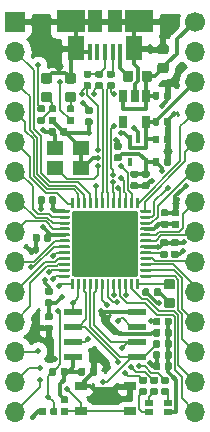
<source format=gtl>
G04 #@! TF.GenerationSoftware,KiCad,Pcbnew,(5.1.4-0-10_14)*
G04 #@! TF.CreationDate,2019-09-22T15:54:42+02:00*
G04 #@! TF.ProjectId,TinyFPGA-UP,54696e79-4650-4474-912d-55502e6b6963,A*
G04 #@! TF.SameCoordinates,Original*
G04 #@! TF.FileFunction,Copper,L1,Top*
G04 #@! TF.FilePolarity,Positive*
%FSLAX46Y46*%
G04 Gerber Fmt 4.6, Leading zero omitted, Abs format (unit mm)*
G04 Created by KiCad (PCBNEW (5.1.4-0-10_14)) date 2019-09-22 15:54:42*
%MOMM*%
%LPD*%
G04 APERTURE LIST*
%ADD10O,1.700000X1.700000*%
%ADD11R,1.700000X1.700000*%
%ADD12R,1.550000X0.600000*%
%ADD13C,1.700000*%
%ADD14R,0.650000X1.060000*%
%ADD15R,0.400000X0.650000*%
%ADD16C,0.100000*%
%ADD17C,0.250000*%
%ADD18C,5.600000*%
%ADD19R,1.175000X1.900000*%
%ADD20R,2.375000X1.900000*%
%ADD21R,1.475000X2.100000*%
%ADD22R,0.450000X1.380000*%
%ADD23C,0.590000*%
%ADD24C,0.875000*%
%ADD25R,1.050000X0.650000*%
%ADD26R,1.400000X1.200000*%
%ADD27R,0.800000X0.550000*%
%ADD28C,0.508000*%
%ADD29C,3.000000*%
%ADD30C,0.304800*%
%ADD31C,0.152400*%
%ADD32C,0.254000*%
G04 APERTURE END LIST*
D10*
X143516000Y-130819100D03*
X143516000Y-128279100D03*
X143516000Y-125739100D03*
X143516000Y-123199100D03*
X143516000Y-120659100D03*
X143516000Y-118119100D03*
X143516000Y-115579100D03*
X143516000Y-113039100D03*
X143516000Y-110499100D03*
X143516000Y-107959100D03*
X143516000Y-105419100D03*
X143516000Y-102879100D03*
X143516000Y-100339100D03*
D11*
X143516000Y-97799100D03*
D12*
X148436000Y-126163100D03*
X148436000Y-124893100D03*
X148436000Y-123623100D03*
X148436000Y-122353100D03*
X153836000Y-122353100D03*
X153836000Y-123623100D03*
X153836000Y-124893100D03*
X153836000Y-126163100D03*
D10*
X158756000Y-130819100D03*
X158756000Y-128279100D03*
X158756000Y-125739100D03*
X158756000Y-123199100D03*
X158756000Y-120659100D03*
X158756000Y-118119100D03*
X158756000Y-115579100D03*
X158756000Y-113039100D03*
X158756000Y-110499100D03*
X158756000Y-107959100D03*
X158756000Y-105419100D03*
X158756000Y-102879100D03*
X158756000Y-100339100D03*
D13*
X158756000Y-97799100D03*
D14*
X154586000Y-106273100D03*
X152686000Y-106273100D03*
X152686000Y-104073100D03*
X153636000Y-104073100D03*
X154586000Y-104073100D03*
D15*
X154586000Y-109673100D03*
X153286000Y-109673100D03*
X153936000Y-107773100D03*
X153286000Y-107773100D03*
X154586000Y-107773100D03*
D16*
G36*
X148454626Y-112725301D02*
G01*
X148460693Y-112726201D01*
X148466643Y-112727691D01*
X148472418Y-112729758D01*
X148477962Y-112732380D01*
X148483223Y-112735533D01*
X148488150Y-112739187D01*
X148492694Y-112743306D01*
X148496813Y-112747850D01*
X148500467Y-112752777D01*
X148503620Y-112758038D01*
X148506242Y-112763582D01*
X148508309Y-112769357D01*
X148509799Y-112775307D01*
X148510699Y-112781374D01*
X148511000Y-112787500D01*
X148511000Y-113537500D01*
X148510699Y-113543626D01*
X148509799Y-113549693D01*
X148508309Y-113555643D01*
X148506242Y-113561418D01*
X148503620Y-113566962D01*
X148500467Y-113572223D01*
X148496813Y-113577150D01*
X148492694Y-113581694D01*
X148488150Y-113585813D01*
X148483223Y-113589467D01*
X148477962Y-113592620D01*
X148472418Y-113595242D01*
X148466643Y-113597309D01*
X148460693Y-113598799D01*
X148454626Y-113599699D01*
X148448500Y-113600000D01*
X148323500Y-113600000D01*
X148317374Y-113599699D01*
X148311307Y-113598799D01*
X148305357Y-113597309D01*
X148299582Y-113595242D01*
X148294038Y-113592620D01*
X148288777Y-113589467D01*
X148283850Y-113585813D01*
X148279306Y-113581694D01*
X148275187Y-113577150D01*
X148271533Y-113572223D01*
X148268380Y-113566962D01*
X148265758Y-113561418D01*
X148263691Y-113555643D01*
X148262201Y-113549693D01*
X148261301Y-113543626D01*
X148261000Y-113537500D01*
X148261000Y-112787500D01*
X148261301Y-112781374D01*
X148262201Y-112775307D01*
X148263691Y-112769357D01*
X148265758Y-112763582D01*
X148268380Y-112758038D01*
X148271533Y-112752777D01*
X148275187Y-112747850D01*
X148279306Y-112743306D01*
X148283850Y-112739187D01*
X148288777Y-112735533D01*
X148294038Y-112732380D01*
X148299582Y-112729758D01*
X148305357Y-112727691D01*
X148311307Y-112726201D01*
X148317374Y-112725301D01*
X148323500Y-112725000D01*
X148448500Y-112725000D01*
X148454626Y-112725301D01*
X148454626Y-112725301D01*
G37*
D17*
X148386000Y-113162500D03*
D16*
G36*
X148954626Y-112725301D02*
G01*
X148960693Y-112726201D01*
X148966643Y-112727691D01*
X148972418Y-112729758D01*
X148977962Y-112732380D01*
X148983223Y-112735533D01*
X148988150Y-112739187D01*
X148992694Y-112743306D01*
X148996813Y-112747850D01*
X149000467Y-112752777D01*
X149003620Y-112758038D01*
X149006242Y-112763582D01*
X149008309Y-112769357D01*
X149009799Y-112775307D01*
X149010699Y-112781374D01*
X149011000Y-112787500D01*
X149011000Y-113537500D01*
X149010699Y-113543626D01*
X149009799Y-113549693D01*
X149008309Y-113555643D01*
X149006242Y-113561418D01*
X149003620Y-113566962D01*
X149000467Y-113572223D01*
X148996813Y-113577150D01*
X148992694Y-113581694D01*
X148988150Y-113585813D01*
X148983223Y-113589467D01*
X148977962Y-113592620D01*
X148972418Y-113595242D01*
X148966643Y-113597309D01*
X148960693Y-113598799D01*
X148954626Y-113599699D01*
X148948500Y-113600000D01*
X148823500Y-113600000D01*
X148817374Y-113599699D01*
X148811307Y-113598799D01*
X148805357Y-113597309D01*
X148799582Y-113595242D01*
X148794038Y-113592620D01*
X148788777Y-113589467D01*
X148783850Y-113585813D01*
X148779306Y-113581694D01*
X148775187Y-113577150D01*
X148771533Y-113572223D01*
X148768380Y-113566962D01*
X148765758Y-113561418D01*
X148763691Y-113555643D01*
X148762201Y-113549693D01*
X148761301Y-113543626D01*
X148761000Y-113537500D01*
X148761000Y-112787500D01*
X148761301Y-112781374D01*
X148762201Y-112775307D01*
X148763691Y-112769357D01*
X148765758Y-112763582D01*
X148768380Y-112758038D01*
X148771533Y-112752777D01*
X148775187Y-112747850D01*
X148779306Y-112743306D01*
X148783850Y-112739187D01*
X148788777Y-112735533D01*
X148794038Y-112732380D01*
X148799582Y-112729758D01*
X148805357Y-112727691D01*
X148811307Y-112726201D01*
X148817374Y-112725301D01*
X148823500Y-112725000D01*
X148948500Y-112725000D01*
X148954626Y-112725301D01*
X148954626Y-112725301D01*
G37*
D17*
X148886000Y-113162500D03*
D16*
G36*
X149454626Y-112725301D02*
G01*
X149460693Y-112726201D01*
X149466643Y-112727691D01*
X149472418Y-112729758D01*
X149477962Y-112732380D01*
X149483223Y-112735533D01*
X149488150Y-112739187D01*
X149492694Y-112743306D01*
X149496813Y-112747850D01*
X149500467Y-112752777D01*
X149503620Y-112758038D01*
X149506242Y-112763582D01*
X149508309Y-112769357D01*
X149509799Y-112775307D01*
X149510699Y-112781374D01*
X149511000Y-112787500D01*
X149511000Y-113537500D01*
X149510699Y-113543626D01*
X149509799Y-113549693D01*
X149508309Y-113555643D01*
X149506242Y-113561418D01*
X149503620Y-113566962D01*
X149500467Y-113572223D01*
X149496813Y-113577150D01*
X149492694Y-113581694D01*
X149488150Y-113585813D01*
X149483223Y-113589467D01*
X149477962Y-113592620D01*
X149472418Y-113595242D01*
X149466643Y-113597309D01*
X149460693Y-113598799D01*
X149454626Y-113599699D01*
X149448500Y-113600000D01*
X149323500Y-113600000D01*
X149317374Y-113599699D01*
X149311307Y-113598799D01*
X149305357Y-113597309D01*
X149299582Y-113595242D01*
X149294038Y-113592620D01*
X149288777Y-113589467D01*
X149283850Y-113585813D01*
X149279306Y-113581694D01*
X149275187Y-113577150D01*
X149271533Y-113572223D01*
X149268380Y-113566962D01*
X149265758Y-113561418D01*
X149263691Y-113555643D01*
X149262201Y-113549693D01*
X149261301Y-113543626D01*
X149261000Y-113537500D01*
X149261000Y-112787500D01*
X149261301Y-112781374D01*
X149262201Y-112775307D01*
X149263691Y-112769357D01*
X149265758Y-112763582D01*
X149268380Y-112758038D01*
X149271533Y-112752777D01*
X149275187Y-112747850D01*
X149279306Y-112743306D01*
X149283850Y-112739187D01*
X149288777Y-112735533D01*
X149294038Y-112732380D01*
X149299582Y-112729758D01*
X149305357Y-112727691D01*
X149311307Y-112726201D01*
X149317374Y-112725301D01*
X149323500Y-112725000D01*
X149448500Y-112725000D01*
X149454626Y-112725301D01*
X149454626Y-112725301D01*
G37*
D17*
X149386000Y-113162500D03*
D16*
G36*
X149954626Y-112725301D02*
G01*
X149960693Y-112726201D01*
X149966643Y-112727691D01*
X149972418Y-112729758D01*
X149977962Y-112732380D01*
X149983223Y-112735533D01*
X149988150Y-112739187D01*
X149992694Y-112743306D01*
X149996813Y-112747850D01*
X150000467Y-112752777D01*
X150003620Y-112758038D01*
X150006242Y-112763582D01*
X150008309Y-112769357D01*
X150009799Y-112775307D01*
X150010699Y-112781374D01*
X150011000Y-112787500D01*
X150011000Y-113537500D01*
X150010699Y-113543626D01*
X150009799Y-113549693D01*
X150008309Y-113555643D01*
X150006242Y-113561418D01*
X150003620Y-113566962D01*
X150000467Y-113572223D01*
X149996813Y-113577150D01*
X149992694Y-113581694D01*
X149988150Y-113585813D01*
X149983223Y-113589467D01*
X149977962Y-113592620D01*
X149972418Y-113595242D01*
X149966643Y-113597309D01*
X149960693Y-113598799D01*
X149954626Y-113599699D01*
X149948500Y-113600000D01*
X149823500Y-113600000D01*
X149817374Y-113599699D01*
X149811307Y-113598799D01*
X149805357Y-113597309D01*
X149799582Y-113595242D01*
X149794038Y-113592620D01*
X149788777Y-113589467D01*
X149783850Y-113585813D01*
X149779306Y-113581694D01*
X149775187Y-113577150D01*
X149771533Y-113572223D01*
X149768380Y-113566962D01*
X149765758Y-113561418D01*
X149763691Y-113555643D01*
X149762201Y-113549693D01*
X149761301Y-113543626D01*
X149761000Y-113537500D01*
X149761000Y-112787500D01*
X149761301Y-112781374D01*
X149762201Y-112775307D01*
X149763691Y-112769357D01*
X149765758Y-112763582D01*
X149768380Y-112758038D01*
X149771533Y-112752777D01*
X149775187Y-112747850D01*
X149779306Y-112743306D01*
X149783850Y-112739187D01*
X149788777Y-112735533D01*
X149794038Y-112732380D01*
X149799582Y-112729758D01*
X149805357Y-112727691D01*
X149811307Y-112726201D01*
X149817374Y-112725301D01*
X149823500Y-112725000D01*
X149948500Y-112725000D01*
X149954626Y-112725301D01*
X149954626Y-112725301D01*
G37*
D17*
X149886000Y-113162500D03*
D16*
G36*
X150454626Y-112725301D02*
G01*
X150460693Y-112726201D01*
X150466643Y-112727691D01*
X150472418Y-112729758D01*
X150477962Y-112732380D01*
X150483223Y-112735533D01*
X150488150Y-112739187D01*
X150492694Y-112743306D01*
X150496813Y-112747850D01*
X150500467Y-112752777D01*
X150503620Y-112758038D01*
X150506242Y-112763582D01*
X150508309Y-112769357D01*
X150509799Y-112775307D01*
X150510699Y-112781374D01*
X150511000Y-112787500D01*
X150511000Y-113537500D01*
X150510699Y-113543626D01*
X150509799Y-113549693D01*
X150508309Y-113555643D01*
X150506242Y-113561418D01*
X150503620Y-113566962D01*
X150500467Y-113572223D01*
X150496813Y-113577150D01*
X150492694Y-113581694D01*
X150488150Y-113585813D01*
X150483223Y-113589467D01*
X150477962Y-113592620D01*
X150472418Y-113595242D01*
X150466643Y-113597309D01*
X150460693Y-113598799D01*
X150454626Y-113599699D01*
X150448500Y-113600000D01*
X150323500Y-113600000D01*
X150317374Y-113599699D01*
X150311307Y-113598799D01*
X150305357Y-113597309D01*
X150299582Y-113595242D01*
X150294038Y-113592620D01*
X150288777Y-113589467D01*
X150283850Y-113585813D01*
X150279306Y-113581694D01*
X150275187Y-113577150D01*
X150271533Y-113572223D01*
X150268380Y-113566962D01*
X150265758Y-113561418D01*
X150263691Y-113555643D01*
X150262201Y-113549693D01*
X150261301Y-113543626D01*
X150261000Y-113537500D01*
X150261000Y-112787500D01*
X150261301Y-112781374D01*
X150262201Y-112775307D01*
X150263691Y-112769357D01*
X150265758Y-112763582D01*
X150268380Y-112758038D01*
X150271533Y-112752777D01*
X150275187Y-112747850D01*
X150279306Y-112743306D01*
X150283850Y-112739187D01*
X150288777Y-112735533D01*
X150294038Y-112732380D01*
X150299582Y-112729758D01*
X150305357Y-112727691D01*
X150311307Y-112726201D01*
X150317374Y-112725301D01*
X150323500Y-112725000D01*
X150448500Y-112725000D01*
X150454626Y-112725301D01*
X150454626Y-112725301D01*
G37*
D17*
X150386000Y-113162500D03*
D16*
G36*
X150954626Y-112725301D02*
G01*
X150960693Y-112726201D01*
X150966643Y-112727691D01*
X150972418Y-112729758D01*
X150977962Y-112732380D01*
X150983223Y-112735533D01*
X150988150Y-112739187D01*
X150992694Y-112743306D01*
X150996813Y-112747850D01*
X151000467Y-112752777D01*
X151003620Y-112758038D01*
X151006242Y-112763582D01*
X151008309Y-112769357D01*
X151009799Y-112775307D01*
X151010699Y-112781374D01*
X151011000Y-112787500D01*
X151011000Y-113537500D01*
X151010699Y-113543626D01*
X151009799Y-113549693D01*
X151008309Y-113555643D01*
X151006242Y-113561418D01*
X151003620Y-113566962D01*
X151000467Y-113572223D01*
X150996813Y-113577150D01*
X150992694Y-113581694D01*
X150988150Y-113585813D01*
X150983223Y-113589467D01*
X150977962Y-113592620D01*
X150972418Y-113595242D01*
X150966643Y-113597309D01*
X150960693Y-113598799D01*
X150954626Y-113599699D01*
X150948500Y-113600000D01*
X150823500Y-113600000D01*
X150817374Y-113599699D01*
X150811307Y-113598799D01*
X150805357Y-113597309D01*
X150799582Y-113595242D01*
X150794038Y-113592620D01*
X150788777Y-113589467D01*
X150783850Y-113585813D01*
X150779306Y-113581694D01*
X150775187Y-113577150D01*
X150771533Y-113572223D01*
X150768380Y-113566962D01*
X150765758Y-113561418D01*
X150763691Y-113555643D01*
X150762201Y-113549693D01*
X150761301Y-113543626D01*
X150761000Y-113537500D01*
X150761000Y-112787500D01*
X150761301Y-112781374D01*
X150762201Y-112775307D01*
X150763691Y-112769357D01*
X150765758Y-112763582D01*
X150768380Y-112758038D01*
X150771533Y-112752777D01*
X150775187Y-112747850D01*
X150779306Y-112743306D01*
X150783850Y-112739187D01*
X150788777Y-112735533D01*
X150794038Y-112732380D01*
X150799582Y-112729758D01*
X150805357Y-112727691D01*
X150811307Y-112726201D01*
X150817374Y-112725301D01*
X150823500Y-112725000D01*
X150948500Y-112725000D01*
X150954626Y-112725301D01*
X150954626Y-112725301D01*
G37*
D17*
X150886000Y-113162500D03*
D16*
G36*
X151454626Y-112725301D02*
G01*
X151460693Y-112726201D01*
X151466643Y-112727691D01*
X151472418Y-112729758D01*
X151477962Y-112732380D01*
X151483223Y-112735533D01*
X151488150Y-112739187D01*
X151492694Y-112743306D01*
X151496813Y-112747850D01*
X151500467Y-112752777D01*
X151503620Y-112758038D01*
X151506242Y-112763582D01*
X151508309Y-112769357D01*
X151509799Y-112775307D01*
X151510699Y-112781374D01*
X151511000Y-112787500D01*
X151511000Y-113537500D01*
X151510699Y-113543626D01*
X151509799Y-113549693D01*
X151508309Y-113555643D01*
X151506242Y-113561418D01*
X151503620Y-113566962D01*
X151500467Y-113572223D01*
X151496813Y-113577150D01*
X151492694Y-113581694D01*
X151488150Y-113585813D01*
X151483223Y-113589467D01*
X151477962Y-113592620D01*
X151472418Y-113595242D01*
X151466643Y-113597309D01*
X151460693Y-113598799D01*
X151454626Y-113599699D01*
X151448500Y-113600000D01*
X151323500Y-113600000D01*
X151317374Y-113599699D01*
X151311307Y-113598799D01*
X151305357Y-113597309D01*
X151299582Y-113595242D01*
X151294038Y-113592620D01*
X151288777Y-113589467D01*
X151283850Y-113585813D01*
X151279306Y-113581694D01*
X151275187Y-113577150D01*
X151271533Y-113572223D01*
X151268380Y-113566962D01*
X151265758Y-113561418D01*
X151263691Y-113555643D01*
X151262201Y-113549693D01*
X151261301Y-113543626D01*
X151261000Y-113537500D01*
X151261000Y-112787500D01*
X151261301Y-112781374D01*
X151262201Y-112775307D01*
X151263691Y-112769357D01*
X151265758Y-112763582D01*
X151268380Y-112758038D01*
X151271533Y-112752777D01*
X151275187Y-112747850D01*
X151279306Y-112743306D01*
X151283850Y-112739187D01*
X151288777Y-112735533D01*
X151294038Y-112732380D01*
X151299582Y-112729758D01*
X151305357Y-112727691D01*
X151311307Y-112726201D01*
X151317374Y-112725301D01*
X151323500Y-112725000D01*
X151448500Y-112725000D01*
X151454626Y-112725301D01*
X151454626Y-112725301D01*
G37*
D17*
X151386000Y-113162500D03*
D16*
G36*
X151954626Y-112725301D02*
G01*
X151960693Y-112726201D01*
X151966643Y-112727691D01*
X151972418Y-112729758D01*
X151977962Y-112732380D01*
X151983223Y-112735533D01*
X151988150Y-112739187D01*
X151992694Y-112743306D01*
X151996813Y-112747850D01*
X152000467Y-112752777D01*
X152003620Y-112758038D01*
X152006242Y-112763582D01*
X152008309Y-112769357D01*
X152009799Y-112775307D01*
X152010699Y-112781374D01*
X152011000Y-112787500D01*
X152011000Y-113537500D01*
X152010699Y-113543626D01*
X152009799Y-113549693D01*
X152008309Y-113555643D01*
X152006242Y-113561418D01*
X152003620Y-113566962D01*
X152000467Y-113572223D01*
X151996813Y-113577150D01*
X151992694Y-113581694D01*
X151988150Y-113585813D01*
X151983223Y-113589467D01*
X151977962Y-113592620D01*
X151972418Y-113595242D01*
X151966643Y-113597309D01*
X151960693Y-113598799D01*
X151954626Y-113599699D01*
X151948500Y-113600000D01*
X151823500Y-113600000D01*
X151817374Y-113599699D01*
X151811307Y-113598799D01*
X151805357Y-113597309D01*
X151799582Y-113595242D01*
X151794038Y-113592620D01*
X151788777Y-113589467D01*
X151783850Y-113585813D01*
X151779306Y-113581694D01*
X151775187Y-113577150D01*
X151771533Y-113572223D01*
X151768380Y-113566962D01*
X151765758Y-113561418D01*
X151763691Y-113555643D01*
X151762201Y-113549693D01*
X151761301Y-113543626D01*
X151761000Y-113537500D01*
X151761000Y-112787500D01*
X151761301Y-112781374D01*
X151762201Y-112775307D01*
X151763691Y-112769357D01*
X151765758Y-112763582D01*
X151768380Y-112758038D01*
X151771533Y-112752777D01*
X151775187Y-112747850D01*
X151779306Y-112743306D01*
X151783850Y-112739187D01*
X151788777Y-112735533D01*
X151794038Y-112732380D01*
X151799582Y-112729758D01*
X151805357Y-112727691D01*
X151811307Y-112726201D01*
X151817374Y-112725301D01*
X151823500Y-112725000D01*
X151948500Y-112725000D01*
X151954626Y-112725301D01*
X151954626Y-112725301D01*
G37*
D17*
X151886000Y-113162500D03*
D16*
G36*
X152454626Y-112725301D02*
G01*
X152460693Y-112726201D01*
X152466643Y-112727691D01*
X152472418Y-112729758D01*
X152477962Y-112732380D01*
X152483223Y-112735533D01*
X152488150Y-112739187D01*
X152492694Y-112743306D01*
X152496813Y-112747850D01*
X152500467Y-112752777D01*
X152503620Y-112758038D01*
X152506242Y-112763582D01*
X152508309Y-112769357D01*
X152509799Y-112775307D01*
X152510699Y-112781374D01*
X152511000Y-112787500D01*
X152511000Y-113537500D01*
X152510699Y-113543626D01*
X152509799Y-113549693D01*
X152508309Y-113555643D01*
X152506242Y-113561418D01*
X152503620Y-113566962D01*
X152500467Y-113572223D01*
X152496813Y-113577150D01*
X152492694Y-113581694D01*
X152488150Y-113585813D01*
X152483223Y-113589467D01*
X152477962Y-113592620D01*
X152472418Y-113595242D01*
X152466643Y-113597309D01*
X152460693Y-113598799D01*
X152454626Y-113599699D01*
X152448500Y-113600000D01*
X152323500Y-113600000D01*
X152317374Y-113599699D01*
X152311307Y-113598799D01*
X152305357Y-113597309D01*
X152299582Y-113595242D01*
X152294038Y-113592620D01*
X152288777Y-113589467D01*
X152283850Y-113585813D01*
X152279306Y-113581694D01*
X152275187Y-113577150D01*
X152271533Y-113572223D01*
X152268380Y-113566962D01*
X152265758Y-113561418D01*
X152263691Y-113555643D01*
X152262201Y-113549693D01*
X152261301Y-113543626D01*
X152261000Y-113537500D01*
X152261000Y-112787500D01*
X152261301Y-112781374D01*
X152262201Y-112775307D01*
X152263691Y-112769357D01*
X152265758Y-112763582D01*
X152268380Y-112758038D01*
X152271533Y-112752777D01*
X152275187Y-112747850D01*
X152279306Y-112743306D01*
X152283850Y-112739187D01*
X152288777Y-112735533D01*
X152294038Y-112732380D01*
X152299582Y-112729758D01*
X152305357Y-112727691D01*
X152311307Y-112726201D01*
X152317374Y-112725301D01*
X152323500Y-112725000D01*
X152448500Y-112725000D01*
X152454626Y-112725301D01*
X152454626Y-112725301D01*
G37*
D17*
X152386000Y-113162500D03*
D16*
G36*
X152954626Y-112725301D02*
G01*
X152960693Y-112726201D01*
X152966643Y-112727691D01*
X152972418Y-112729758D01*
X152977962Y-112732380D01*
X152983223Y-112735533D01*
X152988150Y-112739187D01*
X152992694Y-112743306D01*
X152996813Y-112747850D01*
X153000467Y-112752777D01*
X153003620Y-112758038D01*
X153006242Y-112763582D01*
X153008309Y-112769357D01*
X153009799Y-112775307D01*
X153010699Y-112781374D01*
X153011000Y-112787500D01*
X153011000Y-113537500D01*
X153010699Y-113543626D01*
X153009799Y-113549693D01*
X153008309Y-113555643D01*
X153006242Y-113561418D01*
X153003620Y-113566962D01*
X153000467Y-113572223D01*
X152996813Y-113577150D01*
X152992694Y-113581694D01*
X152988150Y-113585813D01*
X152983223Y-113589467D01*
X152977962Y-113592620D01*
X152972418Y-113595242D01*
X152966643Y-113597309D01*
X152960693Y-113598799D01*
X152954626Y-113599699D01*
X152948500Y-113600000D01*
X152823500Y-113600000D01*
X152817374Y-113599699D01*
X152811307Y-113598799D01*
X152805357Y-113597309D01*
X152799582Y-113595242D01*
X152794038Y-113592620D01*
X152788777Y-113589467D01*
X152783850Y-113585813D01*
X152779306Y-113581694D01*
X152775187Y-113577150D01*
X152771533Y-113572223D01*
X152768380Y-113566962D01*
X152765758Y-113561418D01*
X152763691Y-113555643D01*
X152762201Y-113549693D01*
X152761301Y-113543626D01*
X152761000Y-113537500D01*
X152761000Y-112787500D01*
X152761301Y-112781374D01*
X152762201Y-112775307D01*
X152763691Y-112769357D01*
X152765758Y-112763582D01*
X152768380Y-112758038D01*
X152771533Y-112752777D01*
X152775187Y-112747850D01*
X152779306Y-112743306D01*
X152783850Y-112739187D01*
X152788777Y-112735533D01*
X152794038Y-112732380D01*
X152799582Y-112729758D01*
X152805357Y-112727691D01*
X152811307Y-112726201D01*
X152817374Y-112725301D01*
X152823500Y-112725000D01*
X152948500Y-112725000D01*
X152954626Y-112725301D01*
X152954626Y-112725301D01*
G37*
D17*
X152886000Y-113162500D03*
D16*
G36*
X153454626Y-112725301D02*
G01*
X153460693Y-112726201D01*
X153466643Y-112727691D01*
X153472418Y-112729758D01*
X153477962Y-112732380D01*
X153483223Y-112735533D01*
X153488150Y-112739187D01*
X153492694Y-112743306D01*
X153496813Y-112747850D01*
X153500467Y-112752777D01*
X153503620Y-112758038D01*
X153506242Y-112763582D01*
X153508309Y-112769357D01*
X153509799Y-112775307D01*
X153510699Y-112781374D01*
X153511000Y-112787500D01*
X153511000Y-113537500D01*
X153510699Y-113543626D01*
X153509799Y-113549693D01*
X153508309Y-113555643D01*
X153506242Y-113561418D01*
X153503620Y-113566962D01*
X153500467Y-113572223D01*
X153496813Y-113577150D01*
X153492694Y-113581694D01*
X153488150Y-113585813D01*
X153483223Y-113589467D01*
X153477962Y-113592620D01*
X153472418Y-113595242D01*
X153466643Y-113597309D01*
X153460693Y-113598799D01*
X153454626Y-113599699D01*
X153448500Y-113600000D01*
X153323500Y-113600000D01*
X153317374Y-113599699D01*
X153311307Y-113598799D01*
X153305357Y-113597309D01*
X153299582Y-113595242D01*
X153294038Y-113592620D01*
X153288777Y-113589467D01*
X153283850Y-113585813D01*
X153279306Y-113581694D01*
X153275187Y-113577150D01*
X153271533Y-113572223D01*
X153268380Y-113566962D01*
X153265758Y-113561418D01*
X153263691Y-113555643D01*
X153262201Y-113549693D01*
X153261301Y-113543626D01*
X153261000Y-113537500D01*
X153261000Y-112787500D01*
X153261301Y-112781374D01*
X153262201Y-112775307D01*
X153263691Y-112769357D01*
X153265758Y-112763582D01*
X153268380Y-112758038D01*
X153271533Y-112752777D01*
X153275187Y-112747850D01*
X153279306Y-112743306D01*
X153283850Y-112739187D01*
X153288777Y-112735533D01*
X153294038Y-112732380D01*
X153299582Y-112729758D01*
X153305357Y-112727691D01*
X153311307Y-112726201D01*
X153317374Y-112725301D01*
X153323500Y-112725000D01*
X153448500Y-112725000D01*
X153454626Y-112725301D01*
X153454626Y-112725301D01*
G37*
D17*
X153386000Y-113162500D03*
D16*
G36*
X153954626Y-112725301D02*
G01*
X153960693Y-112726201D01*
X153966643Y-112727691D01*
X153972418Y-112729758D01*
X153977962Y-112732380D01*
X153983223Y-112735533D01*
X153988150Y-112739187D01*
X153992694Y-112743306D01*
X153996813Y-112747850D01*
X154000467Y-112752777D01*
X154003620Y-112758038D01*
X154006242Y-112763582D01*
X154008309Y-112769357D01*
X154009799Y-112775307D01*
X154010699Y-112781374D01*
X154011000Y-112787500D01*
X154011000Y-113537500D01*
X154010699Y-113543626D01*
X154009799Y-113549693D01*
X154008309Y-113555643D01*
X154006242Y-113561418D01*
X154003620Y-113566962D01*
X154000467Y-113572223D01*
X153996813Y-113577150D01*
X153992694Y-113581694D01*
X153988150Y-113585813D01*
X153983223Y-113589467D01*
X153977962Y-113592620D01*
X153972418Y-113595242D01*
X153966643Y-113597309D01*
X153960693Y-113598799D01*
X153954626Y-113599699D01*
X153948500Y-113600000D01*
X153823500Y-113600000D01*
X153817374Y-113599699D01*
X153811307Y-113598799D01*
X153805357Y-113597309D01*
X153799582Y-113595242D01*
X153794038Y-113592620D01*
X153788777Y-113589467D01*
X153783850Y-113585813D01*
X153779306Y-113581694D01*
X153775187Y-113577150D01*
X153771533Y-113572223D01*
X153768380Y-113566962D01*
X153765758Y-113561418D01*
X153763691Y-113555643D01*
X153762201Y-113549693D01*
X153761301Y-113543626D01*
X153761000Y-113537500D01*
X153761000Y-112787500D01*
X153761301Y-112781374D01*
X153762201Y-112775307D01*
X153763691Y-112769357D01*
X153765758Y-112763582D01*
X153768380Y-112758038D01*
X153771533Y-112752777D01*
X153775187Y-112747850D01*
X153779306Y-112743306D01*
X153783850Y-112739187D01*
X153788777Y-112735533D01*
X153794038Y-112732380D01*
X153799582Y-112729758D01*
X153805357Y-112727691D01*
X153811307Y-112726201D01*
X153817374Y-112725301D01*
X153823500Y-112725000D01*
X153948500Y-112725000D01*
X153954626Y-112725301D01*
X153954626Y-112725301D01*
G37*
D17*
X153886000Y-113162500D03*
D16*
G36*
X154954626Y-113725301D02*
G01*
X154960693Y-113726201D01*
X154966643Y-113727691D01*
X154972418Y-113729758D01*
X154977962Y-113732380D01*
X154983223Y-113735533D01*
X154988150Y-113739187D01*
X154992694Y-113743306D01*
X154996813Y-113747850D01*
X155000467Y-113752777D01*
X155003620Y-113758038D01*
X155006242Y-113763582D01*
X155008309Y-113769357D01*
X155009799Y-113775307D01*
X155010699Y-113781374D01*
X155011000Y-113787500D01*
X155011000Y-113912500D01*
X155010699Y-113918626D01*
X155009799Y-113924693D01*
X155008309Y-113930643D01*
X155006242Y-113936418D01*
X155003620Y-113941962D01*
X155000467Y-113947223D01*
X154996813Y-113952150D01*
X154992694Y-113956694D01*
X154988150Y-113960813D01*
X154983223Y-113964467D01*
X154977962Y-113967620D01*
X154972418Y-113970242D01*
X154966643Y-113972309D01*
X154960693Y-113973799D01*
X154954626Y-113974699D01*
X154948500Y-113975000D01*
X154198500Y-113975000D01*
X154192374Y-113974699D01*
X154186307Y-113973799D01*
X154180357Y-113972309D01*
X154174582Y-113970242D01*
X154169038Y-113967620D01*
X154163777Y-113964467D01*
X154158850Y-113960813D01*
X154154306Y-113956694D01*
X154150187Y-113952150D01*
X154146533Y-113947223D01*
X154143380Y-113941962D01*
X154140758Y-113936418D01*
X154138691Y-113930643D01*
X154137201Y-113924693D01*
X154136301Y-113918626D01*
X154136000Y-113912500D01*
X154136000Y-113787500D01*
X154136301Y-113781374D01*
X154137201Y-113775307D01*
X154138691Y-113769357D01*
X154140758Y-113763582D01*
X154143380Y-113758038D01*
X154146533Y-113752777D01*
X154150187Y-113747850D01*
X154154306Y-113743306D01*
X154158850Y-113739187D01*
X154163777Y-113735533D01*
X154169038Y-113732380D01*
X154174582Y-113729758D01*
X154180357Y-113727691D01*
X154186307Y-113726201D01*
X154192374Y-113725301D01*
X154198500Y-113725000D01*
X154948500Y-113725000D01*
X154954626Y-113725301D01*
X154954626Y-113725301D01*
G37*
D17*
X154573500Y-113850000D03*
D16*
G36*
X154954626Y-114225301D02*
G01*
X154960693Y-114226201D01*
X154966643Y-114227691D01*
X154972418Y-114229758D01*
X154977962Y-114232380D01*
X154983223Y-114235533D01*
X154988150Y-114239187D01*
X154992694Y-114243306D01*
X154996813Y-114247850D01*
X155000467Y-114252777D01*
X155003620Y-114258038D01*
X155006242Y-114263582D01*
X155008309Y-114269357D01*
X155009799Y-114275307D01*
X155010699Y-114281374D01*
X155011000Y-114287500D01*
X155011000Y-114412500D01*
X155010699Y-114418626D01*
X155009799Y-114424693D01*
X155008309Y-114430643D01*
X155006242Y-114436418D01*
X155003620Y-114441962D01*
X155000467Y-114447223D01*
X154996813Y-114452150D01*
X154992694Y-114456694D01*
X154988150Y-114460813D01*
X154983223Y-114464467D01*
X154977962Y-114467620D01*
X154972418Y-114470242D01*
X154966643Y-114472309D01*
X154960693Y-114473799D01*
X154954626Y-114474699D01*
X154948500Y-114475000D01*
X154198500Y-114475000D01*
X154192374Y-114474699D01*
X154186307Y-114473799D01*
X154180357Y-114472309D01*
X154174582Y-114470242D01*
X154169038Y-114467620D01*
X154163777Y-114464467D01*
X154158850Y-114460813D01*
X154154306Y-114456694D01*
X154150187Y-114452150D01*
X154146533Y-114447223D01*
X154143380Y-114441962D01*
X154140758Y-114436418D01*
X154138691Y-114430643D01*
X154137201Y-114424693D01*
X154136301Y-114418626D01*
X154136000Y-114412500D01*
X154136000Y-114287500D01*
X154136301Y-114281374D01*
X154137201Y-114275307D01*
X154138691Y-114269357D01*
X154140758Y-114263582D01*
X154143380Y-114258038D01*
X154146533Y-114252777D01*
X154150187Y-114247850D01*
X154154306Y-114243306D01*
X154158850Y-114239187D01*
X154163777Y-114235533D01*
X154169038Y-114232380D01*
X154174582Y-114229758D01*
X154180357Y-114227691D01*
X154186307Y-114226201D01*
X154192374Y-114225301D01*
X154198500Y-114225000D01*
X154948500Y-114225000D01*
X154954626Y-114225301D01*
X154954626Y-114225301D01*
G37*
D17*
X154573500Y-114350000D03*
D16*
G36*
X154954626Y-114725301D02*
G01*
X154960693Y-114726201D01*
X154966643Y-114727691D01*
X154972418Y-114729758D01*
X154977962Y-114732380D01*
X154983223Y-114735533D01*
X154988150Y-114739187D01*
X154992694Y-114743306D01*
X154996813Y-114747850D01*
X155000467Y-114752777D01*
X155003620Y-114758038D01*
X155006242Y-114763582D01*
X155008309Y-114769357D01*
X155009799Y-114775307D01*
X155010699Y-114781374D01*
X155011000Y-114787500D01*
X155011000Y-114912500D01*
X155010699Y-114918626D01*
X155009799Y-114924693D01*
X155008309Y-114930643D01*
X155006242Y-114936418D01*
X155003620Y-114941962D01*
X155000467Y-114947223D01*
X154996813Y-114952150D01*
X154992694Y-114956694D01*
X154988150Y-114960813D01*
X154983223Y-114964467D01*
X154977962Y-114967620D01*
X154972418Y-114970242D01*
X154966643Y-114972309D01*
X154960693Y-114973799D01*
X154954626Y-114974699D01*
X154948500Y-114975000D01*
X154198500Y-114975000D01*
X154192374Y-114974699D01*
X154186307Y-114973799D01*
X154180357Y-114972309D01*
X154174582Y-114970242D01*
X154169038Y-114967620D01*
X154163777Y-114964467D01*
X154158850Y-114960813D01*
X154154306Y-114956694D01*
X154150187Y-114952150D01*
X154146533Y-114947223D01*
X154143380Y-114941962D01*
X154140758Y-114936418D01*
X154138691Y-114930643D01*
X154137201Y-114924693D01*
X154136301Y-114918626D01*
X154136000Y-114912500D01*
X154136000Y-114787500D01*
X154136301Y-114781374D01*
X154137201Y-114775307D01*
X154138691Y-114769357D01*
X154140758Y-114763582D01*
X154143380Y-114758038D01*
X154146533Y-114752777D01*
X154150187Y-114747850D01*
X154154306Y-114743306D01*
X154158850Y-114739187D01*
X154163777Y-114735533D01*
X154169038Y-114732380D01*
X154174582Y-114729758D01*
X154180357Y-114727691D01*
X154186307Y-114726201D01*
X154192374Y-114725301D01*
X154198500Y-114725000D01*
X154948500Y-114725000D01*
X154954626Y-114725301D01*
X154954626Y-114725301D01*
G37*
D17*
X154573500Y-114850000D03*
D16*
G36*
X154954626Y-115225301D02*
G01*
X154960693Y-115226201D01*
X154966643Y-115227691D01*
X154972418Y-115229758D01*
X154977962Y-115232380D01*
X154983223Y-115235533D01*
X154988150Y-115239187D01*
X154992694Y-115243306D01*
X154996813Y-115247850D01*
X155000467Y-115252777D01*
X155003620Y-115258038D01*
X155006242Y-115263582D01*
X155008309Y-115269357D01*
X155009799Y-115275307D01*
X155010699Y-115281374D01*
X155011000Y-115287500D01*
X155011000Y-115412500D01*
X155010699Y-115418626D01*
X155009799Y-115424693D01*
X155008309Y-115430643D01*
X155006242Y-115436418D01*
X155003620Y-115441962D01*
X155000467Y-115447223D01*
X154996813Y-115452150D01*
X154992694Y-115456694D01*
X154988150Y-115460813D01*
X154983223Y-115464467D01*
X154977962Y-115467620D01*
X154972418Y-115470242D01*
X154966643Y-115472309D01*
X154960693Y-115473799D01*
X154954626Y-115474699D01*
X154948500Y-115475000D01*
X154198500Y-115475000D01*
X154192374Y-115474699D01*
X154186307Y-115473799D01*
X154180357Y-115472309D01*
X154174582Y-115470242D01*
X154169038Y-115467620D01*
X154163777Y-115464467D01*
X154158850Y-115460813D01*
X154154306Y-115456694D01*
X154150187Y-115452150D01*
X154146533Y-115447223D01*
X154143380Y-115441962D01*
X154140758Y-115436418D01*
X154138691Y-115430643D01*
X154137201Y-115424693D01*
X154136301Y-115418626D01*
X154136000Y-115412500D01*
X154136000Y-115287500D01*
X154136301Y-115281374D01*
X154137201Y-115275307D01*
X154138691Y-115269357D01*
X154140758Y-115263582D01*
X154143380Y-115258038D01*
X154146533Y-115252777D01*
X154150187Y-115247850D01*
X154154306Y-115243306D01*
X154158850Y-115239187D01*
X154163777Y-115235533D01*
X154169038Y-115232380D01*
X154174582Y-115229758D01*
X154180357Y-115227691D01*
X154186307Y-115226201D01*
X154192374Y-115225301D01*
X154198500Y-115225000D01*
X154948500Y-115225000D01*
X154954626Y-115225301D01*
X154954626Y-115225301D01*
G37*
D17*
X154573500Y-115350000D03*
D16*
G36*
X154954626Y-115725301D02*
G01*
X154960693Y-115726201D01*
X154966643Y-115727691D01*
X154972418Y-115729758D01*
X154977962Y-115732380D01*
X154983223Y-115735533D01*
X154988150Y-115739187D01*
X154992694Y-115743306D01*
X154996813Y-115747850D01*
X155000467Y-115752777D01*
X155003620Y-115758038D01*
X155006242Y-115763582D01*
X155008309Y-115769357D01*
X155009799Y-115775307D01*
X155010699Y-115781374D01*
X155011000Y-115787500D01*
X155011000Y-115912500D01*
X155010699Y-115918626D01*
X155009799Y-115924693D01*
X155008309Y-115930643D01*
X155006242Y-115936418D01*
X155003620Y-115941962D01*
X155000467Y-115947223D01*
X154996813Y-115952150D01*
X154992694Y-115956694D01*
X154988150Y-115960813D01*
X154983223Y-115964467D01*
X154977962Y-115967620D01*
X154972418Y-115970242D01*
X154966643Y-115972309D01*
X154960693Y-115973799D01*
X154954626Y-115974699D01*
X154948500Y-115975000D01*
X154198500Y-115975000D01*
X154192374Y-115974699D01*
X154186307Y-115973799D01*
X154180357Y-115972309D01*
X154174582Y-115970242D01*
X154169038Y-115967620D01*
X154163777Y-115964467D01*
X154158850Y-115960813D01*
X154154306Y-115956694D01*
X154150187Y-115952150D01*
X154146533Y-115947223D01*
X154143380Y-115941962D01*
X154140758Y-115936418D01*
X154138691Y-115930643D01*
X154137201Y-115924693D01*
X154136301Y-115918626D01*
X154136000Y-115912500D01*
X154136000Y-115787500D01*
X154136301Y-115781374D01*
X154137201Y-115775307D01*
X154138691Y-115769357D01*
X154140758Y-115763582D01*
X154143380Y-115758038D01*
X154146533Y-115752777D01*
X154150187Y-115747850D01*
X154154306Y-115743306D01*
X154158850Y-115739187D01*
X154163777Y-115735533D01*
X154169038Y-115732380D01*
X154174582Y-115729758D01*
X154180357Y-115727691D01*
X154186307Y-115726201D01*
X154192374Y-115725301D01*
X154198500Y-115725000D01*
X154948500Y-115725000D01*
X154954626Y-115725301D01*
X154954626Y-115725301D01*
G37*
D17*
X154573500Y-115850000D03*
D16*
G36*
X154954626Y-116225301D02*
G01*
X154960693Y-116226201D01*
X154966643Y-116227691D01*
X154972418Y-116229758D01*
X154977962Y-116232380D01*
X154983223Y-116235533D01*
X154988150Y-116239187D01*
X154992694Y-116243306D01*
X154996813Y-116247850D01*
X155000467Y-116252777D01*
X155003620Y-116258038D01*
X155006242Y-116263582D01*
X155008309Y-116269357D01*
X155009799Y-116275307D01*
X155010699Y-116281374D01*
X155011000Y-116287500D01*
X155011000Y-116412500D01*
X155010699Y-116418626D01*
X155009799Y-116424693D01*
X155008309Y-116430643D01*
X155006242Y-116436418D01*
X155003620Y-116441962D01*
X155000467Y-116447223D01*
X154996813Y-116452150D01*
X154992694Y-116456694D01*
X154988150Y-116460813D01*
X154983223Y-116464467D01*
X154977962Y-116467620D01*
X154972418Y-116470242D01*
X154966643Y-116472309D01*
X154960693Y-116473799D01*
X154954626Y-116474699D01*
X154948500Y-116475000D01*
X154198500Y-116475000D01*
X154192374Y-116474699D01*
X154186307Y-116473799D01*
X154180357Y-116472309D01*
X154174582Y-116470242D01*
X154169038Y-116467620D01*
X154163777Y-116464467D01*
X154158850Y-116460813D01*
X154154306Y-116456694D01*
X154150187Y-116452150D01*
X154146533Y-116447223D01*
X154143380Y-116441962D01*
X154140758Y-116436418D01*
X154138691Y-116430643D01*
X154137201Y-116424693D01*
X154136301Y-116418626D01*
X154136000Y-116412500D01*
X154136000Y-116287500D01*
X154136301Y-116281374D01*
X154137201Y-116275307D01*
X154138691Y-116269357D01*
X154140758Y-116263582D01*
X154143380Y-116258038D01*
X154146533Y-116252777D01*
X154150187Y-116247850D01*
X154154306Y-116243306D01*
X154158850Y-116239187D01*
X154163777Y-116235533D01*
X154169038Y-116232380D01*
X154174582Y-116229758D01*
X154180357Y-116227691D01*
X154186307Y-116226201D01*
X154192374Y-116225301D01*
X154198500Y-116225000D01*
X154948500Y-116225000D01*
X154954626Y-116225301D01*
X154954626Y-116225301D01*
G37*
D17*
X154573500Y-116350000D03*
D16*
G36*
X154954626Y-116725301D02*
G01*
X154960693Y-116726201D01*
X154966643Y-116727691D01*
X154972418Y-116729758D01*
X154977962Y-116732380D01*
X154983223Y-116735533D01*
X154988150Y-116739187D01*
X154992694Y-116743306D01*
X154996813Y-116747850D01*
X155000467Y-116752777D01*
X155003620Y-116758038D01*
X155006242Y-116763582D01*
X155008309Y-116769357D01*
X155009799Y-116775307D01*
X155010699Y-116781374D01*
X155011000Y-116787500D01*
X155011000Y-116912500D01*
X155010699Y-116918626D01*
X155009799Y-116924693D01*
X155008309Y-116930643D01*
X155006242Y-116936418D01*
X155003620Y-116941962D01*
X155000467Y-116947223D01*
X154996813Y-116952150D01*
X154992694Y-116956694D01*
X154988150Y-116960813D01*
X154983223Y-116964467D01*
X154977962Y-116967620D01*
X154972418Y-116970242D01*
X154966643Y-116972309D01*
X154960693Y-116973799D01*
X154954626Y-116974699D01*
X154948500Y-116975000D01*
X154198500Y-116975000D01*
X154192374Y-116974699D01*
X154186307Y-116973799D01*
X154180357Y-116972309D01*
X154174582Y-116970242D01*
X154169038Y-116967620D01*
X154163777Y-116964467D01*
X154158850Y-116960813D01*
X154154306Y-116956694D01*
X154150187Y-116952150D01*
X154146533Y-116947223D01*
X154143380Y-116941962D01*
X154140758Y-116936418D01*
X154138691Y-116930643D01*
X154137201Y-116924693D01*
X154136301Y-116918626D01*
X154136000Y-116912500D01*
X154136000Y-116787500D01*
X154136301Y-116781374D01*
X154137201Y-116775307D01*
X154138691Y-116769357D01*
X154140758Y-116763582D01*
X154143380Y-116758038D01*
X154146533Y-116752777D01*
X154150187Y-116747850D01*
X154154306Y-116743306D01*
X154158850Y-116739187D01*
X154163777Y-116735533D01*
X154169038Y-116732380D01*
X154174582Y-116729758D01*
X154180357Y-116727691D01*
X154186307Y-116726201D01*
X154192374Y-116725301D01*
X154198500Y-116725000D01*
X154948500Y-116725000D01*
X154954626Y-116725301D01*
X154954626Y-116725301D01*
G37*
D17*
X154573500Y-116850000D03*
D16*
G36*
X154954626Y-117225301D02*
G01*
X154960693Y-117226201D01*
X154966643Y-117227691D01*
X154972418Y-117229758D01*
X154977962Y-117232380D01*
X154983223Y-117235533D01*
X154988150Y-117239187D01*
X154992694Y-117243306D01*
X154996813Y-117247850D01*
X155000467Y-117252777D01*
X155003620Y-117258038D01*
X155006242Y-117263582D01*
X155008309Y-117269357D01*
X155009799Y-117275307D01*
X155010699Y-117281374D01*
X155011000Y-117287500D01*
X155011000Y-117412500D01*
X155010699Y-117418626D01*
X155009799Y-117424693D01*
X155008309Y-117430643D01*
X155006242Y-117436418D01*
X155003620Y-117441962D01*
X155000467Y-117447223D01*
X154996813Y-117452150D01*
X154992694Y-117456694D01*
X154988150Y-117460813D01*
X154983223Y-117464467D01*
X154977962Y-117467620D01*
X154972418Y-117470242D01*
X154966643Y-117472309D01*
X154960693Y-117473799D01*
X154954626Y-117474699D01*
X154948500Y-117475000D01*
X154198500Y-117475000D01*
X154192374Y-117474699D01*
X154186307Y-117473799D01*
X154180357Y-117472309D01*
X154174582Y-117470242D01*
X154169038Y-117467620D01*
X154163777Y-117464467D01*
X154158850Y-117460813D01*
X154154306Y-117456694D01*
X154150187Y-117452150D01*
X154146533Y-117447223D01*
X154143380Y-117441962D01*
X154140758Y-117436418D01*
X154138691Y-117430643D01*
X154137201Y-117424693D01*
X154136301Y-117418626D01*
X154136000Y-117412500D01*
X154136000Y-117287500D01*
X154136301Y-117281374D01*
X154137201Y-117275307D01*
X154138691Y-117269357D01*
X154140758Y-117263582D01*
X154143380Y-117258038D01*
X154146533Y-117252777D01*
X154150187Y-117247850D01*
X154154306Y-117243306D01*
X154158850Y-117239187D01*
X154163777Y-117235533D01*
X154169038Y-117232380D01*
X154174582Y-117229758D01*
X154180357Y-117227691D01*
X154186307Y-117226201D01*
X154192374Y-117225301D01*
X154198500Y-117225000D01*
X154948500Y-117225000D01*
X154954626Y-117225301D01*
X154954626Y-117225301D01*
G37*
D17*
X154573500Y-117350000D03*
D16*
G36*
X154954626Y-117725301D02*
G01*
X154960693Y-117726201D01*
X154966643Y-117727691D01*
X154972418Y-117729758D01*
X154977962Y-117732380D01*
X154983223Y-117735533D01*
X154988150Y-117739187D01*
X154992694Y-117743306D01*
X154996813Y-117747850D01*
X155000467Y-117752777D01*
X155003620Y-117758038D01*
X155006242Y-117763582D01*
X155008309Y-117769357D01*
X155009799Y-117775307D01*
X155010699Y-117781374D01*
X155011000Y-117787500D01*
X155011000Y-117912500D01*
X155010699Y-117918626D01*
X155009799Y-117924693D01*
X155008309Y-117930643D01*
X155006242Y-117936418D01*
X155003620Y-117941962D01*
X155000467Y-117947223D01*
X154996813Y-117952150D01*
X154992694Y-117956694D01*
X154988150Y-117960813D01*
X154983223Y-117964467D01*
X154977962Y-117967620D01*
X154972418Y-117970242D01*
X154966643Y-117972309D01*
X154960693Y-117973799D01*
X154954626Y-117974699D01*
X154948500Y-117975000D01*
X154198500Y-117975000D01*
X154192374Y-117974699D01*
X154186307Y-117973799D01*
X154180357Y-117972309D01*
X154174582Y-117970242D01*
X154169038Y-117967620D01*
X154163777Y-117964467D01*
X154158850Y-117960813D01*
X154154306Y-117956694D01*
X154150187Y-117952150D01*
X154146533Y-117947223D01*
X154143380Y-117941962D01*
X154140758Y-117936418D01*
X154138691Y-117930643D01*
X154137201Y-117924693D01*
X154136301Y-117918626D01*
X154136000Y-117912500D01*
X154136000Y-117787500D01*
X154136301Y-117781374D01*
X154137201Y-117775307D01*
X154138691Y-117769357D01*
X154140758Y-117763582D01*
X154143380Y-117758038D01*
X154146533Y-117752777D01*
X154150187Y-117747850D01*
X154154306Y-117743306D01*
X154158850Y-117739187D01*
X154163777Y-117735533D01*
X154169038Y-117732380D01*
X154174582Y-117729758D01*
X154180357Y-117727691D01*
X154186307Y-117726201D01*
X154192374Y-117725301D01*
X154198500Y-117725000D01*
X154948500Y-117725000D01*
X154954626Y-117725301D01*
X154954626Y-117725301D01*
G37*
D17*
X154573500Y-117850000D03*
D16*
G36*
X154954626Y-118225301D02*
G01*
X154960693Y-118226201D01*
X154966643Y-118227691D01*
X154972418Y-118229758D01*
X154977962Y-118232380D01*
X154983223Y-118235533D01*
X154988150Y-118239187D01*
X154992694Y-118243306D01*
X154996813Y-118247850D01*
X155000467Y-118252777D01*
X155003620Y-118258038D01*
X155006242Y-118263582D01*
X155008309Y-118269357D01*
X155009799Y-118275307D01*
X155010699Y-118281374D01*
X155011000Y-118287500D01*
X155011000Y-118412500D01*
X155010699Y-118418626D01*
X155009799Y-118424693D01*
X155008309Y-118430643D01*
X155006242Y-118436418D01*
X155003620Y-118441962D01*
X155000467Y-118447223D01*
X154996813Y-118452150D01*
X154992694Y-118456694D01*
X154988150Y-118460813D01*
X154983223Y-118464467D01*
X154977962Y-118467620D01*
X154972418Y-118470242D01*
X154966643Y-118472309D01*
X154960693Y-118473799D01*
X154954626Y-118474699D01*
X154948500Y-118475000D01*
X154198500Y-118475000D01*
X154192374Y-118474699D01*
X154186307Y-118473799D01*
X154180357Y-118472309D01*
X154174582Y-118470242D01*
X154169038Y-118467620D01*
X154163777Y-118464467D01*
X154158850Y-118460813D01*
X154154306Y-118456694D01*
X154150187Y-118452150D01*
X154146533Y-118447223D01*
X154143380Y-118441962D01*
X154140758Y-118436418D01*
X154138691Y-118430643D01*
X154137201Y-118424693D01*
X154136301Y-118418626D01*
X154136000Y-118412500D01*
X154136000Y-118287500D01*
X154136301Y-118281374D01*
X154137201Y-118275307D01*
X154138691Y-118269357D01*
X154140758Y-118263582D01*
X154143380Y-118258038D01*
X154146533Y-118252777D01*
X154150187Y-118247850D01*
X154154306Y-118243306D01*
X154158850Y-118239187D01*
X154163777Y-118235533D01*
X154169038Y-118232380D01*
X154174582Y-118229758D01*
X154180357Y-118227691D01*
X154186307Y-118226201D01*
X154192374Y-118225301D01*
X154198500Y-118225000D01*
X154948500Y-118225000D01*
X154954626Y-118225301D01*
X154954626Y-118225301D01*
G37*
D17*
X154573500Y-118350000D03*
D16*
G36*
X154954626Y-118725301D02*
G01*
X154960693Y-118726201D01*
X154966643Y-118727691D01*
X154972418Y-118729758D01*
X154977962Y-118732380D01*
X154983223Y-118735533D01*
X154988150Y-118739187D01*
X154992694Y-118743306D01*
X154996813Y-118747850D01*
X155000467Y-118752777D01*
X155003620Y-118758038D01*
X155006242Y-118763582D01*
X155008309Y-118769357D01*
X155009799Y-118775307D01*
X155010699Y-118781374D01*
X155011000Y-118787500D01*
X155011000Y-118912500D01*
X155010699Y-118918626D01*
X155009799Y-118924693D01*
X155008309Y-118930643D01*
X155006242Y-118936418D01*
X155003620Y-118941962D01*
X155000467Y-118947223D01*
X154996813Y-118952150D01*
X154992694Y-118956694D01*
X154988150Y-118960813D01*
X154983223Y-118964467D01*
X154977962Y-118967620D01*
X154972418Y-118970242D01*
X154966643Y-118972309D01*
X154960693Y-118973799D01*
X154954626Y-118974699D01*
X154948500Y-118975000D01*
X154198500Y-118975000D01*
X154192374Y-118974699D01*
X154186307Y-118973799D01*
X154180357Y-118972309D01*
X154174582Y-118970242D01*
X154169038Y-118967620D01*
X154163777Y-118964467D01*
X154158850Y-118960813D01*
X154154306Y-118956694D01*
X154150187Y-118952150D01*
X154146533Y-118947223D01*
X154143380Y-118941962D01*
X154140758Y-118936418D01*
X154138691Y-118930643D01*
X154137201Y-118924693D01*
X154136301Y-118918626D01*
X154136000Y-118912500D01*
X154136000Y-118787500D01*
X154136301Y-118781374D01*
X154137201Y-118775307D01*
X154138691Y-118769357D01*
X154140758Y-118763582D01*
X154143380Y-118758038D01*
X154146533Y-118752777D01*
X154150187Y-118747850D01*
X154154306Y-118743306D01*
X154158850Y-118739187D01*
X154163777Y-118735533D01*
X154169038Y-118732380D01*
X154174582Y-118729758D01*
X154180357Y-118727691D01*
X154186307Y-118726201D01*
X154192374Y-118725301D01*
X154198500Y-118725000D01*
X154948500Y-118725000D01*
X154954626Y-118725301D01*
X154954626Y-118725301D01*
G37*
D17*
X154573500Y-118850000D03*
D16*
G36*
X154954626Y-119225301D02*
G01*
X154960693Y-119226201D01*
X154966643Y-119227691D01*
X154972418Y-119229758D01*
X154977962Y-119232380D01*
X154983223Y-119235533D01*
X154988150Y-119239187D01*
X154992694Y-119243306D01*
X154996813Y-119247850D01*
X155000467Y-119252777D01*
X155003620Y-119258038D01*
X155006242Y-119263582D01*
X155008309Y-119269357D01*
X155009799Y-119275307D01*
X155010699Y-119281374D01*
X155011000Y-119287500D01*
X155011000Y-119412500D01*
X155010699Y-119418626D01*
X155009799Y-119424693D01*
X155008309Y-119430643D01*
X155006242Y-119436418D01*
X155003620Y-119441962D01*
X155000467Y-119447223D01*
X154996813Y-119452150D01*
X154992694Y-119456694D01*
X154988150Y-119460813D01*
X154983223Y-119464467D01*
X154977962Y-119467620D01*
X154972418Y-119470242D01*
X154966643Y-119472309D01*
X154960693Y-119473799D01*
X154954626Y-119474699D01*
X154948500Y-119475000D01*
X154198500Y-119475000D01*
X154192374Y-119474699D01*
X154186307Y-119473799D01*
X154180357Y-119472309D01*
X154174582Y-119470242D01*
X154169038Y-119467620D01*
X154163777Y-119464467D01*
X154158850Y-119460813D01*
X154154306Y-119456694D01*
X154150187Y-119452150D01*
X154146533Y-119447223D01*
X154143380Y-119441962D01*
X154140758Y-119436418D01*
X154138691Y-119430643D01*
X154137201Y-119424693D01*
X154136301Y-119418626D01*
X154136000Y-119412500D01*
X154136000Y-119287500D01*
X154136301Y-119281374D01*
X154137201Y-119275307D01*
X154138691Y-119269357D01*
X154140758Y-119263582D01*
X154143380Y-119258038D01*
X154146533Y-119252777D01*
X154150187Y-119247850D01*
X154154306Y-119243306D01*
X154158850Y-119239187D01*
X154163777Y-119235533D01*
X154169038Y-119232380D01*
X154174582Y-119229758D01*
X154180357Y-119227691D01*
X154186307Y-119226201D01*
X154192374Y-119225301D01*
X154198500Y-119225000D01*
X154948500Y-119225000D01*
X154954626Y-119225301D01*
X154954626Y-119225301D01*
G37*
D17*
X154573500Y-119350000D03*
D16*
G36*
X153954626Y-119600301D02*
G01*
X153960693Y-119601201D01*
X153966643Y-119602691D01*
X153972418Y-119604758D01*
X153977962Y-119607380D01*
X153983223Y-119610533D01*
X153988150Y-119614187D01*
X153992694Y-119618306D01*
X153996813Y-119622850D01*
X154000467Y-119627777D01*
X154003620Y-119633038D01*
X154006242Y-119638582D01*
X154008309Y-119644357D01*
X154009799Y-119650307D01*
X154010699Y-119656374D01*
X154011000Y-119662500D01*
X154011000Y-120412500D01*
X154010699Y-120418626D01*
X154009799Y-120424693D01*
X154008309Y-120430643D01*
X154006242Y-120436418D01*
X154003620Y-120441962D01*
X154000467Y-120447223D01*
X153996813Y-120452150D01*
X153992694Y-120456694D01*
X153988150Y-120460813D01*
X153983223Y-120464467D01*
X153977962Y-120467620D01*
X153972418Y-120470242D01*
X153966643Y-120472309D01*
X153960693Y-120473799D01*
X153954626Y-120474699D01*
X153948500Y-120475000D01*
X153823500Y-120475000D01*
X153817374Y-120474699D01*
X153811307Y-120473799D01*
X153805357Y-120472309D01*
X153799582Y-120470242D01*
X153794038Y-120467620D01*
X153788777Y-120464467D01*
X153783850Y-120460813D01*
X153779306Y-120456694D01*
X153775187Y-120452150D01*
X153771533Y-120447223D01*
X153768380Y-120441962D01*
X153765758Y-120436418D01*
X153763691Y-120430643D01*
X153762201Y-120424693D01*
X153761301Y-120418626D01*
X153761000Y-120412500D01*
X153761000Y-119662500D01*
X153761301Y-119656374D01*
X153762201Y-119650307D01*
X153763691Y-119644357D01*
X153765758Y-119638582D01*
X153768380Y-119633038D01*
X153771533Y-119627777D01*
X153775187Y-119622850D01*
X153779306Y-119618306D01*
X153783850Y-119614187D01*
X153788777Y-119610533D01*
X153794038Y-119607380D01*
X153799582Y-119604758D01*
X153805357Y-119602691D01*
X153811307Y-119601201D01*
X153817374Y-119600301D01*
X153823500Y-119600000D01*
X153948500Y-119600000D01*
X153954626Y-119600301D01*
X153954626Y-119600301D01*
G37*
D17*
X153886000Y-120037500D03*
D16*
G36*
X153454626Y-119600301D02*
G01*
X153460693Y-119601201D01*
X153466643Y-119602691D01*
X153472418Y-119604758D01*
X153477962Y-119607380D01*
X153483223Y-119610533D01*
X153488150Y-119614187D01*
X153492694Y-119618306D01*
X153496813Y-119622850D01*
X153500467Y-119627777D01*
X153503620Y-119633038D01*
X153506242Y-119638582D01*
X153508309Y-119644357D01*
X153509799Y-119650307D01*
X153510699Y-119656374D01*
X153511000Y-119662500D01*
X153511000Y-120412500D01*
X153510699Y-120418626D01*
X153509799Y-120424693D01*
X153508309Y-120430643D01*
X153506242Y-120436418D01*
X153503620Y-120441962D01*
X153500467Y-120447223D01*
X153496813Y-120452150D01*
X153492694Y-120456694D01*
X153488150Y-120460813D01*
X153483223Y-120464467D01*
X153477962Y-120467620D01*
X153472418Y-120470242D01*
X153466643Y-120472309D01*
X153460693Y-120473799D01*
X153454626Y-120474699D01*
X153448500Y-120475000D01*
X153323500Y-120475000D01*
X153317374Y-120474699D01*
X153311307Y-120473799D01*
X153305357Y-120472309D01*
X153299582Y-120470242D01*
X153294038Y-120467620D01*
X153288777Y-120464467D01*
X153283850Y-120460813D01*
X153279306Y-120456694D01*
X153275187Y-120452150D01*
X153271533Y-120447223D01*
X153268380Y-120441962D01*
X153265758Y-120436418D01*
X153263691Y-120430643D01*
X153262201Y-120424693D01*
X153261301Y-120418626D01*
X153261000Y-120412500D01*
X153261000Y-119662500D01*
X153261301Y-119656374D01*
X153262201Y-119650307D01*
X153263691Y-119644357D01*
X153265758Y-119638582D01*
X153268380Y-119633038D01*
X153271533Y-119627777D01*
X153275187Y-119622850D01*
X153279306Y-119618306D01*
X153283850Y-119614187D01*
X153288777Y-119610533D01*
X153294038Y-119607380D01*
X153299582Y-119604758D01*
X153305357Y-119602691D01*
X153311307Y-119601201D01*
X153317374Y-119600301D01*
X153323500Y-119600000D01*
X153448500Y-119600000D01*
X153454626Y-119600301D01*
X153454626Y-119600301D01*
G37*
D17*
X153386000Y-120037500D03*
D16*
G36*
X152954626Y-119600301D02*
G01*
X152960693Y-119601201D01*
X152966643Y-119602691D01*
X152972418Y-119604758D01*
X152977962Y-119607380D01*
X152983223Y-119610533D01*
X152988150Y-119614187D01*
X152992694Y-119618306D01*
X152996813Y-119622850D01*
X153000467Y-119627777D01*
X153003620Y-119633038D01*
X153006242Y-119638582D01*
X153008309Y-119644357D01*
X153009799Y-119650307D01*
X153010699Y-119656374D01*
X153011000Y-119662500D01*
X153011000Y-120412500D01*
X153010699Y-120418626D01*
X153009799Y-120424693D01*
X153008309Y-120430643D01*
X153006242Y-120436418D01*
X153003620Y-120441962D01*
X153000467Y-120447223D01*
X152996813Y-120452150D01*
X152992694Y-120456694D01*
X152988150Y-120460813D01*
X152983223Y-120464467D01*
X152977962Y-120467620D01*
X152972418Y-120470242D01*
X152966643Y-120472309D01*
X152960693Y-120473799D01*
X152954626Y-120474699D01*
X152948500Y-120475000D01*
X152823500Y-120475000D01*
X152817374Y-120474699D01*
X152811307Y-120473799D01*
X152805357Y-120472309D01*
X152799582Y-120470242D01*
X152794038Y-120467620D01*
X152788777Y-120464467D01*
X152783850Y-120460813D01*
X152779306Y-120456694D01*
X152775187Y-120452150D01*
X152771533Y-120447223D01*
X152768380Y-120441962D01*
X152765758Y-120436418D01*
X152763691Y-120430643D01*
X152762201Y-120424693D01*
X152761301Y-120418626D01*
X152761000Y-120412500D01*
X152761000Y-119662500D01*
X152761301Y-119656374D01*
X152762201Y-119650307D01*
X152763691Y-119644357D01*
X152765758Y-119638582D01*
X152768380Y-119633038D01*
X152771533Y-119627777D01*
X152775187Y-119622850D01*
X152779306Y-119618306D01*
X152783850Y-119614187D01*
X152788777Y-119610533D01*
X152794038Y-119607380D01*
X152799582Y-119604758D01*
X152805357Y-119602691D01*
X152811307Y-119601201D01*
X152817374Y-119600301D01*
X152823500Y-119600000D01*
X152948500Y-119600000D01*
X152954626Y-119600301D01*
X152954626Y-119600301D01*
G37*
D17*
X152886000Y-120037500D03*
D16*
G36*
X152454626Y-119600301D02*
G01*
X152460693Y-119601201D01*
X152466643Y-119602691D01*
X152472418Y-119604758D01*
X152477962Y-119607380D01*
X152483223Y-119610533D01*
X152488150Y-119614187D01*
X152492694Y-119618306D01*
X152496813Y-119622850D01*
X152500467Y-119627777D01*
X152503620Y-119633038D01*
X152506242Y-119638582D01*
X152508309Y-119644357D01*
X152509799Y-119650307D01*
X152510699Y-119656374D01*
X152511000Y-119662500D01*
X152511000Y-120412500D01*
X152510699Y-120418626D01*
X152509799Y-120424693D01*
X152508309Y-120430643D01*
X152506242Y-120436418D01*
X152503620Y-120441962D01*
X152500467Y-120447223D01*
X152496813Y-120452150D01*
X152492694Y-120456694D01*
X152488150Y-120460813D01*
X152483223Y-120464467D01*
X152477962Y-120467620D01*
X152472418Y-120470242D01*
X152466643Y-120472309D01*
X152460693Y-120473799D01*
X152454626Y-120474699D01*
X152448500Y-120475000D01*
X152323500Y-120475000D01*
X152317374Y-120474699D01*
X152311307Y-120473799D01*
X152305357Y-120472309D01*
X152299582Y-120470242D01*
X152294038Y-120467620D01*
X152288777Y-120464467D01*
X152283850Y-120460813D01*
X152279306Y-120456694D01*
X152275187Y-120452150D01*
X152271533Y-120447223D01*
X152268380Y-120441962D01*
X152265758Y-120436418D01*
X152263691Y-120430643D01*
X152262201Y-120424693D01*
X152261301Y-120418626D01*
X152261000Y-120412500D01*
X152261000Y-119662500D01*
X152261301Y-119656374D01*
X152262201Y-119650307D01*
X152263691Y-119644357D01*
X152265758Y-119638582D01*
X152268380Y-119633038D01*
X152271533Y-119627777D01*
X152275187Y-119622850D01*
X152279306Y-119618306D01*
X152283850Y-119614187D01*
X152288777Y-119610533D01*
X152294038Y-119607380D01*
X152299582Y-119604758D01*
X152305357Y-119602691D01*
X152311307Y-119601201D01*
X152317374Y-119600301D01*
X152323500Y-119600000D01*
X152448500Y-119600000D01*
X152454626Y-119600301D01*
X152454626Y-119600301D01*
G37*
D17*
X152386000Y-120037500D03*
D16*
G36*
X151954626Y-119600301D02*
G01*
X151960693Y-119601201D01*
X151966643Y-119602691D01*
X151972418Y-119604758D01*
X151977962Y-119607380D01*
X151983223Y-119610533D01*
X151988150Y-119614187D01*
X151992694Y-119618306D01*
X151996813Y-119622850D01*
X152000467Y-119627777D01*
X152003620Y-119633038D01*
X152006242Y-119638582D01*
X152008309Y-119644357D01*
X152009799Y-119650307D01*
X152010699Y-119656374D01*
X152011000Y-119662500D01*
X152011000Y-120412500D01*
X152010699Y-120418626D01*
X152009799Y-120424693D01*
X152008309Y-120430643D01*
X152006242Y-120436418D01*
X152003620Y-120441962D01*
X152000467Y-120447223D01*
X151996813Y-120452150D01*
X151992694Y-120456694D01*
X151988150Y-120460813D01*
X151983223Y-120464467D01*
X151977962Y-120467620D01*
X151972418Y-120470242D01*
X151966643Y-120472309D01*
X151960693Y-120473799D01*
X151954626Y-120474699D01*
X151948500Y-120475000D01*
X151823500Y-120475000D01*
X151817374Y-120474699D01*
X151811307Y-120473799D01*
X151805357Y-120472309D01*
X151799582Y-120470242D01*
X151794038Y-120467620D01*
X151788777Y-120464467D01*
X151783850Y-120460813D01*
X151779306Y-120456694D01*
X151775187Y-120452150D01*
X151771533Y-120447223D01*
X151768380Y-120441962D01*
X151765758Y-120436418D01*
X151763691Y-120430643D01*
X151762201Y-120424693D01*
X151761301Y-120418626D01*
X151761000Y-120412500D01*
X151761000Y-119662500D01*
X151761301Y-119656374D01*
X151762201Y-119650307D01*
X151763691Y-119644357D01*
X151765758Y-119638582D01*
X151768380Y-119633038D01*
X151771533Y-119627777D01*
X151775187Y-119622850D01*
X151779306Y-119618306D01*
X151783850Y-119614187D01*
X151788777Y-119610533D01*
X151794038Y-119607380D01*
X151799582Y-119604758D01*
X151805357Y-119602691D01*
X151811307Y-119601201D01*
X151817374Y-119600301D01*
X151823500Y-119600000D01*
X151948500Y-119600000D01*
X151954626Y-119600301D01*
X151954626Y-119600301D01*
G37*
D17*
X151886000Y-120037500D03*
D16*
G36*
X151454626Y-119600301D02*
G01*
X151460693Y-119601201D01*
X151466643Y-119602691D01*
X151472418Y-119604758D01*
X151477962Y-119607380D01*
X151483223Y-119610533D01*
X151488150Y-119614187D01*
X151492694Y-119618306D01*
X151496813Y-119622850D01*
X151500467Y-119627777D01*
X151503620Y-119633038D01*
X151506242Y-119638582D01*
X151508309Y-119644357D01*
X151509799Y-119650307D01*
X151510699Y-119656374D01*
X151511000Y-119662500D01*
X151511000Y-120412500D01*
X151510699Y-120418626D01*
X151509799Y-120424693D01*
X151508309Y-120430643D01*
X151506242Y-120436418D01*
X151503620Y-120441962D01*
X151500467Y-120447223D01*
X151496813Y-120452150D01*
X151492694Y-120456694D01*
X151488150Y-120460813D01*
X151483223Y-120464467D01*
X151477962Y-120467620D01*
X151472418Y-120470242D01*
X151466643Y-120472309D01*
X151460693Y-120473799D01*
X151454626Y-120474699D01*
X151448500Y-120475000D01*
X151323500Y-120475000D01*
X151317374Y-120474699D01*
X151311307Y-120473799D01*
X151305357Y-120472309D01*
X151299582Y-120470242D01*
X151294038Y-120467620D01*
X151288777Y-120464467D01*
X151283850Y-120460813D01*
X151279306Y-120456694D01*
X151275187Y-120452150D01*
X151271533Y-120447223D01*
X151268380Y-120441962D01*
X151265758Y-120436418D01*
X151263691Y-120430643D01*
X151262201Y-120424693D01*
X151261301Y-120418626D01*
X151261000Y-120412500D01*
X151261000Y-119662500D01*
X151261301Y-119656374D01*
X151262201Y-119650307D01*
X151263691Y-119644357D01*
X151265758Y-119638582D01*
X151268380Y-119633038D01*
X151271533Y-119627777D01*
X151275187Y-119622850D01*
X151279306Y-119618306D01*
X151283850Y-119614187D01*
X151288777Y-119610533D01*
X151294038Y-119607380D01*
X151299582Y-119604758D01*
X151305357Y-119602691D01*
X151311307Y-119601201D01*
X151317374Y-119600301D01*
X151323500Y-119600000D01*
X151448500Y-119600000D01*
X151454626Y-119600301D01*
X151454626Y-119600301D01*
G37*
D17*
X151386000Y-120037500D03*
D16*
G36*
X150954626Y-119600301D02*
G01*
X150960693Y-119601201D01*
X150966643Y-119602691D01*
X150972418Y-119604758D01*
X150977962Y-119607380D01*
X150983223Y-119610533D01*
X150988150Y-119614187D01*
X150992694Y-119618306D01*
X150996813Y-119622850D01*
X151000467Y-119627777D01*
X151003620Y-119633038D01*
X151006242Y-119638582D01*
X151008309Y-119644357D01*
X151009799Y-119650307D01*
X151010699Y-119656374D01*
X151011000Y-119662500D01*
X151011000Y-120412500D01*
X151010699Y-120418626D01*
X151009799Y-120424693D01*
X151008309Y-120430643D01*
X151006242Y-120436418D01*
X151003620Y-120441962D01*
X151000467Y-120447223D01*
X150996813Y-120452150D01*
X150992694Y-120456694D01*
X150988150Y-120460813D01*
X150983223Y-120464467D01*
X150977962Y-120467620D01*
X150972418Y-120470242D01*
X150966643Y-120472309D01*
X150960693Y-120473799D01*
X150954626Y-120474699D01*
X150948500Y-120475000D01*
X150823500Y-120475000D01*
X150817374Y-120474699D01*
X150811307Y-120473799D01*
X150805357Y-120472309D01*
X150799582Y-120470242D01*
X150794038Y-120467620D01*
X150788777Y-120464467D01*
X150783850Y-120460813D01*
X150779306Y-120456694D01*
X150775187Y-120452150D01*
X150771533Y-120447223D01*
X150768380Y-120441962D01*
X150765758Y-120436418D01*
X150763691Y-120430643D01*
X150762201Y-120424693D01*
X150761301Y-120418626D01*
X150761000Y-120412500D01*
X150761000Y-119662500D01*
X150761301Y-119656374D01*
X150762201Y-119650307D01*
X150763691Y-119644357D01*
X150765758Y-119638582D01*
X150768380Y-119633038D01*
X150771533Y-119627777D01*
X150775187Y-119622850D01*
X150779306Y-119618306D01*
X150783850Y-119614187D01*
X150788777Y-119610533D01*
X150794038Y-119607380D01*
X150799582Y-119604758D01*
X150805357Y-119602691D01*
X150811307Y-119601201D01*
X150817374Y-119600301D01*
X150823500Y-119600000D01*
X150948500Y-119600000D01*
X150954626Y-119600301D01*
X150954626Y-119600301D01*
G37*
D17*
X150886000Y-120037500D03*
D16*
G36*
X150454626Y-119600301D02*
G01*
X150460693Y-119601201D01*
X150466643Y-119602691D01*
X150472418Y-119604758D01*
X150477962Y-119607380D01*
X150483223Y-119610533D01*
X150488150Y-119614187D01*
X150492694Y-119618306D01*
X150496813Y-119622850D01*
X150500467Y-119627777D01*
X150503620Y-119633038D01*
X150506242Y-119638582D01*
X150508309Y-119644357D01*
X150509799Y-119650307D01*
X150510699Y-119656374D01*
X150511000Y-119662500D01*
X150511000Y-120412500D01*
X150510699Y-120418626D01*
X150509799Y-120424693D01*
X150508309Y-120430643D01*
X150506242Y-120436418D01*
X150503620Y-120441962D01*
X150500467Y-120447223D01*
X150496813Y-120452150D01*
X150492694Y-120456694D01*
X150488150Y-120460813D01*
X150483223Y-120464467D01*
X150477962Y-120467620D01*
X150472418Y-120470242D01*
X150466643Y-120472309D01*
X150460693Y-120473799D01*
X150454626Y-120474699D01*
X150448500Y-120475000D01*
X150323500Y-120475000D01*
X150317374Y-120474699D01*
X150311307Y-120473799D01*
X150305357Y-120472309D01*
X150299582Y-120470242D01*
X150294038Y-120467620D01*
X150288777Y-120464467D01*
X150283850Y-120460813D01*
X150279306Y-120456694D01*
X150275187Y-120452150D01*
X150271533Y-120447223D01*
X150268380Y-120441962D01*
X150265758Y-120436418D01*
X150263691Y-120430643D01*
X150262201Y-120424693D01*
X150261301Y-120418626D01*
X150261000Y-120412500D01*
X150261000Y-119662500D01*
X150261301Y-119656374D01*
X150262201Y-119650307D01*
X150263691Y-119644357D01*
X150265758Y-119638582D01*
X150268380Y-119633038D01*
X150271533Y-119627777D01*
X150275187Y-119622850D01*
X150279306Y-119618306D01*
X150283850Y-119614187D01*
X150288777Y-119610533D01*
X150294038Y-119607380D01*
X150299582Y-119604758D01*
X150305357Y-119602691D01*
X150311307Y-119601201D01*
X150317374Y-119600301D01*
X150323500Y-119600000D01*
X150448500Y-119600000D01*
X150454626Y-119600301D01*
X150454626Y-119600301D01*
G37*
D17*
X150386000Y-120037500D03*
D16*
G36*
X149954626Y-119600301D02*
G01*
X149960693Y-119601201D01*
X149966643Y-119602691D01*
X149972418Y-119604758D01*
X149977962Y-119607380D01*
X149983223Y-119610533D01*
X149988150Y-119614187D01*
X149992694Y-119618306D01*
X149996813Y-119622850D01*
X150000467Y-119627777D01*
X150003620Y-119633038D01*
X150006242Y-119638582D01*
X150008309Y-119644357D01*
X150009799Y-119650307D01*
X150010699Y-119656374D01*
X150011000Y-119662500D01*
X150011000Y-120412500D01*
X150010699Y-120418626D01*
X150009799Y-120424693D01*
X150008309Y-120430643D01*
X150006242Y-120436418D01*
X150003620Y-120441962D01*
X150000467Y-120447223D01*
X149996813Y-120452150D01*
X149992694Y-120456694D01*
X149988150Y-120460813D01*
X149983223Y-120464467D01*
X149977962Y-120467620D01*
X149972418Y-120470242D01*
X149966643Y-120472309D01*
X149960693Y-120473799D01*
X149954626Y-120474699D01*
X149948500Y-120475000D01*
X149823500Y-120475000D01*
X149817374Y-120474699D01*
X149811307Y-120473799D01*
X149805357Y-120472309D01*
X149799582Y-120470242D01*
X149794038Y-120467620D01*
X149788777Y-120464467D01*
X149783850Y-120460813D01*
X149779306Y-120456694D01*
X149775187Y-120452150D01*
X149771533Y-120447223D01*
X149768380Y-120441962D01*
X149765758Y-120436418D01*
X149763691Y-120430643D01*
X149762201Y-120424693D01*
X149761301Y-120418626D01*
X149761000Y-120412500D01*
X149761000Y-119662500D01*
X149761301Y-119656374D01*
X149762201Y-119650307D01*
X149763691Y-119644357D01*
X149765758Y-119638582D01*
X149768380Y-119633038D01*
X149771533Y-119627777D01*
X149775187Y-119622850D01*
X149779306Y-119618306D01*
X149783850Y-119614187D01*
X149788777Y-119610533D01*
X149794038Y-119607380D01*
X149799582Y-119604758D01*
X149805357Y-119602691D01*
X149811307Y-119601201D01*
X149817374Y-119600301D01*
X149823500Y-119600000D01*
X149948500Y-119600000D01*
X149954626Y-119600301D01*
X149954626Y-119600301D01*
G37*
D17*
X149886000Y-120037500D03*
D16*
G36*
X149454626Y-119600301D02*
G01*
X149460693Y-119601201D01*
X149466643Y-119602691D01*
X149472418Y-119604758D01*
X149477962Y-119607380D01*
X149483223Y-119610533D01*
X149488150Y-119614187D01*
X149492694Y-119618306D01*
X149496813Y-119622850D01*
X149500467Y-119627777D01*
X149503620Y-119633038D01*
X149506242Y-119638582D01*
X149508309Y-119644357D01*
X149509799Y-119650307D01*
X149510699Y-119656374D01*
X149511000Y-119662500D01*
X149511000Y-120412500D01*
X149510699Y-120418626D01*
X149509799Y-120424693D01*
X149508309Y-120430643D01*
X149506242Y-120436418D01*
X149503620Y-120441962D01*
X149500467Y-120447223D01*
X149496813Y-120452150D01*
X149492694Y-120456694D01*
X149488150Y-120460813D01*
X149483223Y-120464467D01*
X149477962Y-120467620D01*
X149472418Y-120470242D01*
X149466643Y-120472309D01*
X149460693Y-120473799D01*
X149454626Y-120474699D01*
X149448500Y-120475000D01*
X149323500Y-120475000D01*
X149317374Y-120474699D01*
X149311307Y-120473799D01*
X149305357Y-120472309D01*
X149299582Y-120470242D01*
X149294038Y-120467620D01*
X149288777Y-120464467D01*
X149283850Y-120460813D01*
X149279306Y-120456694D01*
X149275187Y-120452150D01*
X149271533Y-120447223D01*
X149268380Y-120441962D01*
X149265758Y-120436418D01*
X149263691Y-120430643D01*
X149262201Y-120424693D01*
X149261301Y-120418626D01*
X149261000Y-120412500D01*
X149261000Y-119662500D01*
X149261301Y-119656374D01*
X149262201Y-119650307D01*
X149263691Y-119644357D01*
X149265758Y-119638582D01*
X149268380Y-119633038D01*
X149271533Y-119627777D01*
X149275187Y-119622850D01*
X149279306Y-119618306D01*
X149283850Y-119614187D01*
X149288777Y-119610533D01*
X149294038Y-119607380D01*
X149299582Y-119604758D01*
X149305357Y-119602691D01*
X149311307Y-119601201D01*
X149317374Y-119600301D01*
X149323500Y-119600000D01*
X149448500Y-119600000D01*
X149454626Y-119600301D01*
X149454626Y-119600301D01*
G37*
D17*
X149386000Y-120037500D03*
D16*
G36*
X148954626Y-119600301D02*
G01*
X148960693Y-119601201D01*
X148966643Y-119602691D01*
X148972418Y-119604758D01*
X148977962Y-119607380D01*
X148983223Y-119610533D01*
X148988150Y-119614187D01*
X148992694Y-119618306D01*
X148996813Y-119622850D01*
X149000467Y-119627777D01*
X149003620Y-119633038D01*
X149006242Y-119638582D01*
X149008309Y-119644357D01*
X149009799Y-119650307D01*
X149010699Y-119656374D01*
X149011000Y-119662500D01*
X149011000Y-120412500D01*
X149010699Y-120418626D01*
X149009799Y-120424693D01*
X149008309Y-120430643D01*
X149006242Y-120436418D01*
X149003620Y-120441962D01*
X149000467Y-120447223D01*
X148996813Y-120452150D01*
X148992694Y-120456694D01*
X148988150Y-120460813D01*
X148983223Y-120464467D01*
X148977962Y-120467620D01*
X148972418Y-120470242D01*
X148966643Y-120472309D01*
X148960693Y-120473799D01*
X148954626Y-120474699D01*
X148948500Y-120475000D01*
X148823500Y-120475000D01*
X148817374Y-120474699D01*
X148811307Y-120473799D01*
X148805357Y-120472309D01*
X148799582Y-120470242D01*
X148794038Y-120467620D01*
X148788777Y-120464467D01*
X148783850Y-120460813D01*
X148779306Y-120456694D01*
X148775187Y-120452150D01*
X148771533Y-120447223D01*
X148768380Y-120441962D01*
X148765758Y-120436418D01*
X148763691Y-120430643D01*
X148762201Y-120424693D01*
X148761301Y-120418626D01*
X148761000Y-120412500D01*
X148761000Y-119662500D01*
X148761301Y-119656374D01*
X148762201Y-119650307D01*
X148763691Y-119644357D01*
X148765758Y-119638582D01*
X148768380Y-119633038D01*
X148771533Y-119627777D01*
X148775187Y-119622850D01*
X148779306Y-119618306D01*
X148783850Y-119614187D01*
X148788777Y-119610533D01*
X148794038Y-119607380D01*
X148799582Y-119604758D01*
X148805357Y-119602691D01*
X148811307Y-119601201D01*
X148817374Y-119600301D01*
X148823500Y-119600000D01*
X148948500Y-119600000D01*
X148954626Y-119600301D01*
X148954626Y-119600301D01*
G37*
D17*
X148886000Y-120037500D03*
D16*
G36*
X148454626Y-119600301D02*
G01*
X148460693Y-119601201D01*
X148466643Y-119602691D01*
X148472418Y-119604758D01*
X148477962Y-119607380D01*
X148483223Y-119610533D01*
X148488150Y-119614187D01*
X148492694Y-119618306D01*
X148496813Y-119622850D01*
X148500467Y-119627777D01*
X148503620Y-119633038D01*
X148506242Y-119638582D01*
X148508309Y-119644357D01*
X148509799Y-119650307D01*
X148510699Y-119656374D01*
X148511000Y-119662500D01*
X148511000Y-120412500D01*
X148510699Y-120418626D01*
X148509799Y-120424693D01*
X148508309Y-120430643D01*
X148506242Y-120436418D01*
X148503620Y-120441962D01*
X148500467Y-120447223D01*
X148496813Y-120452150D01*
X148492694Y-120456694D01*
X148488150Y-120460813D01*
X148483223Y-120464467D01*
X148477962Y-120467620D01*
X148472418Y-120470242D01*
X148466643Y-120472309D01*
X148460693Y-120473799D01*
X148454626Y-120474699D01*
X148448500Y-120475000D01*
X148323500Y-120475000D01*
X148317374Y-120474699D01*
X148311307Y-120473799D01*
X148305357Y-120472309D01*
X148299582Y-120470242D01*
X148294038Y-120467620D01*
X148288777Y-120464467D01*
X148283850Y-120460813D01*
X148279306Y-120456694D01*
X148275187Y-120452150D01*
X148271533Y-120447223D01*
X148268380Y-120441962D01*
X148265758Y-120436418D01*
X148263691Y-120430643D01*
X148262201Y-120424693D01*
X148261301Y-120418626D01*
X148261000Y-120412500D01*
X148261000Y-119662500D01*
X148261301Y-119656374D01*
X148262201Y-119650307D01*
X148263691Y-119644357D01*
X148265758Y-119638582D01*
X148268380Y-119633038D01*
X148271533Y-119627777D01*
X148275187Y-119622850D01*
X148279306Y-119618306D01*
X148283850Y-119614187D01*
X148288777Y-119610533D01*
X148294038Y-119607380D01*
X148299582Y-119604758D01*
X148305357Y-119602691D01*
X148311307Y-119601201D01*
X148317374Y-119600301D01*
X148323500Y-119600000D01*
X148448500Y-119600000D01*
X148454626Y-119600301D01*
X148454626Y-119600301D01*
G37*
D17*
X148386000Y-120037500D03*
D16*
G36*
X148079626Y-119225301D02*
G01*
X148085693Y-119226201D01*
X148091643Y-119227691D01*
X148097418Y-119229758D01*
X148102962Y-119232380D01*
X148108223Y-119235533D01*
X148113150Y-119239187D01*
X148117694Y-119243306D01*
X148121813Y-119247850D01*
X148125467Y-119252777D01*
X148128620Y-119258038D01*
X148131242Y-119263582D01*
X148133309Y-119269357D01*
X148134799Y-119275307D01*
X148135699Y-119281374D01*
X148136000Y-119287500D01*
X148136000Y-119412500D01*
X148135699Y-119418626D01*
X148134799Y-119424693D01*
X148133309Y-119430643D01*
X148131242Y-119436418D01*
X148128620Y-119441962D01*
X148125467Y-119447223D01*
X148121813Y-119452150D01*
X148117694Y-119456694D01*
X148113150Y-119460813D01*
X148108223Y-119464467D01*
X148102962Y-119467620D01*
X148097418Y-119470242D01*
X148091643Y-119472309D01*
X148085693Y-119473799D01*
X148079626Y-119474699D01*
X148073500Y-119475000D01*
X147323500Y-119475000D01*
X147317374Y-119474699D01*
X147311307Y-119473799D01*
X147305357Y-119472309D01*
X147299582Y-119470242D01*
X147294038Y-119467620D01*
X147288777Y-119464467D01*
X147283850Y-119460813D01*
X147279306Y-119456694D01*
X147275187Y-119452150D01*
X147271533Y-119447223D01*
X147268380Y-119441962D01*
X147265758Y-119436418D01*
X147263691Y-119430643D01*
X147262201Y-119424693D01*
X147261301Y-119418626D01*
X147261000Y-119412500D01*
X147261000Y-119287500D01*
X147261301Y-119281374D01*
X147262201Y-119275307D01*
X147263691Y-119269357D01*
X147265758Y-119263582D01*
X147268380Y-119258038D01*
X147271533Y-119252777D01*
X147275187Y-119247850D01*
X147279306Y-119243306D01*
X147283850Y-119239187D01*
X147288777Y-119235533D01*
X147294038Y-119232380D01*
X147299582Y-119229758D01*
X147305357Y-119227691D01*
X147311307Y-119226201D01*
X147317374Y-119225301D01*
X147323500Y-119225000D01*
X148073500Y-119225000D01*
X148079626Y-119225301D01*
X148079626Y-119225301D01*
G37*
D17*
X147698500Y-119350000D03*
D16*
G36*
X148079626Y-118725301D02*
G01*
X148085693Y-118726201D01*
X148091643Y-118727691D01*
X148097418Y-118729758D01*
X148102962Y-118732380D01*
X148108223Y-118735533D01*
X148113150Y-118739187D01*
X148117694Y-118743306D01*
X148121813Y-118747850D01*
X148125467Y-118752777D01*
X148128620Y-118758038D01*
X148131242Y-118763582D01*
X148133309Y-118769357D01*
X148134799Y-118775307D01*
X148135699Y-118781374D01*
X148136000Y-118787500D01*
X148136000Y-118912500D01*
X148135699Y-118918626D01*
X148134799Y-118924693D01*
X148133309Y-118930643D01*
X148131242Y-118936418D01*
X148128620Y-118941962D01*
X148125467Y-118947223D01*
X148121813Y-118952150D01*
X148117694Y-118956694D01*
X148113150Y-118960813D01*
X148108223Y-118964467D01*
X148102962Y-118967620D01*
X148097418Y-118970242D01*
X148091643Y-118972309D01*
X148085693Y-118973799D01*
X148079626Y-118974699D01*
X148073500Y-118975000D01*
X147323500Y-118975000D01*
X147317374Y-118974699D01*
X147311307Y-118973799D01*
X147305357Y-118972309D01*
X147299582Y-118970242D01*
X147294038Y-118967620D01*
X147288777Y-118964467D01*
X147283850Y-118960813D01*
X147279306Y-118956694D01*
X147275187Y-118952150D01*
X147271533Y-118947223D01*
X147268380Y-118941962D01*
X147265758Y-118936418D01*
X147263691Y-118930643D01*
X147262201Y-118924693D01*
X147261301Y-118918626D01*
X147261000Y-118912500D01*
X147261000Y-118787500D01*
X147261301Y-118781374D01*
X147262201Y-118775307D01*
X147263691Y-118769357D01*
X147265758Y-118763582D01*
X147268380Y-118758038D01*
X147271533Y-118752777D01*
X147275187Y-118747850D01*
X147279306Y-118743306D01*
X147283850Y-118739187D01*
X147288777Y-118735533D01*
X147294038Y-118732380D01*
X147299582Y-118729758D01*
X147305357Y-118727691D01*
X147311307Y-118726201D01*
X147317374Y-118725301D01*
X147323500Y-118725000D01*
X148073500Y-118725000D01*
X148079626Y-118725301D01*
X148079626Y-118725301D01*
G37*
D17*
X147698500Y-118850000D03*
D16*
G36*
X148079626Y-118225301D02*
G01*
X148085693Y-118226201D01*
X148091643Y-118227691D01*
X148097418Y-118229758D01*
X148102962Y-118232380D01*
X148108223Y-118235533D01*
X148113150Y-118239187D01*
X148117694Y-118243306D01*
X148121813Y-118247850D01*
X148125467Y-118252777D01*
X148128620Y-118258038D01*
X148131242Y-118263582D01*
X148133309Y-118269357D01*
X148134799Y-118275307D01*
X148135699Y-118281374D01*
X148136000Y-118287500D01*
X148136000Y-118412500D01*
X148135699Y-118418626D01*
X148134799Y-118424693D01*
X148133309Y-118430643D01*
X148131242Y-118436418D01*
X148128620Y-118441962D01*
X148125467Y-118447223D01*
X148121813Y-118452150D01*
X148117694Y-118456694D01*
X148113150Y-118460813D01*
X148108223Y-118464467D01*
X148102962Y-118467620D01*
X148097418Y-118470242D01*
X148091643Y-118472309D01*
X148085693Y-118473799D01*
X148079626Y-118474699D01*
X148073500Y-118475000D01*
X147323500Y-118475000D01*
X147317374Y-118474699D01*
X147311307Y-118473799D01*
X147305357Y-118472309D01*
X147299582Y-118470242D01*
X147294038Y-118467620D01*
X147288777Y-118464467D01*
X147283850Y-118460813D01*
X147279306Y-118456694D01*
X147275187Y-118452150D01*
X147271533Y-118447223D01*
X147268380Y-118441962D01*
X147265758Y-118436418D01*
X147263691Y-118430643D01*
X147262201Y-118424693D01*
X147261301Y-118418626D01*
X147261000Y-118412500D01*
X147261000Y-118287500D01*
X147261301Y-118281374D01*
X147262201Y-118275307D01*
X147263691Y-118269357D01*
X147265758Y-118263582D01*
X147268380Y-118258038D01*
X147271533Y-118252777D01*
X147275187Y-118247850D01*
X147279306Y-118243306D01*
X147283850Y-118239187D01*
X147288777Y-118235533D01*
X147294038Y-118232380D01*
X147299582Y-118229758D01*
X147305357Y-118227691D01*
X147311307Y-118226201D01*
X147317374Y-118225301D01*
X147323500Y-118225000D01*
X148073500Y-118225000D01*
X148079626Y-118225301D01*
X148079626Y-118225301D01*
G37*
D17*
X147698500Y-118350000D03*
D16*
G36*
X148079626Y-117725301D02*
G01*
X148085693Y-117726201D01*
X148091643Y-117727691D01*
X148097418Y-117729758D01*
X148102962Y-117732380D01*
X148108223Y-117735533D01*
X148113150Y-117739187D01*
X148117694Y-117743306D01*
X148121813Y-117747850D01*
X148125467Y-117752777D01*
X148128620Y-117758038D01*
X148131242Y-117763582D01*
X148133309Y-117769357D01*
X148134799Y-117775307D01*
X148135699Y-117781374D01*
X148136000Y-117787500D01*
X148136000Y-117912500D01*
X148135699Y-117918626D01*
X148134799Y-117924693D01*
X148133309Y-117930643D01*
X148131242Y-117936418D01*
X148128620Y-117941962D01*
X148125467Y-117947223D01*
X148121813Y-117952150D01*
X148117694Y-117956694D01*
X148113150Y-117960813D01*
X148108223Y-117964467D01*
X148102962Y-117967620D01*
X148097418Y-117970242D01*
X148091643Y-117972309D01*
X148085693Y-117973799D01*
X148079626Y-117974699D01*
X148073500Y-117975000D01*
X147323500Y-117975000D01*
X147317374Y-117974699D01*
X147311307Y-117973799D01*
X147305357Y-117972309D01*
X147299582Y-117970242D01*
X147294038Y-117967620D01*
X147288777Y-117964467D01*
X147283850Y-117960813D01*
X147279306Y-117956694D01*
X147275187Y-117952150D01*
X147271533Y-117947223D01*
X147268380Y-117941962D01*
X147265758Y-117936418D01*
X147263691Y-117930643D01*
X147262201Y-117924693D01*
X147261301Y-117918626D01*
X147261000Y-117912500D01*
X147261000Y-117787500D01*
X147261301Y-117781374D01*
X147262201Y-117775307D01*
X147263691Y-117769357D01*
X147265758Y-117763582D01*
X147268380Y-117758038D01*
X147271533Y-117752777D01*
X147275187Y-117747850D01*
X147279306Y-117743306D01*
X147283850Y-117739187D01*
X147288777Y-117735533D01*
X147294038Y-117732380D01*
X147299582Y-117729758D01*
X147305357Y-117727691D01*
X147311307Y-117726201D01*
X147317374Y-117725301D01*
X147323500Y-117725000D01*
X148073500Y-117725000D01*
X148079626Y-117725301D01*
X148079626Y-117725301D01*
G37*
D17*
X147698500Y-117850000D03*
D16*
G36*
X148079626Y-117225301D02*
G01*
X148085693Y-117226201D01*
X148091643Y-117227691D01*
X148097418Y-117229758D01*
X148102962Y-117232380D01*
X148108223Y-117235533D01*
X148113150Y-117239187D01*
X148117694Y-117243306D01*
X148121813Y-117247850D01*
X148125467Y-117252777D01*
X148128620Y-117258038D01*
X148131242Y-117263582D01*
X148133309Y-117269357D01*
X148134799Y-117275307D01*
X148135699Y-117281374D01*
X148136000Y-117287500D01*
X148136000Y-117412500D01*
X148135699Y-117418626D01*
X148134799Y-117424693D01*
X148133309Y-117430643D01*
X148131242Y-117436418D01*
X148128620Y-117441962D01*
X148125467Y-117447223D01*
X148121813Y-117452150D01*
X148117694Y-117456694D01*
X148113150Y-117460813D01*
X148108223Y-117464467D01*
X148102962Y-117467620D01*
X148097418Y-117470242D01*
X148091643Y-117472309D01*
X148085693Y-117473799D01*
X148079626Y-117474699D01*
X148073500Y-117475000D01*
X147323500Y-117475000D01*
X147317374Y-117474699D01*
X147311307Y-117473799D01*
X147305357Y-117472309D01*
X147299582Y-117470242D01*
X147294038Y-117467620D01*
X147288777Y-117464467D01*
X147283850Y-117460813D01*
X147279306Y-117456694D01*
X147275187Y-117452150D01*
X147271533Y-117447223D01*
X147268380Y-117441962D01*
X147265758Y-117436418D01*
X147263691Y-117430643D01*
X147262201Y-117424693D01*
X147261301Y-117418626D01*
X147261000Y-117412500D01*
X147261000Y-117287500D01*
X147261301Y-117281374D01*
X147262201Y-117275307D01*
X147263691Y-117269357D01*
X147265758Y-117263582D01*
X147268380Y-117258038D01*
X147271533Y-117252777D01*
X147275187Y-117247850D01*
X147279306Y-117243306D01*
X147283850Y-117239187D01*
X147288777Y-117235533D01*
X147294038Y-117232380D01*
X147299582Y-117229758D01*
X147305357Y-117227691D01*
X147311307Y-117226201D01*
X147317374Y-117225301D01*
X147323500Y-117225000D01*
X148073500Y-117225000D01*
X148079626Y-117225301D01*
X148079626Y-117225301D01*
G37*
D17*
X147698500Y-117350000D03*
D16*
G36*
X148079626Y-116725301D02*
G01*
X148085693Y-116726201D01*
X148091643Y-116727691D01*
X148097418Y-116729758D01*
X148102962Y-116732380D01*
X148108223Y-116735533D01*
X148113150Y-116739187D01*
X148117694Y-116743306D01*
X148121813Y-116747850D01*
X148125467Y-116752777D01*
X148128620Y-116758038D01*
X148131242Y-116763582D01*
X148133309Y-116769357D01*
X148134799Y-116775307D01*
X148135699Y-116781374D01*
X148136000Y-116787500D01*
X148136000Y-116912500D01*
X148135699Y-116918626D01*
X148134799Y-116924693D01*
X148133309Y-116930643D01*
X148131242Y-116936418D01*
X148128620Y-116941962D01*
X148125467Y-116947223D01*
X148121813Y-116952150D01*
X148117694Y-116956694D01*
X148113150Y-116960813D01*
X148108223Y-116964467D01*
X148102962Y-116967620D01*
X148097418Y-116970242D01*
X148091643Y-116972309D01*
X148085693Y-116973799D01*
X148079626Y-116974699D01*
X148073500Y-116975000D01*
X147323500Y-116975000D01*
X147317374Y-116974699D01*
X147311307Y-116973799D01*
X147305357Y-116972309D01*
X147299582Y-116970242D01*
X147294038Y-116967620D01*
X147288777Y-116964467D01*
X147283850Y-116960813D01*
X147279306Y-116956694D01*
X147275187Y-116952150D01*
X147271533Y-116947223D01*
X147268380Y-116941962D01*
X147265758Y-116936418D01*
X147263691Y-116930643D01*
X147262201Y-116924693D01*
X147261301Y-116918626D01*
X147261000Y-116912500D01*
X147261000Y-116787500D01*
X147261301Y-116781374D01*
X147262201Y-116775307D01*
X147263691Y-116769357D01*
X147265758Y-116763582D01*
X147268380Y-116758038D01*
X147271533Y-116752777D01*
X147275187Y-116747850D01*
X147279306Y-116743306D01*
X147283850Y-116739187D01*
X147288777Y-116735533D01*
X147294038Y-116732380D01*
X147299582Y-116729758D01*
X147305357Y-116727691D01*
X147311307Y-116726201D01*
X147317374Y-116725301D01*
X147323500Y-116725000D01*
X148073500Y-116725000D01*
X148079626Y-116725301D01*
X148079626Y-116725301D01*
G37*
D17*
X147698500Y-116850000D03*
D16*
G36*
X148079626Y-116225301D02*
G01*
X148085693Y-116226201D01*
X148091643Y-116227691D01*
X148097418Y-116229758D01*
X148102962Y-116232380D01*
X148108223Y-116235533D01*
X148113150Y-116239187D01*
X148117694Y-116243306D01*
X148121813Y-116247850D01*
X148125467Y-116252777D01*
X148128620Y-116258038D01*
X148131242Y-116263582D01*
X148133309Y-116269357D01*
X148134799Y-116275307D01*
X148135699Y-116281374D01*
X148136000Y-116287500D01*
X148136000Y-116412500D01*
X148135699Y-116418626D01*
X148134799Y-116424693D01*
X148133309Y-116430643D01*
X148131242Y-116436418D01*
X148128620Y-116441962D01*
X148125467Y-116447223D01*
X148121813Y-116452150D01*
X148117694Y-116456694D01*
X148113150Y-116460813D01*
X148108223Y-116464467D01*
X148102962Y-116467620D01*
X148097418Y-116470242D01*
X148091643Y-116472309D01*
X148085693Y-116473799D01*
X148079626Y-116474699D01*
X148073500Y-116475000D01*
X147323500Y-116475000D01*
X147317374Y-116474699D01*
X147311307Y-116473799D01*
X147305357Y-116472309D01*
X147299582Y-116470242D01*
X147294038Y-116467620D01*
X147288777Y-116464467D01*
X147283850Y-116460813D01*
X147279306Y-116456694D01*
X147275187Y-116452150D01*
X147271533Y-116447223D01*
X147268380Y-116441962D01*
X147265758Y-116436418D01*
X147263691Y-116430643D01*
X147262201Y-116424693D01*
X147261301Y-116418626D01*
X147261000Y-116412500D01*
X147261000Y-116287500D01*
X147261301Y-116281374D01*
X147262201Y-116275307D01*
X147263691Y-116269357D01*
X147265758Y-116263582D01*
X147268380Y-116258038D01*
X147271533Y-116252777D01*
X147275187Y-116247850D01*
X147279306Y-116243306D01*
X147283850Y-116239187D01*
X147288777Y-116235533D01*
X147294038Y-116232380D01*
X147299582Y-116229758D01*
X147305357Y-116227691D01*
X147311307Y-116226201D01*
X147317374Y-116225301D01*
X147323500Y-116225000D01*
X148073500Y-116225000D01*
X148079626Y-116225301D01*
X148079626Y-116225301D01*
G37*
D17*
X147698500Y-116350000D03*
D16*
G36*
X148079626Y-115725301D02*
G01*
X148085693Y-115726201D01*
X148091643Y-115727691D01*
X148097418Y-115729758D01*
X148102962Y-115732380D01*
X148108223Y-115735533D01*
X148113150Y-115739187D01*
X148117694Y-115743306D01*
X148121813Y-115747850D01*
X148125467Y-115752777D01*
X148128620Y-115758038D01*
X148131242Y-115763582D01*
X148133309Y-115769357D01*
X148134799Y-115775307D01*
X148135699Y-115781374D01*
X148136000Y-115787500D01*
X148136000Y-115912500D01*
X148135699Y-115918626D01*
X148134799Y-115924693D01*
X148133309Y-115930643D01*
X148131242Y-115936418D01*
X148128620Y-115941962D01*
X148125467Y-115947223D01*
X148121813Y-115952150D01*
X148117694Y-115956694D01*
X148113150Y-115960813D01*
X148108223Y-115964467D01*
X148102962Y-115967620D01*
X148097418Y-115970242D01*
X148091643Y-115972309D01*
X148085693Y-115973799D01*
X148079626Y-115974699D01*
X148073500Y-115975000D01*
X147323500Y-115975000D01*
X147317374Y-115974699D01*
X147311307Y-115973799D01*
X147305357Y-115972309D01*
X147299582Y-115970242D01*
X147294038Y-115967620D01*
X147288777Y-115964467D01*
X147283850Y-115960813D01*
X147279306Y-115956694D01*
X147275187Y-115952150D01*
X147271533Y-115947223D01*
X147268380Y-115941962D01*
X147265758Y-115936418D01*
X147263691Y-115930643D01*
X147262201Y-115924693D01*
X147261301Y-115918626D01*
X147261000Y-115912500D01*
X147261000Y-115787500D01*
X147261301Y-115781374D01*
X147262201Y-115775307D01*
X147263691Y-115769357D01*
X147265758Y-115763582D01*
X147268380Y-115758038D01*
X147271533Y-115752777D01*
X147275187Y-115747850D01*
X147279306Y-115743306D01*
X147283850Y-115739187D01*
X147288777Y-115735533D01*
X147294038Y-115732380D01*
X147299582Y-115729758D01*
X147305357Y-115727691D01*
X147311307Y-115726201D01*
X147317374Y-115725301D01*
X147323500Y-115725000D01*
X148073500Y-115725000D01*
X148079626Y-115725301D01*
X148079626Y-115725301D01*
G37*
D17*
X147698500Y-115850000D03*
D16*
G36*
X148079626Y-115225301D02*
G01*
X148085693Y-115226201D01*
X148091643Y-115227691D01*
X148097418Y-115229758D01*
X148102962Y-115232380D01*
X148108223Y-115235533D01*
X148113150Y-115239187D01*
X148117694Y-115243306D01*
X148121813Y-115247850D01*
X148125467Y-115252777D01*
X148128620Y-115258038D01*
X148131242Y-115263582D01*
X148133309Y-115269357D01*
X148134799Y-115275307D01*
X148135699Y-115281374D01*
X148136000Y-115287500D01*
X148136000Y-115412500D01*
X148135699Y-115418626D01*
X148134799Y-115424693D01*
X148133309Y-115430643D01*
X148131242Y-115436418D01*
X148128620Y-115441962D01*
X148125467Y-115447223D01*
X148121813Y-115452150D01*
X148117694Y-115456694D01*
X148113150Y-115460813D01*
X148108223Y-115464467D01*
X148102962Y-115467620D01*
X148097418Y-115470242D01*
X148091643Y-115472309D01*
X148085693Y-115473799D01*
X148079626Y-115474699D01*
X148073500Y-115475000D01*
X147323500Y-115475000D01*
X147317374Y-115474699D01*
X147311307Y-115473799D01*
X147305357Y-115472309D01*
X147299582Y-115470242D01*
X147294038Y-115467620D01*
X147288777Y-115464467D01*
X147283850Y-115460813D01*
X147279306Y-115456694D01*
X147275187Y-115452150D01*
X147271533Y-115447223D01*
X147268380Y-115441962D01*
X147265758Y-115436418D01*
X147263691Y-115430643D01*
X147262201Y-115424693D01*
X147261301Y-115418626D01*
X147261000Y-115412500D01*
X147261000Y-115287500D01*
X147261301Y-115281374D01*
X147262201Y-115275307D01*
X147263691Y-115269357D01*
X147265758Y-115263582D01*
X147268380Y-115258038D01*
X147271533Y-115252777D01*
X147275187Y-115247850D01*
X147279306Y-115243306D01*
X147283850Y-115239187D01*
X147288777Y-115235533D01*
X147294038Y-115232380D01*
X147299582Y-115229758D01*
X147305357Y-115227691D01*
X147311307Y-115226201D01*
X147317374Y-115225301D01*
X147323500Y-115225000D01*
X148073500Y-115225000D01*
X148079626Y-115225301D01*
X148079626Y-115225301D01*
G37*
D17*
X147698500Y-115350000D03*
D16*
G36*
X148079626Y-114725301D02*
G01*
X148085693Y-114726201D01*
X148091643Y-114727691D01*
X148097418Y-114729758D01*
X148102962Y-114732380D01*
X148108223Y-114735533D01*
X148113150Y-114739187D01*
X148117694Y-114743306D01*
X148121813Y-114747850D01*
X148125467Y-114752777D01*
X148128620Y-114758038D01*
X148131242Y-114763582D01*
X148133309Y-114769357D01*
X148134799Y-114775307D01*
X148135699Y-114781374D01*
X148136000Y-114787500D01*
X148136000Y-114912500D01*
X148135699Y-114918626D01*
X148134799Y-114924693D01*
X148133309Y-114930643D01*
X148131242Y-114936418D01*
X148128620Y-114941962D01*
X148125467Y-114947223D01*
X148121813Y-114952150D01*
X148117694Y-114956694D01*
X148113150Y-114960813D01*
X148108223Y-114964467D01*
X148102962Y-114967620D01*
X148097418Y-114970242D01*
X148091643Y-114972309D01*
X148085693Y-114973799D01*
X148079626Y-114974699D01*
X148073500Y-114975000D01*
X147323500Y-114975000D01*
X147317374Y-114974699D01*
X147311307Y-114973799D01*
X147305357Y-114972309D01*
X147299582Y-114970242D01*
X147294038Y-114967620D01*
X147288777Y-114964467D01*
X147283850Y-114960813D01*
X147279306Y-114956694D01*
X147275187Y-114952150D01*
X147271533Y-114947223D01*
X147268380Y-114941962D01*
X147265758Y-114936418D01*
X147263691Y-114930643D01*
X147262201Y-114924693D01*
X147261301Y-114918626D01*
X147261000Y-114912500D01*
X147261000Y-114787500D01*
X147261301Y-114781374D01*
X147262201Y-114775307D01*
X147263691Y-114769357D01*
X147265758Y-114763582D01*
X147268380Y-114758038D01*
X147271533Y-114752777D01*
X147275187Y-114747850D01*
X147279306Y-114743306D01*
X147283850Y-114739187D01*
X147288777Y-114735533D01*
X147294038Y-114732380D01*
X147299582Y-114729758D01*
X147305357Y-114727691D01*
X147311307Y-114726201D01*
X147317374Y-114725301D01*
X147323500Y-114725000D01*
X148073500Y-114725000D01*
X148079626Y-114725301D01*
X148079626Y-114725301D01*
G37*
D17*
X147698500Y-114850000D03*
D16*
G36*
X148079626Y-114225301D02*
G01*
X148085693Y-114226201D01*
X148091643Y-114227691D01*
X148097418Y-114229758D01*
X148102962Y-114232380D01*
X148108223Y-114235533D01*
X148113150Y-114239187D01*
X148117694Y-114243306D01*
X148121813Y-114247850D01*
X148125467Y-114252777D01*
X148128620Y-114258038D01*
X148131242Y-114263582D01*
X148133309Y-114269357D01*
X148134799Y-114275307D01*
X148135699Y-114281374D01*
X148136000Y-114287500D01*
X148136000Y-114412500D01*
X148135699Y-114418626D01*
X148134799Y-114424693D01*
X148133309Y-114430643D01*
X148131242Y-114436418D01*
X148128620Y-114441962D01*
X148125467Y-114447223D01*
X148121813Y-114452150D01*
X148117694Y-114456694D01*
X148113150Y-114460813D01*
X148108223Y-114464467D01*
X148102962Y-114467620D01*
X148097418Y-114470242D01*
X148091643Y-114472309D01*
X148085693Y-114473799D01*
X148079626Y-114474699D01*
X148073500Y-114475000D01*
X147323500Y-114475000D01*
X147317374Y-114474699D01*
X147311307Y-114473799D01*
X147305357Y-114472309D01*
X147299582Y-114470242D01*
X147294038Y-114467620D01*
X147288777Y-114464467D01*
X147283850Y-114460813D01*
X147279306Y-114456694D01*
X147275187Y-114452150D01*
X147271533Y-114447223D01*
X147268380Y-114441962D01*
X147265758Y-114436418D01*
X147263691Y-114430643D01*
X147262201Y-114424693D01*
X147261301Y-114418626D01*
X147261000Y-114412500D01*
X147261000Y-114287500D01*
X147261301Y-114281374D01*
X147262201Y-114275307D01*
X147263691Y-114269357D01*
X147265758Y-114263582D01*
X147268380Y-114258038D01*
X147271533Y-114252777D01*
X147275187Y-114247850D01*
X147279306Y-114243306D01*
X147283850Y-114239187D01*
X147288777Y-114235533D01*
X147294038Y-114232380D01*
X147299582Y-114229758D01*
X147305357Y-114227691D01*
X147311307Y-114226201D01*
X147317374Y-114225301D01*
X147323500Y-114225000D01*
X148073500Y-114225000D01*
X148079626Y-114225301D01*
X148079626Y-114225301D01*
G37*
D17*
X147698500Y-114350000D03*
D16*
G36*
X148079626Y-113725301D02*
G01*
X148085693Y-113726201D01*
X148091643Y-113727691D01*
X148097418Y-113729758D01*
X148102962Y-113732380D01*
X148108223Y-113735533D01*
X148113150Y-113739187D01*
X148117694Y-113743306D01*
X148121813Y-113747850D01*
X148125467Y-113752777D01*
X148128620Y-113758038D01*
X148131242Y-113763582D01*
X148133309Y-113769357D01*
X148134799Y-113775307D01*
X148135699Y-113781374D01*
X148136000Y-113787500D01*
X148136000Y-113912500D01*
X148135699Y-113918626D01*
X148134799Y-113924693D01*
X148133309Y-113930643D01*
X148131242Y-113936418D01*
X148128620Y-113941962D01*
X148125467Y-113947223D01*
X148121813Y-113952150D01*
X148117694Y-113956694D01*
X148113150Y-113960813D01*
X148108223Y-113964467D01*
X148102962Y-113967620D01*
X148097418Y-113970242D01*
X148091643Y-113972309D01*
X148085693Y-113973799D01*
X148079626Y-113974699D01*
X148073500Y-113975000D01*
X147323500Y-113975000D01*
X147317374Y-113974699D01*
X147311307Y-113973799D01*
X147305357Y-113972309D01*
X147299582Y-113970242D01*
X147294038Y-113967620D01*
X147288777Y-113964467D01*
X147283850Y-113960813D01*
X147279306Y-113956694D01*
X147275187Y-113952150D01*
X147271533Y-113947223D01*
X147268380Y-113941962D01*
X147265758Y-113936418D01*
X147263691Y-113930643D01*
X147262201Y-113924693D01*
X147261301Y-113918626D01*
X147261000Y-113912500D01*
X147261000Y-113787500D01*
X147261301Y-113781374D01*
X147262201Y-113775307D01*
X147263691Y-113769357D01*
X147265758Y-113763582D01*
X147268380Y-113758038D01*
X147271533Y-113752777D01*
X147275187Y-113747850D01*
X147279306Y-113743306D01*
X147283850Y-113739187D01*
X147288777Y-113735533D01*
X147294038Y-113732380D01*
X147299582Y-113729758D01*
X147305357Y-113727691D01*
X147311307Y-113726201D01*
X147317374Y-113725301D01*
X147323500Y-113725000D01*
X148073500Y-113725000D01*
X148079626Y-113725301D01*
X148079626Y-113725301D01*
G37*
D17*
X147698500Y-113850000D03*
D16*
G36*
X153710504Y-113801204D02*
G01*
X153734773Y-113804804D01*
X153758571Y-113810765D01*
X153781671Y-113819030D01*
X153803849Y-113829520D01*
X153824893Y-113842133D01*
X153844598Y-113856747D01*
X153862777Y-113873223D01*
X153879253Y-113891402D01*
X153893867Y-113911107D01*
X153906480Y-113932151D01*
X153916970Y-113954329D01*
X153925235Y-113977429D01*
X153931196Y-114001227D01*
X153934796Y-114025496D01*
X153936000Y-114050000D01*
X153936000Y-119150000D01*
X153934796Y-119174504D01*
X153931196Y-119198773D01*
X153925235Y-119222571D01*
X153916970Y-119245671D01*
X153906480Y-119267849D01*
X153893867Y-119288893D01*
X153879253Y-119308598D01*
X153862777Y-119326777D01*
X153844598Y-119343253D01*
X153824893Y-119357867D01*
X153803849Y-119370480D01*
X153781671Y-119380970D01*
X153758571Y-119389235D01*
X153734773Y-119395196D01*
X153710504Y-119398796D01*
X153686000Y-119400000D01*
X148586000Y-119400000D01*
X148561496Y-119398796D01*
X148537227Y-119395196D01*
X148513429Y-119389235D01*
X148490329Y-119380970D01*
X148468151Y-119370480D01*
X148447107Y-119357867D01*
X148427402Y-119343253D01*
X148409223Y-119326777D01*
X148392747Y-119308598D01*
X148378133Y-119288893D01*
X148365520Y-119267849D01*
X148355030Y-119245671D01*
X148346765Y-119222571D01*
X148340804Y-119198773D01*
X148337204Y-119174504D01*
X148336000Y-119150000D01*
X148336000Y-114050000D01*
X148337204Y-114025496D01*
X148340804Y-114001227D01*
X148346765Y-113977429D01*
X148355030Y-113954329D01*
X148365520Y-113932151D01*
X148378133Y-113911107D01*
X148392747Y-113891402D01*
X148409223Y-113873223D01*
X148427402Y-113856747D01*
X148447107Y-113842133D01*
X148468151Y-113829520D01*
X148490329Y-113819030D01*
X148513429Y-113810765D01*
X148537227Y-113804804D01*
X148561496Y-113801204D01*
X148586000Y-113800000D01*
X153686000Y-113800000D01*
X153710504Y-113801204D01*
X153710504Y-113801204D01*
G37*
D18*
X151136000Y-116600000D03*
D19*
X150296000Y-97750000D03*
X151976000Y-97750000D03*
D20*
X148226000Y-97750000D03*
X154046000Y-97750000D03*
D21*
X148673500Y-100050000D03*
X153598500Y-100050000D03*
D22*
X149836000Y-100410000D03*
X150486000Y-100410000D03*
X151136000Y-100410000D03*
X151786000Y-100410000D03*
X152436000Y-100410000D03*
D16*
G36*
X149822958Y-101943810D02*
G01*
X149837276Y-101945934D01*
X149851317Y-101949451D01*
X149864946Y-101954328D01*
X149878031Y-101960517D01*
X149890447Y-101967958D01*
X149902073Y-101976581D01*
X149912798Y-101986302D01*
X149922519Y-101997027D01*
X149931142Y-102008653D01*
X149938583Y-102021069D01*
X149944772Y-102034154D01*
X149949649Y-102047783D01*
X149953166Y-102061824D01*
X149955290Y-102076142D01*
X149956000Y-102090600D01*
X149956000Y-102385600D01*
X149955290Y-102400058D01*
X149953166Y-102414376D01*
X149949649Y-102428417D01*
X149944772Y-102442046D01*
X149938583Y-102455131D01*
X149931142Y-102467547D01*
X149922519Y-102479173D01*
X149912798Y-102489898D01*
X149902073Y-102499619D01*
X149890447Y-102508242D01*
X149878031Y-102515683D01*
X149864946Y-102521872D01*
X149851317Y-102526749D01*
X149837276Y-102530266D01*
X149822958Y-102532390D01*
X149808500Y-102533100D01*
X149463500Y-102533100D01*
X149449042Y-102532390D01*
X149434724Y-102530266D01*
X149420683Y-102526749D01*
X149407054Y-102521872D01*
X149393969Y-102515683D01*
X149381553Y-102508242D01*
X149369927Y-102499619D01*
X149359202Y-102489898D01*
X149349481Y-102479173D01*
X149340858Y-102467547D01*
X149333417Y-102455131D01*
X149327228Y-102442046D01*
X149322351Y-102428417D01*
X149318834Y-102414376D01*
X149316710Y-102400058D01*
X149316000Y-102385600D01*
X149316000Y-102090600D01*
X149316710Y-102076142D01*
X149318834Y-102061824D01*
X149322351Y-102047783D01*
X149327228Y-102034154D01*
X149333417Y-102021069D01*
X149340858Y-102008653D01*
X149349481Y-101997027D01*
X149359202Y-101986302D01*
X149369927Y-101976581D01*
X149381553Y-101967958D01*
X149393969Y-101960517D01*
X149407054Y-101954328D01*
X149420683Y-101949451D01*
X149434724Y-101945934D01*
X149449042Y-101943810D01*
X149463500Y-101943100D01*
X149808500Y-101943100D01*
X149822958Y-101943810D01*
X149822958Y-101943810D01*
G37*
D23*
X149636000Y-102238100D03*
D16*
G36*
X149822958Y-102913810D02*
G01*
X149837276Y-102915934D01*
X149851317Y-102919451D01*
X149864946Y-102924328D01*
X149878031Y-102930517D01*
X149890447Y-102937958D01*
X149902073Y-102946581D01*
X149912798Y-102956302D01*
X149922519Y-102967027D01*
X149931142Y-102978653D01*
X149938583Y-102991069D01*
X149944772Y-103004154D01*
X149949649Y-103017783D01*
X149953166Y-103031824D01*
X149955290Y-103046142D01*
X149956000Y-103060600D01*
X149956000Y-103355600D01*
X149955290Y-103370058D01*
X149953166Y-103384376D01*
X149949649Y-103398417D01*
X149944772Y-103412046D01*
X149938583Y-103425131D01*
X149931142Y-103437547D01*
X149922519Y-103449173D01*
X149912798Y-103459898D01*
X149902073Y-103469619D01*
X149890447Y-103478242D01*
X149878031Y-103485683D01*
X149864946Y-103491872D01*
X149851317Y-103496749D01*
X149837276Y-103500266D01*
X149822958Y-103502390D01*
X149808500Y-103503100D01*
X149463500Y-103503100D01*
X149449042Y-103502390D01*
X149434724Y-103500266D01*
X149420683Y-103496749D01*
X149407054Y-103491872D01*
X149393969Y-103485683D01*
X149381553Y-103478242D01*
X149369927Y-103469619D01*
X149359202Y-103459898D01*
X149349481Y-103449173D01*
X149340858Y-103437547D01*
X149333417Y-103425131D01*
X149327228Y-103412046D01*
X149322351Y-103398417D01*
X149318834Y-103384376D01*
X149316710Y-103370058D01*
X149316000Y-103355600D01*
X149316000Y-103060600D01*
X149316710Y-103046142D01*
X149318834Y-103031824D01*
X149322351Y-103017783D01*
X149327228Y-103004154D01*
X149333417Y-102991069D01*
X149340858Y-102978653D01*
X149349481Y-102967027D01*
X149359202Y-102956302D01*
X149369927Y-102946581D01*
X149381553Y-102937958D01*
X149393969Y-102930517D01*
X149407054Y-102924328D01*
X149420683Y-102919451D01*
X149434724Y-102915934D01*
X149449042Y-102913810D01*
X149463500Y-102913100D01*
X149808500Y-102913100D01*
X149822958Y-102913810D01*
X149822958Y-102913810D01*
G37*
D23*
X149636000Y-103208100D03*
D16*
G36*
X150822958Y-101943810D02*
G01*
X150837276Y-101945934D01*
X150851317Y-101949451D01*
X150864946Y-101954328D01*
X150878031Y-101960517D01*
X150890447Y-101967958D01*
X150902073Y-101976581D01*
X150912798Y-101986302D01*
X150922519Y-101997027D01*
X150931142Y-102008653D01*
X150938583Y-102021069D01*
X150944772Y-102034154D01*
X150949649Y-102047783D01*
X150953166Y-102061824D01*
X150955290Y-102076142D01*
X150956000Y-102090600D01*
X150956000Y-102385600D01*
X150955290Y-102400058D01*
X150953166Y-102414376D01*
X150949649Y-102428417D01*
X150944772Y-102442046D01*
X150938583Y-102455131D01*
X150931142Y-102467547D01*
X150922519Y-102479173D01*
X150912798Y-102489898D01*
X150902073Y-102499619D01*
X150890447Y-102508242D01*
X150878031Y-102515683D01*
X150864946Y-102521872D01*
X150851317Y-102526749D01*
X150837276Y-102530266D01*
X150822958Y-102532390D01*
X150808500Y-102533100D01*
X150463500Y-102533100D01*
X150449042Y-102532390D01*
X150434724Y-102530266D01*
X150420683Y-102526749D01*
X150407054Y-102521872D01*
X150393969Y-102515683D01*
X150381553Y-102508242D01*
X150369927Y-102499619D01*
X150359202Y-102489898D01*
X150349481Y-102479173D01*
X150340858Y-102467547D01*
X150333417Y-102455131D01*
X150327228Y-102442046D01*
X150322351Y-102428417D01*
X150318834Y-102414376D01*
X150316710Y-102400058D01*
X150316000Y-102385600D01*
X150316000Y-102090600D01*
X150316710Y-102076142D01*
X150318834Y-102061824D01*
X150322351Y-102047783D01*
X150327228Y-102034154D01*
X150333417Y-102021069D01*
X150340858Y-102008653D01*
X150349481Y-101997027D01*
X150359202Y-101986302D01*
X150369927Y-101976581D01*
X150381553Y-101967958D01*
X150393969Y-101960517D01*
X150407054Y-101954328D01*
X150420683Y-101949451D01*
X150434724Y-101945934D01*
X150449042Y-101943810D01*
X150463500Y-101943100D01*
X150808500Y-101943100D01*
X150822958Y-101943810D01*
X150822958Y-101943810D01*
G37*
D23*
X150636000Y-102238100D03*
D16*
G36*
X150822958Y-102913810D02*
G01*
X150837276Y-102915934D01*
X150851317Y-102919451D01*
X150864946Y-102924328D01*
X150878031Y-102930517D01*
X150890447Y-102937958D01*
X150902073Y-102946581D01*
X150912798Y-102956302D01*
X150922519Y-102967027D01*
X150931142Y-102978653D01*
X150938583Y-102991069D01*
X150944772Y-103004154D01*
X150949649Y-103017783D01*
X150953166Y-103031824D01*
X150955290Y-103046142D01*
X150956000Y-103060600D01*
X150956000Y-103355600D01*
X150955290Y-103370058D01*
X150953166Y-103384376D01*
X150949649Y-103398417D01*
X150944772Y-103412046D01*
X150938583Y-103425131D01*
X150931142Y-103437547D01*
X150922519Y-103449173D01*
X150912798Y-103459898D01*
X150902073Y-103469619D01*
X150890447Y-103478242D01*
X150878031Y-103485683D01*
X150864946Y-103491872D01*
X150851317Y-103496749D01*
X150837276Y-103500266D01*
X150822958Y-103502390D01*
X150808500Y-103503100D01*
X150463500Y-103503100D01*
X150449042Y-103502390D01*
X150434724Y-103500266D01*
X150420683Y-103496749D01*
X150407054Y-103491872D01*
X150393969Y-103485683D01*
X150381553Y-103478242D01*
X150369927Y-103469619D01*
X150359202Y-103459898D01*
X150349481Y-103449173D01*
X150340858Y-103437547D01*
X150333417Y-103425131D01*
X150327228Y-103412046D01*
X150322351Y-103398417D01*
X150318834Y-103384376D01*
X150316710Y-103370058D01*
X150316000Y-103355600D01*
X150316000Y-103060600D01*
X150316710Y-103046142D01*
X150318834Y-103031824D01*
X150322351Y-103017783D01*
X150327228Y-103004154D01*
X150333417Y-102991069D01*
X150340858Y-102978653D01*
X150349481Y-102967027D01*
X150359202Y-102956302D01*
X150369927Y-102946581D01*
X150381553Y-102937958D01*
X150393969Y-102930517D01*
X150407054Y-102924328D01*
X150420683Y-102919451D01*
X150434724Y-102915934D01*
X150449042Y-102913810D01*
X150463500Y-102913100D01*
X150808500Y-102913100D01*
X150822958Y-102913810D01*
X150822958Y-102913810D01*
G37*
D23*
X150636000Y-103208100D03*
D16*
G36*
X151822958Y-101943810D02*
G01*
X151837276Y-101945934D01*
X151851317Y-101949451D01*
X151864946Y-101954328D01*
X151878031Y-101960517D01*
X151890447Y-101967958D01*
X151902073Y-101976581D01*
X151912798Y-101986302D01*
X151922519Y-101997027D01*
X151931142Y-102008653D01*
X151938583Y-102021069D01*
X151944772Y-102034154D01*
X151949649Y-102047783D01*
X151953166Y-102061824D01*
X151955290Y-102076142D01*
X151956000Y-102090600D01*
X151956000Y-102385600D01*
X151955290Y-102400058D01*
X151953166Y-102414376D01*
X151949649Y-102428417D01*
X151944772Y-102442046D01*
X151938583Y-102455131D01*
X151931142Y-102467547D01*
X151922519Y-102479173D01*
X151912798Y-102489898D01*
X151902073Y-102499619D01*
X151890447Y-102508242D01*
X151878031Y-102515683D01*
X151864946Y-102521872D01*
X151851317Y-102526749D01*
X151837276Y-102530266D01*
X151822958Y-102532390D01*
X151808500Y-102533100D01*
X151463500Y-102533100D01*
X151449042Y-102532390D01*
X151434724Y-102530266D01*
X151420683Y-102526749D01*
X151407054Y-102521872D01*
X151393969Y-102515683D01*
X151381553Y-102508242D01*
X151369927Y-102499619D01*
X151359202Y-102489898D01*
X151349481Y-102479173D01*
X151340858Y-102467547D01*
X151333417Y-102455131D01*
X151327228Y-102442046D01*
X151322351Y-102428417D01*
X151318834Y-102414376D01*
X151316710Y-102400058D01*
X151316000Y-102385600D01*
X151316000Y-102090600D01*
X151316710Y-102076142D01*
X151318834Y-102061824D01*
X151322351Y-102047783D01*
X151327228Y-102034154D01*
X151333417Y-102021069D01*
X151340858Y-102008653D01*
X151349481Y-101997027D01*
X151359202Y-101986302D01*
X151369927Y-101976581D01*
X151381553Y-101967958D01*
X151393969Y-101960517D01*
X151407054Y-101954328D01*
X151420683Y-101949451D01*
X151434724Y-101945934D01*
X151449042Y-101943810D01*
X151463500Y-101943100D01*
X151808500Y-101943100D01*
X151822958Y-101943810D01*
X151822958Y-101943810D01*
G37*
D23*
X151636000Y-102238100D03*
D16*
G36*
X151822958Y-102913810D02*
G01*
X151837276Y-102915934D01*
X151851317Y-102919451D01*
X151864946Y-102924328D01*
X151878031Y-102930517D01*
X151890447Y-102937958D01*
X151902073Y-102946581D01*
X151912798Y-102956302D01*
X151922519Y-102967027D01*
X151931142Y-102978653D01*
X151938583Y-102991069D01*
X151944772Y-103004154D01*
X151949649Y-103017783D01*
X151953166Y-103031824D01*
X151955290Y-103046142D01*
X151956000Y-103060600D01*
X151956000Y-103355600D01*
X151955290Y-103370058D01*
X151953166Y-103384376D01*
X151949649Y-103398417D01*
X151944772Y-103412046D01*
X151938583Y-103425131D01*
X151931142Y-103437547D01*
X151922519Y-103449173D01*
X151912798Y-103459898D01*
X151902073Y-103469619D01*
X151890447Y-103478242D01*
X151878031Y-103485683D01*
X151864946Y-103491872D01*
X151851317Y-103496749D01*
X151837276Y-103500266D01*
X151822958Y-103502390D01*
X151808500Y-103503100D01*
X151463500Y-103503100D01*
X151449042Y-103502390D01*
X151434724Y-103500266D01*
X151420683Y-103496749D01*
X151407054Y-103491872D01*
X151393969Y-103485683D01*
X151381553Y-103478242D01*
X151369927Y-103469619D01*
X151359202Y-103459898D01*
X151349481Y-103449173D01*
X151340858Y-103437547D01*
X151333417Y-103425131D01*
X151327228Y-103412046D01*
X151322351Y-103398417D01*
X151318834Y-103384376D01*
X151316710Y-103370058D01*
X151316000Y-103355600D01*
X151316000Y-103060600D01*
X151316710Y-103046142D01*
X151318834Y-103031824D01*
X151322351Y-103017783D01*
X151327228Y-103004154D01*
X151333417Y-102991069D01*
X151340858Y-102978653D01*
X151349481Y-102967027D01*
X151359202Y-102956302D01*
X151369927Y-102946581D01*
X151381553Y-102937958D01*
X151393969Y-102930517D01*
X151407054Y-102924328D01*
X151420683Y-102919451D01*
X151434724Y-102915934D01*
X151449042Y-102913810D01*
X151463500Y-102913100D01*
X151808500Y-102913100D01*
X151822958Y-102913810D01*
X151822958Y-102913810D01*
G37*
D23*
X151636000Y-103208100D03*
D16*
G36*
X156313691Y-99699153D02*
G01*
X156334926Y-99702303D01*
X156355750Y-99707519D01*
X156375962Y-99714751D01*
X156395368Y-99723930D01*
X156413781Y-99734966D01*
X156431024Y-99747754D01*
X156446930Y-99762170D01*
X156461346Y-99778076D01*
X156474134Y-99795319D01*
X156485170Y-99813732D01*
X156494349Y-99833138D01*
X156501581Y-99853350D01*
X156506797Y-99874174D01*
X156509947Y-99895409D01*
X156511000Y-99916850D01*
X156511000Y-100354350D01*
X156509947Y-100375791D01*
X156506797Y-100397026D01*
X156501581Y-100417850D01*
X156494349Y-100438062D01*
X156485170Y-100457468D01*
X156474134Y-100475881D01*
X156461346Y-100493124D01*
X156446930Y-100509030D01*
X156431024Y-100523446D01*
X156413781Y-100536234D01*
X156395368Y-100547270D01*
X156375962Y-100556449D01*
X156355750Y-100563681D01*
X156334926Y-100568897D01*
X156313691Y-100572047D01*
X156292250Y-100573100D01*
X155779750Y-100573100D01*
X155758309Y-100572047D01*
X155737074Y-100568897D01*
X155716250Y-100563681D01*
X155696038Y-100556449D01*
X155676632Y-100547270D01*
X155658219Y-100536234D01*
X155640976Y-100523446D01*
X155625070Y-100509030D01*
X155610654Y-100493124D01*
X155597866Y-100475881D01*
X155586830Y-100457468D01*
X155577651Y-100438062D01*
X155570419Y-100417850D01*
X155565203Y-100397026D01*
X155562053Y-100375791D01*
X155561000Y-100354350D01*
X155561000Y-99916850D01*
X155562053Y-99895409D01*
X155565203Y-99874174D01*
X155570419Y-99853350D01*
X155577651Y-99833138D01*
X155586830Y-99813732D01*
X155597866Y-99795319D01*
X155610654Y-99778076D01*
X155625070Y-99762170D01*
X155640976Y-99747754D01*
X155658219Y-99734966D01*
X155676632Y-99723930D01*
X155696038Y-99714751D01*
X155716250Y-99707519D01*
X155737074Y-99702303D01*
X155758309Y-99699153D01*
X155779750Y-99698100D01*
X156292250Y-99698100D01*
X156313691Y-99699153D01*
X156313691Y-99699153D01*
G37*
D24*
X156036000Y-100135600D03*
D16*
G36*
X156313691Y-101274153D02*
G01*
X156334926Y-101277303D01*
X156355750Y-101282519D01*
X156375962Y-101289751D01*
X156395368Y-101298930D01*
X156413781Y-101309966D01*
X156431024Y-101322754D01*
X156446930Y-101337170D01*
X156461346Y-101353076D01*
X156474134Y-101370319D01*
X156485170Y-101388732D01*
X156494349Y-101408138D01*
X156501581Y-101428350D01*
X156506797Y-101449174D01*
X156509947Y-101470409D01*
X156511000Y-101491850D01*
X156511000Y-101929350D01*
X156509947Y-101950791D01*
X156506797Y-101972026D01*
X156501581Y-101992850D01*
X156494349Y-102013062D01*
X156485170Y-102032468D01*
X156474134Y-102050881D01*
X156461346Y-102068124D01*
X156446930Y-102084030D01*
X156431024Y-102098446D01*
X156413781Y-102111234D01*
X156395368Y-102122270D01*
X156375962Y-102131449D01*
X156355750Y-102138681D01*
X156334926Y-102143897D01*
X156313691Y-102147047D01*
X156292250Y-102148100D01*
X155779750Y-102148100D01*
X155758309Y-102147047D01*
X155737074Y-102143897D01*
X155716250Y-102138681D01*
X155696038Y-102131449D01*
X155676632Y-102122270D01*
X155658219Y-102111234D01*
X155640976Y-102098446D01*
X155625070Y-102084030D01*
X155610654Y-102068124D01*
X155597866Y-102050881D01*
X155586830Y-102032468D01*
X155577651Y-102013062D01*
X155570419Y-101992850D01*
X155565203Y-101972026D01*
X155562053Y-101950791D01*
X155561000Y-101929350D01*
X155561000Y-101491850D01*
X155562053Y-101470409D01*
X155565203Y-101449174D01*
X155570419Y-101428350D01*
X155577651Y-101408138D01*
X155586830Y-101388732D01*
X155597866Y-101370319D01*
X155610654Y-101353076D01*
X155625070Y-101337170D01*
X155640976Y-101322754D01*
X155658219Y-101309966D01*
X155676632Y-101298930D01*
X155696038Y-101289751D01*
X155716250Y-101282519D01*
X155737074Y-101277303D01*
X155758309Y-101274153D01*
X155779750Y-101273100D01*
X156292250Y-101273100D01*
X156313691Y-101274153D01*
X156313691Y-101274153D01*
G37*
D24*
X156036000Y-101710600D03*
D16*
G36*
X153338691Y-101949153D02*
G01*
X153359926Y-101952303D01*
X153380750Y-101957519D01*
X153400962Y-101964751D01*
X153420368Y-101973930D01*
X153438781Y-101984966D01*
X153456024Y-101997754D01*
X153471930Y-102012170D01*
X153486346Y-102028076D01*
X153499134Y-102045319D01*
X153510170Y-102063732D01*
X153519349Y-102083138D01*
X153526581Y-102103350D01*
X153531797Y-102124174D01*
X153534947Y-102145409D01*
X153536000Y-102166850D01*
X153536000Y-102679350D01*
X153534947Y-102700791D01*
X153531797Y-102722026D01*
X153526581Y-102742850D01*
X153519349Y-102763062D01*
X153510170Y-102782468D01*
X153499134Y-102800881D01*
X153486346Y-102818124D01*
X153471930Y-102834030D01*
X153456024Y-102848446D01*
X153438781Y-102861234D01*
X153420368Y-102872270D01*
X153400962Y-102881449D01*
X153380750Y-102888681D01*
X153359926Y-102893897D01*
X153338691Y-102897047D01*
X153317250Y-102898100D01*
X152879750Y-102898100D01*
X152858309Y-102897047D01*
X152837074Y-102893897D01*
X152816250Y-102888681D01*
X152796038Y-102881449D01*
X152776632Y-102872270D01*
X152758219Y-102861234D01*
X152740976Y-102848446D01*
X152725070Y-102834030D01*
X152710654Y-102818124D01*
X152697866Y-102800881D01*
X152686830Y-102782468D01*
X152677651Y-102763062D01*
X152670419Y-102742850D01*
X152665203Y-102722026D01*
X152662053Y-102700791D01*
X152661000Y-102679350D01*
X152661000Y-102166850D01*
X152662053Y-102145409D01*
X152665203Y-102124174D01*
X152670419Y-102103350D01*
X152677651Y-102083138D01*
X152686830Y-102063732D01*
X152697866Y-102045319D01*
X152710654Y-102028076D01*
X152725070Y-102012170D01*
X152740976Y-101997754D01*
X152758219Y-101984966D01*
X152776632Y-101973930D01*
X152796038Y-101964751D01*
X152816250Y-101957519D01*
X152837074Y-101952303D01*
X152858309Y-101949153D01*
X152879750Y-101948100D01*
X153317250Y-101948100D01*
X153338691Y-101949153D01*
X153338691Y-101949153D01*
G37*
D24*
X153098500Y-102423100D03*
D16*
G36*
X154913691Y-101949153D02*
G01*
X154934926Y-101952303D01*
X154955750Y-101957519D01*
X154975962Y-101964751D01*
X154995368Y-101973930D01*
X155013781Y-101984966D01*
X155031024Y-101997754D01*
X155046930Y-102012170D01*
X155061346Y-102028076D01*
X155074134Y-102045319D01*
X155085170Y-102063732D01*
X155094349Y-102083138D01*
X155101581Y-102103350D01*
X155106797Y-102124174D01*
X155109947Y-102145409D01*
X155111000Y-102166850D01*
X155111000Y-102679350D01*
X155109947Y-102700791D01*
X155106797Y-102722026D01*
X155101581Y-102742850D01*
X155094349Y-102763062D01*
X155085170Y-102782468D01*
X155074134Y-102800881D01*
X155061346Y-102818124D01*
X155046930Y-102834030D01*
X155031024Y-102848446D01*
X155013781Y-102861234D01*
X154995368Y-102872270D01*
X154975962Y-102881449D01*
X154955750Y-102888681D01*
X154934926Y-102893897D01*
X154913691Y-102897047D01*
X154892250Y-102898100D01*
X154454750Y-102898100D01*
X154433309Y-102897047D01*
X154412074Y-102893897D01*
X154391250Y-102888681D01*
X154371038Y-102881449D01*
X154351632Y-102872270D01*
X154333219Y-102861234D01*
X154315976Y-102848446D01*
X154300070Y-102834030D01*
X154285654Y-102818124D01*
X154272866Y-102800881D01*
X154261830Y-102782468D01*
X154252651Y-102763062D01*
X154245419Y-102742850D01*
X154240203Y-102722026D01*
X154237053Y-102700791D01*
X154236000Y-102679350D01*
X154236000Y-102166850D01*
X154237053Y-102145409D01*
X154240203Y-102124174D01*
X154245419Y-102103350D01*
X154252651Y-102083138D01*
X154261830Y-102063732D01*
X154272866Y-102045319D01*
X154285654Y-102028076D01*
X154300070Y-102012170D01*
X154315976Y-101997754D01*
X154333219Y-101984966D01*
X154351632Y-101973930D01*
X154371038Y-101964751D01*
X154391250Y-101957519D01*
X154412074Y-101952303D01*
X154433309Y-101949153D01*
X154454750Y-101948100D01*
X154892250Y-101948100D01*
X154913691Y-101949153D01*
X154913691Y-101949153D01*
G37*
D24*
X154673500Y-102423100D03*
D16*
G36*
X156582958Y-103755710D02*
G01*
X156597276Y-103757834D01*
X156611317Y-103761351D01*
X156624946Y-103766228D01*
X156638031Y-103772417D01*
X156650447Y-103779858D01*
X156662073Y-103788481D01*
X156672798Y-103798202D01*
X156682519Y-103808927D01*
X156691142Y-103820553D01*
X156698583Y-103832969D01*
X156704772Y-103846054D01*
X156709649Y-103859683D01*
X156713166Y-103873724D01*
X156715290Y-103888042D01*
X156716000Y-103902500D01*
X156716000Y-104247500D01*
X156715290Y-104261958D01*
X156713166Y-104276276D01*
X156709649Y-104290317D01*
X156704772Y-104303946D01*
X156698583Y-104317031D01*
X156691142Y-104329447D01*
X156682519Y-104341073D01*
X156672798Y-104351798D01*
X156662073Y-104361519D01*
X156650447Y-104370142D01*
X156638031Y-104377583D01*
X156624946Y-104383772D01*
X156611317Y-104388649D01*
X156597276Y-104392166D01*
X156582958Y-104394290D01*
X156568500Y-104395000D01*
X156273500Y-104395000D01*
X156259042Y-104394290D01*
X156244724Y-104392166D01*
X156230683Y-104388649D01*
X156217054Y-104383772D01*
X156203969Y-104377583D01*
X156191553Y-104370142D01*
X156179927Y-104361519D01*
X156169202Y-104351798D01*
X156159481Y-104341073D01*
X156150858Y-104329447D01*
X156143417Y-104317031D01*
X156137228Y-104303946D01*
X156132351Y-104290317D01*
X156128834Y-104276276D01*
X156126710Y-104261958D01*
X156126000Y-104247500D01*
X156126000Y-103902500D01*
X156126710Y-103888042D01*
X156128834Y-103873724D01*
X156132351Y-103859683D01*
X156137228Y-103846054D01*
X156143417Y-103832969D01*
X156150858Y-103820553D01*
X156159481Y-103808927D01*
X156169202Y-103798202D01*
X156179927Y-103788481D01*
X156191553Y-103779858D01*
X156203969Y-103772417D01*
X156217054Y-103766228D01*
X156230683Y-103761351D01*
X156244724Y-103757834D01*
X156259042Y-103755710D01*
X156273500Y-103755000D01*
X156568500Y-103755000D01*
X156582958Y-103755710D01*
X156582958Y-103755710D01*
G37*
D23*
X156421000Y-104075000D03*
D16*
G36*
X155612958Y-103755710D02*
G01*
X155627276Y-103757834D01*
X155641317Y-103761351D01*
X155654946Y-103766228D01*
X155668031Y-103772417D01*
X155680447Y-103779858D01*
X155692073Y-103788481D01*
X155702798Y-103798202D01*
X155712519Y-103808927D01*
X155721142Y-103820553D01*
X155728583Y-103832969D01*
X155734772Y-103846054D01*
X155739649Y-103859683D01*
X155743166Y-103873724D01*
X155745290Y-103888042D01*
X155746000Y-103902500D01*
X155746000Y-104247500D01*
X155745290Y-104261958D01*
X155743166Y-104276276D01*
X155739649Y-104290317D01*
X155734772Y-104303946D01*
X155728583Y-104317031D01*
X155721142Y-104329447D01*
X155712519Y-104341073D01*
X155702798Y-104351798D01*
X155692073Y-104361519D01*
X155680447Y-104370142D01*
X155668031Y-104377583D01*
X155654946Y-104383772D01*
X155641317Y-104388649D01*
X155627276Y-104392166D01*
X155612958Y-104394290D01*
X155598500Y-104395000D01*
X155303500Y-104395000D01*
X155289042Y-104394290D01*
X155274724Y-104392166D01*
X155260683Y-104388649D01*
X155247054Y-104383772D01*
X155233969Y-104377583D01*
X155221553Y-104370142D01*
X155209927Y-104361519D01*
X155199202Y-104351798D01*
X155189481Y-104341073D01*
X155180858Y-104329447D01*
X155173417Y-104317031D01*
X155167228Y-104303946D01*
X155162351Y-104290317D01*
X155158834Y-104276276D01*
X155156710Y-104261958D01*
X155156000Y-104247500D01*
X155156000Y-103902500D01*
X155156710Y-103888042D01*
X155158834Y-103873724D01*
X155162351Y-103859683D01*
X155167228Y-103846054D01*
X155173417Y-103832969D01*
X155180858Y-103820553D01*
X155189481Y-103808927D01*
X155199202Y-103798202D01*
X155209927Y-103788481D01*
X155221553Y-103779858D01*
X155233969Y-103772417D01*
X155247054Y-103766228D01*
X155260683Y-103761351D01*
X155274724Y-103757834D01*
X155289042Y-103755710D01*
X155303500Y-103755000D01*
X155598500Y-103755000D01*
X155612958Y-103755710D01*
X155612958Y-103755710D01*
G37*
D23*
X155451000Y-104075000D03*
D16*
G36*
X156582958Y-107455710D02*
G01*
X156597276Y-107457834D01*
X156611317Y-107461351D01*
X156624946Y-107466228D01*
X156638031Y-107472417D01*
X156650447Y-107479858D01*
X156662073Y-107488481D01*
X156672798Y-107498202D01*
X156682519Y-107508927D01*
X156691142Y-107520553D01*
X156698583Y-107532969D01*
X156704772Y-107546054D01*
X156709649Y-107559683D01*
X156713166Y-107573724D01*
X156715290Y-107588042D01*
X156716000Y-107602500D01*
X156716000Y-107947500D01*
X156715290Y-107961958D01*
X156713166Y-107976276D01*
X156709649Y-107990317D01*
X156704772Y-108003946D01*
X156698583Y-108017031D01*
X156691142Y-108029447D01*
X156682519Y-108041073D01*
X156672798Y-108051798D01*
X156662073Y-108061519D01*
X156650447Y-108070142D01*
X156638031Y-108077583D01*
X156624946Y-108083772D01*
X156611317Y-108088649D01*
X156597276Y-108092166D01*
X156582958Y-108094290D01*
X156568500Y-108095000D01*
X156273500Y-108095000D01*
X156259042Y-108094290D01*
X156244724Y-108092166D01*
X156230683Y-108088649D01*
X156217054Y-108083772D01*
X156203969Y-108077583D01*
X156191553Y-108070142D01*
X156179927Y-108061519D01*
X156169202Y-108051798D01*
X156159481Y-108041073D01*
X156150858Y-108029447D01*
X156143417Y-108017031D01*
X156137228Y-108003946D01*
X156132351Y-107990317D01*
X156128834Y-107976276D01*
X156126710Y-107961958D01*
X156126000Y-107947500D01*
X156126000Y-107602500D01*
X156126710Y-107588042D01*
X156128834Y-107573724D01*
X156132351Y-107559683D01*
X156137228Y-107546054D01*
X156143417Y-107532969D01*
X156150858Y-107520553D01*
X156159481Y-107508927D01*
X156169202Y-107498202D01*
X156179927Y-107488481D01*
X156191553Y-107479858D01*
X156203969Y-107472417D01*
X156217054Y-107466228D01*
X156230683Y-107461351D01*
X156244724Y-107457834D01*
X156259042Y-107455710D01*
X156273500Y-107455000D01*
X156568500Y-107455000D01*
X156582958Y-107455710D01*
X156582958Y-107455710D01*
G37*
D23*
X156421000Y-107775000D03*
D16*
G36*
X155612958Y-107455710D02*
G01*
X155627276Y-107457834D01*
X155641317Y-107461351D01*
X155654946Y-107466228D01*
X155668031Y-107472417D01*
X155680447Y-107479858D01*
X155692073Y-107488481D01*
X155702798Y-107498202D01*
X155712519Y-107508927D01*
X155721142Y-107520553D01*
X155728583Y-107532969D01*
X155734772Y-107546054D01*
X155739649Y-107559683D01*
X155743166Y-107573724D01*
X155745290Y-107588042D01*
X155746000Y-107602500D01*
X155746000Y-107947500D01*
X155745290Y-107961958D01*
X155743166Y-107976276D01*
X155739649Y-107990317D01*
X155734772Y-108003946D01*
X155728583Y-108017031D01*
X155721142Y-108029447D01*
X155712519Y-108041073D01*
X155702798Y-108051798D01*
X155692073Y-108061519D01*
X155680447Y-108070142D01*
X155668031Y-108077583D01*
X155654946Y-108083772D01*
X155641317Y-108088649D01*
X155627276Y-108092166D01*
X155612958Y-108094290D01*
X155598500Y-108095000D01*
X155303500Y-108095000D01*
X155289042Y-108094290D01*
X155274724Y-108092166D01*
X155260683Y-108088649D01*
X155247054Y-108083772D01*
X155233969Y-108077583D01*
X155221553Y-108070142D01*
X155209927Y-108061519D01*
X155199202Y-108051798D01*
X155189481Y-108041073D01*
X155180858Y-108029447D01*
X155173417Y-108017031D01*
X155167228Y-108003946D01*
X155162351Y-107990317D01*
X155158834Y-107976276D01*
X155156710Y-107961958D01*
X155156000Y-107947500D01*
X155156000Y-107602500D01*
X155156710Y-107588042D01*
X155158834Y-107573724D01*
X155162351Y-107559683D01*
X155167228Y-107546054D01*
X155173417Y-107532969D01*
X155180858Y-107520553D01*
X155189481Y-107508927D01*
X155199202Y-107498202D01*
X155209927Y-107488481D01*
X155221553Y-107479858D01*
X155233969Y-107472417D01*
X155247054Y-107466228D01*
X155260683Y-107461351D01*
X155274724Y-107457834D01*
X155289042Y-107455710D01*
X155303500Y-107455000D01*
X155598500Y-107455000D01*
X155612958Y-107455710D01*
X155612958Y-107455710D01*
G37*
D23*
X155451000Y-107775000D03*
D16*
G36*
X156582958Y-109355710D02*
G01*
X156597276Y-109357834D01*
X156611317Y-109361351D01*
X156624946Y-109366228D01*
X156638031Y-109372417D01*
X156650447Y-109379858D01*
X156662073Y-109388481D01*
X156672798Y-109398202D01*
X156682519Y-109408927D01*
X156691142Y-109420553D01*
X156698583Y-109432969D01*
X156704772Y-109446054D01*
X156709649Y-109459683D01*
X156713166Y-109473724D01*
X156715290Y-109488042D01*
X156716000Y-109502500D01*
X156716000Y-109847500D01*
X156715290Y-109861958D01*
X156713166Y-109876276D01*
X156709649Y-109890317D01*
X156704772Y-109903946D01*
X156698583Y-109917031D01*
X156691142Y-109929447D01*
X156682519Y-109941073D01*
X156672798Y-109951798D01*
X156662073Y-109961519D01*
X156650447Y-109970142D01*
X156638031Y-109977583D01*
X156624946Y-109983772D01*
X156611317Y-109988649D01*
X156597276Y-109992166D01*
X156582958Y-109994290D01*
X156568500Y-109995000D01*
X156273500Y-109995000D01*
X156259042Y-109994290D01*
X156244724Y-109992166D01*
X156230683Y-109988649D01*
X156217054Y-109983772D01*
X156203969Y-109977583D01*
X156191553Y-109970142D01*
X156179927Y-109961519D01*
X156169202Y-109951798D01*
X156159481Y-109941073D01*
X156150858Y-109929447D01*
X156143417Y-109917031D01*
X156137228Y-109903946D01*
X156132351Y-109890317D01*
X156128834Y-109876276D01*
X156126710Y-109861958D01*
X156126000Y-109847500D01*
X156126000Y-109502500D01*
X156126710Y-109488042D01*
X156128834Y-109473724D01*
X156132351Y-109459683D01*
X156137228Y-109446054D01*
X156143417Y-109432969D01*
X156150858Y-109420553D01*
X156159481Y-109408927D01*
X156169202Y-109398202D01*
X156179927Y-109388481D01*
X156191553Y-109379858D01*
X156203969Y-109372417D01*
X156217054Y-109366228D01*
X156230683Y-109361351D01*
X156244724Y-109357834D01*
X156259042Y-109355710D01*
X156273500Y-109355000D01*
X156568500Y-109355000D01*
X156582958Y-109355710D01*
X156582958Y-109355710D01*
G37*
D23*
X156421000Y-109675000D03*
D16*
G36*
X155612958Y-109355710D02*
G01*
X155627276Y-109357834D01*
X155641317Y-109361351D01*
X155654946Y-109366228D01*
X155668031Y-109372417D01*
X155680447Y-109379858D01*
X155692073Y-109388481D01*
X155702798Y-109398202D01*
X155712519Y-109408927D01*
X155721142Y-109420553D01*
X155728583Y-109432969D01*
X155734772Y-109446054D01*
X155739649Y-109459683D01*
X155743166Y-109473724D01*
X155745290Y-109488042D01*
X155746000Y-109502500D01*
X155746000Y-109847500D01*
X155745290Y-109861958D01*
X155743166Y-109876276D01*
X155739649Y-109890317D01*
X155734772Y-109903946D01*
X155728583Y-109917031D01*
X155721142Y-109929447D01*
X155712519Y-109941073D01*
X155702798Y-109951798D01*
X155692073Y-109961519D01*
X155680447Y-109970142D01*
X155668031Y-109977583D01*
X155654946Y-109983772D01*
X155641317Y-109988649D01*
X155627276Y-109992166D01*
X155612958Y-109994290D01*
X155598500Y-109995000D01*
X155303500Y-109995000D01*
X155289042Y-109994290D01*
X155274724Y-109992166D01*
X155260683Y-109988649D01*
X155247054Y-109983772D01*
X155233969Y-109977583D01*
X155221553Y-109970142D01*
X155209927Y-109961519D01*
X155199202Y-109951798D01*
X155189481Y-109941073D01*
X155180858Y-109929447D01*
X155173417Y-109917031D01*
X155167228Y-109903946D01*
X155162351Y-109890317D01*
X155158834Y-109876276D01*
X155156710Y-109861958D01*
X155156000Y-109847500D01*
X155156000Y-109502500D01*
X155156710Y-109488042D01*
X155158834Y-109473724D01*
X155162351Y-109459683D01*
X155167228Y-109446054D01*
X155173417Y-109432969D01*
X155180858Y-109420553D01*
X155189481Y-109408927D01*
X155199202Y-109398202D01*
X155209927Y-109388481D01*
X155221553Y-109379858D01*
X155233969Y-109372417D01*
X155247054Y-109366228D01*
X155260683Y-109361351D01*
X155274724Y-109357834D01*
X155289042Y-109355710D01*
X155303500Y-109355000D01*
X155598500Y-109355000D01*
X155612958Y-109355710D01*
X155612958Y-109355710D01*
G37*
D23*
X155451000Y-109675000D03*
D16*
G36*
X156582958Y-105955710D02*
G01*
X156597276Y-105957834D01*
X156611317Y-105961351D01*
X156624946Y-105966228D01*
X156638031Y-105972417D01*
X156650447Y-105979858D01*
X156662073Y-105988481D01*
X156672798Y-105998202D01*
X156682519Y-106008927D01*
X156691142Y-106020553D01*
X156698583Y-106032969D01*
X156704772Y-106046054D01*
X156709649Y-106059683D01*
X156713166Y-106073724D01*
X156715290Y-106088042D01*
X156716000Y-106102500D01*
X156716000Y-106447500D01*
X156715290Y-106461958D01*
X156713166Y-106476276D01*
X156709649Y-106490317D01*
X156704772Y-106503946D01*
X156698583Y-106517031D01*
X156691142Y-106529447D01*
X156682519Y-106541073D01*
X156672798Y-106551798D01*
X156662073Y-106561519D01*
X156650447Y-106570142D01*
X156638031Y-106577583D01*
X156624946Y-106583772D01*
X156611317Y-106588649D01*
X156597276Y-106592166D01*
X156582958Y-106594290D01*
X156568500Y-106595000D01*
X156273500Y-106595000D01*
X156259042Y-106594290D01*
X156244724Y-106592166D01*
X156230683Y-106588649D01*
X156217054Y-106583772D01*
X156203969Y-106577583D01*
X156191553Y-106570142D01*
X156179927Y-106561519D01*
X156169202Y-106551798D01*
X156159481Y-106541073D01*
X156150858Y-106529447D01*
X156143417Y-106517031D01*
X156137228Y-106503946D01*
X156132351Y-106490317D01*
X156128834Y-106476276D01*
X156126710Y-106461958D01*
X156126000Y-106447500D01*
X156126000Y-106102500D01*
X156126710Y-106088042D01*
X156128834Y-106073724D01*
X156132351Y-106059683D01*
X156137228Y-106046054D01*
X156143417Y-106032969D01*
X156150858Y-106020553D01*
X156159481Y-106008927D01*
X156169202Y-105998202D01*
X156179927Y-105988481D01*
X156191553Y-105979858D01*
X156203969Y-105972417D01*
X156217054Y-105966228D01*
X156230683Y-105961351D01*
X156244724Y-105957834D01*
X156259042Y-105955710D01*
X156273500Y-105955000D01*
X156568500Y-105955000D01*
X156582958Y-105955710D01*
X156582958Y-105955710D01*
G37*
D23*
X156421000Y-106275000D03*
D16*
G36*
X155612958Y-105955710D02*
G01*
X155627276Y-105957834D01*
X155641317Y-105961351D01*
X155654946Y-105966228D01*
X155668031Y-105972417D01*
X155680447Y-105979858D01*
X155692073Y-105988481D01*
X155702798Y-105998202D01*
X155712519Y-106008927D01*
X155721142Y-106020553D01*
X155728583Y-106032969D01*
X155734772Y-106046054D01*
X155739649Y-106059683D01*
X155743166Y-106073724D01*
X155745290Y-106088042D01*
X155746000Y-106102500D01*
X155746000Y-106447500D01*
X155745290Y-106461958D01*
X155743166Y-106476276D01*
X155739649Y-106490317D01*
X155734772Y-106503946D01*
X155728583Y-106517031D01*
X155721142Y-106529447D01*
X155712519Y-106541073D01*
X155702798Y-106551798D01*
X155692073Y-106561519D01*
X155680447Y-106570142D01*
X155668031Y-106577583D01*
X155654946Y-106583772D01*
X155641317Y-106588649D01*
X155627276Y-106592166D01*
X155612958Y-106594290D01*
X155598500Y-106595000D01*
X155303500Y-106595000D01*
X155289042Y-106594290D01*
X155274724Y-106592166D01*
X155260683Y-106588649D01*
X155247054Y-106583772D01*
X155233969Y-106577583D01*
X155221553Y-106570142D01*
X155209927Y-106561519D01*
X155199202Y-106551798D01*
X155189481Y-106541073D01*
X155180858Y-106529447D01*
X155173417Y-106517031D01*
X155167228Y-106503946D01*
X155162351Y-106490317D01*
X155158834Y-106476276D01*
X155156710Y-106461958D01*
X155156000Y-106447500D01*
X155156000Y-106102500D01*
X155156710Y-106088042D01*
X155158834Y-106073724D01*
X155162351Y-106059683D01*
X155167228Y-106046054D01*
X155173417Y-106032969D01*
X155180858Y-106020553D01*
X155189481Y-106008927D01*
X155199202Y-105998202D01*
X155209927Y-105988481D01*
X155221553Y-105979858D01*
X155233969Y-105972417D01*
X155247054Y-105966228D01*
X155260683Y-105961351D01*
X155274724Y-105957834D01*
X155289042Y-105955710D01*
X155303500Y-105955000D01*
X155598500Y-105955000D01*
X155612958Y-105955710D01*
X155612958Y-105955710D01*
G37*
D23*
X155451000Y-106275000D03*
D16*
G36*
X146826958Y-106800710D02*
G01*
X146841276Y-106802834D01*
X146855317Y-106806351D01*
X146868946Y-106811228D01*
X146882031Y-106817417D01*
X146894447Y-106824858D01*
X146906073Y-106833481D01*
X146916798Y-106843202D01*
X146926519Y-106853927D01*
X146935142Y-106865553D01*
X146942583Y-106877969D01*
X146948772Y-106891054D01*
X146953649Y-106904683D01*
X146957166Y-106918724D01*
X146959290Y-106933042D01*
X146960000Y-106947500D01*
X146960000Y-107292500D01*
X146959290Y-107306958D01*
X146957166Y-107321276D01*
X146953649Y-107335317D01*
X146948772Y-107348946D01*
X146942583Y-107362031D01*
X146935142Y-107374447D01*
X146926519Y-107386073D01*
X146916798Y-107396798D01*
X146906073Y-107406519D01*
X146894447Y-107415142D01*
X146882031Y-107422583D01*
X146868946Y-107428772D01*
X146855317Y-107433649D01*
X146841276Y-107437166D01*
X146826958Y-107439290D01*
X146812500Y-107440000D01*
X146517500Y-107440000D01*
X146503042Y-107439290D01*
X146488724Y-107437166D01*
X146474683Y-107433649D01*
X146461054Y-107428772D01*
X146447969Y-107422583D01*
X146435553Y-107415142D01*
X146423927Y-107406519D01*
X146413202Y-107396798D01*
X146403481Y-107386073D01*
X146394858Y-107374447D01*
X146387417Y-107362031D01*
X146381228Y-107348946D01*
X146376351Y-107335317D01*
X146372834Y-107321276D01*
X146370710Y-107306958D01*
X146370000Y-107292500D01*
X146370000Y-106947500D01*
X146370710Y-106933042D01*
X146372834Y-106918724D01*
X146376351Y-106904683D01*
X146381228Y-106891054D01*
X146387417Y-106877969D01*
X146394858Y-106865553D01*
X146403481Y-106853927D01*
X146413202Y-106843202D01*
X146423927Y-106833481D01*
X146435553Y-106824858D01*
X146447969Y-106817417D01*
X146461054Y-106811228D01*
X146474683Y-106806351D01*
X146488724Y-106802834D01*
X146503042Y-106800710D01*
X146517500Y-106800000D01*
X146812500Y-106800000D01*
X146826958Y-106800710D01*
X146826958Y-106800710D01*
G37*
D23*
X146665000Y-107120000D03*
D16*
G36*
X147796958Y-106800710D02*
G01*
X147811276Y-106802834D01*
X147825317Y-106806351D01*
X147838946Y-106811228D01*
X147852031Y-106817417D01*
X147864447Y-106824858D01*
X147876073Y-106833481D01*
X147886798Y-106843202D01*
X147896519Y-106853927D01*
X147905142Y-106865553D01*
X147912583Y-106877969D01*
X147918772Y-106891054D01*
X147923649Y-106904683D01*
X147927166Y-106918724D01*
X147929290Y-106933042D01*
X147930000Y-106947500D01*
X147930000Y-107292500D01*
X147929290Y-107306958D01*
X147927166Y-107321276D01*
X147923649Y-107335317D01*
X147918772Y-107348946D01*
X147912583Y-107362031D01*
X147905142Y-107374447D01*
X147896519Y-107386073D01*
X147886798Y-107396798D01*
X147876073Y-107406519D01*
X147864447Y-107415142D01*
X147852031Y-107422583D01*
X147838946Y-107428772D01*
X147825317Y-107433649D01*
X147811276Y-107437166D01*
X147796958Y-107439290D01*
X147782500Y-107440000D01*
X147487500Y-107440000D01*
X147473042Y-107439290D01*
X147458724Y-107437166D01*
X147444683Y-107433649D01*
X147431054Y-107428772D01*
X147417969Y-107422583D01*
X147405553Y-107415142D01*
X147393927Y-107406519D01*
X147383202Y-107396798D01*
X147373481Y-107386073D01*
X147364858Y-107374447D01*
X147357417Y-107362031D01*
X147351228Y-107348946D01*
X147346351Y-107335317D01*
X147342834Y-107321276D01*
X147340710Y-107306958D01*
X147340000Y-107292500D01*
X147340000Y-106947500D01*
X147340710Y-106933042D01*
X147342834Y-106918724D01*
X147346351Y-106904683D01*
X147351228Y-106891054D01*
X147357417Y-106877969D01*
X147364858Y-106865553D01*
X147373481Y-106853927D01*
X147383202Y-106843202D01*
X147393927Y-106833481D01*
X147405553Y-106824858D01*
X147417969Y-106817417D01*
X147431054Y-106811228D01*
X147444683Y-106806351D01*
X147458724Y-106802834D01*
X147473042Y-106800710D01*
X147487500Y-106800000D01*
X147782500Y-106800000D01*
X147796958Y-106800710D01*
X147796958Y-106800710D01*
G37*
D23*
X147635000Y-107120000D03*
D16*
G36*
X150296958Y-127130710D02*
G01*
X150311276Y-127132834D01*
X150325317Y-127136351D01*
X150338946Y-127141228D01*
X150352031Y-127147417D01*
X150364447Y-127154858D01*
X150376073Y-127163481D01*
X150386798Y-127173202D01*
X150396519Y-127183927D01*
X150405142Y-127195553D01*
X150412583Y-127207969D01*
X150418772Y-127221054D01*
X150423649Y-127234683D01*
X150427166Y-127248724D01*
X150429290Y-127263042D01*
X150430000Y-127277500D01*
X150430000Y-127622500D01*
X150429290Y-127636958D01*
X150427166Y-127651276D01*
X150423649Y-127665317D01*
X150418772Y-127678946D01*
X150412583Y-127692031D01*
X150405142Y-127704447D01*
X150396519Y-127716073D01*
X150386798Y-127726798D01*
X150376073Y-127736519D01*
X150364447Y-127745142D01*
X150352031Y-127752583D01*
X150338946Y-127758772D01*
X150325317Y-127763649D01*
X150311276Y-127767166D01*
X150296958Y-127769290D01*
X150282500Y-127770000D01*
X149987500Y-127770000D01*
X149973042Y-127769290D01*
X149958724Y-127767166D01*
X149944683Y-127763649D01*
X149931054Y-127758772D01*
X149917969Y-127752583D01*
X149905553Y-127745142D01*
X149893927Y-127736519D01*
X149883202Y-127726798D01*
X149873481Y-127716073D01*
X149864858Y-127704447D01*
X149857417Y-127692031D01*
X149851228Y-127678946D01*
X149846351Y-127665317D01*
X149842834Y-127651276D01*
X149840710Y-127636958D01*
X149840000Y-127622500D01*
X149840000Y-127277500D01*
X149840710Y-127263042D01*
X149842834Y-127248724D01*
X149846351Y-127234683D01*
X149851228Y-127221054D01*
X149857417Y-127207969D01*
X149864858Y-127195553D01*
X149873481Y-127183927D01*
X149883202Y-127173202D01*
X149893927Y-127163481D01*
X149905553Y-127154858D01*
X149917969Y-127147417D01*
X149931054Y-127141228D01*
X149944683Y-127136351D01*
X149958724Y-127132834D01*
X149973042Y-127130710D01*
X149987500Y-127130000D01*
X150282500Y-127130000D01*
X150296958Y-127130710D01*
X150296958Y-127130710D01*
G37*
D23*
X150135000Y-127450000D03*
D16*
G36*
X149326958Y-127130710D02*
G01*
X149341276Y-127132834D01*
X149355317Y-127136351D01*
X149368946Y-127141228D01*
X149382031Y-127147417D01*
X149394447Y-127154858D01*
X149406073Y-127163481D01*
X149416798Y-127173202D01*
X149426519Y-127183927D01*
X149435142Y-127195553D01*
X149442583Y-127207969D01*
X149448772Y-127221054D01*
X149453649Y-127234683D01*
X149457166Y-127248724D01*
X149459290Y-127263042D01*
X149460000Y-127277500D01*
X149460000Y-127622500D01*
X149459290Y-127636958D01*
X149457166Y-127651276D01*
X149453649Y-127665317D01*
X149448772Y-127678946D01*
X149442583Y-127692031D01*
X149435142Y-127704447D01*
X149426519Y-127716073D01*
X149416798Y-127726798D01*
X149406073Y-127736519D01*
X149394447Y-127745142D01*
X149382031Y-127752583D01*
X149368946Y-127758772D01*
X149355317Y-127763649D01*
X149341276Y-127767166D01*
X149326958Y-127769290D01*
X149312500Y-127770000D01*
X149017500Y-127770000D01*
X149003042Y-127769290D01*
X148988724Y-127767166D01*
X148974683Y-127763649D01*
X148961054Y-127758772D01*
X148947969Y-127752583D01*
X148935553Y-127745142D01*
X148923927Y-127736519D01*
X148913202Y-127726798D01*
X148903481Y-127716073D01*
X148894858Y-127704447D01*
X148887417Y-127692031D01*
X148881228Y-127678946D01*
X148876351Y-127665317D01*
X148872834Y-127651276D01*
X148870710Y-127636958D01*
X148870000Y-127622500D01*
X148870000Y-127277500D01*
X148870710Y-127263042D01*
X148872834Y-127248724D01*
X148876351Y-127234683D01*
X148881228Y-127221054D01*
X148887417Y-127207969D01*
X148894858Y-127195553D01*
X148903481Y-127183927D01*
X148913202Y-127173202D01*
X148923927Y-127163481D01*
X148935553Y-127154858D01*
X148947969Y-127147417D01*
X148961054Y-127141228D01*
X148974683Y-127136351D01*
X148988724Y-127132834D01*
X149003042Y-127130710D01*
X149017500Y-127130000D01*
X149312500Y-127130000D01*
X149326958Y-127130710D01*
X149326958Y-127130710D01*
G37*
D23*
X149165000Y-127450000D03*
D16*
G36*
X146460691Y-103738153D02*
G01*
X146481926Y-103741303D01*
X146502750Y-103746519D01*
X146522962Y-103753751D01*
X146542368Y-103762930D01*
X146560781Y-103773966D01*
X146578024Y-103786754D01*
X146593930Y-103801170D01*
X146608346Y-103817076D01*
X146621134Y-103834319D01*
X146632170Y-103852732D01*
X146641349Y-103872138D01*
X146648581Y-103892350D01*
X146653797Y-103913174D01*
X146656947Y-103934409D01*
X146658000Y-103955850D01*
X146658000Y-104393350D01*
X146656947Y-104414791D01*
X146653797Y-104436026D01*
X146648581Y-104456850D01*
X146641349Y-104477062D01*
X146632170Y-104496468D01*
X146621134Y-104514881D01*
X146608346Y-104532124D01*
X146593930Y-104548030D01*
X146578024Y-104562446D01*
X146560781Y-104575234D01*
X146542368Y-104586270D01*
X146522962Y-104595449D01*
X146502750Y-104602681D01*
X146481926Y-104607897D01*
X146460691Y-104611047D01*
X146439250Y-104612100D01*
X145926750Y-104612100D01*
X145905309Y-104611047D01*
X145884074Y-104607897D01*
X145863250Y-104602681D01*
X145843038Y-104595449D01*
X145823632Y-104586270D01*
X145805219Y-104575234D01*
X145787976Y-104562446D01*
X145772070Y-104548030D01*
X145757654Y-104532124D01*
X145744866Y-104514881D01*
X145733830Y-104496468D01*
X145724651Y-104477062D01*
X145717419Y-104456850D01*
X145712203Y-104436026D01*
X145709053Y-104414791D01*
X145708000Y-104393350D01*
X145708000Y-103955850D01*
X145709053Y-103934409D01*
X145712203Y-103913174D01*
X145717419Y-103892350D01*
X145724651Y-103872138D01*
X145733830Y-103852732D01*
X145744866Y-103834319D01*
X145757654Y-103817076D01*
X145772070Y-103801170D01*
X145787976Y-103786754D01*
X145805219Y-103773966D01*
X145823632Y-103762930D01*
X145843038Y-103753751D01*
X145863250Y-103746519D01*
X145884074Y-103741303D01*
X145905309Y-103738153D01*
X145926750Y-103737100D01*
X146439250Y-103737100D01*
X146460691Y-103738153D01*
X146460691Y-103738153D01*
G37*
D24*
X146183000Y-104174600D03*
D16*
G36*
X146460691Y-102163153D02*
G01*
X146481926Y-102166303D01*
X146502750Y-102171519D01*
X146522962Y-102178751D01*
X146542368Y-102187930D01*
X146560781Y-102198966D01*
X146578024Y-102211754D01*
X146593930Y-102226170D01*
X146608346Y-102242076D01*
X146621134Y-102259319D01*
X146632170Y-102277732D01*
X146641349Y-102297138D01*
X146648581Y-102317350D01*
X146653797Y-102338174D01*
X146656947Y-102359409D01*
X146658000Y-102380850D01*
X146658000Y-102818350D01*
X146656947Y-102839791D01*
X146653797Y-102861026D01*
X146648581Y-102881850D01*
X146641349Y-102902062D01*
X146632170Y-102921468D01*
X146621134Y-102939881D01*
X146608346Y-102957124D01*
X146593930Y-102973030D01*
X146578024Y-102987446D01*
X146560781Y-103000234D01*
X146542368Y-103011270D01*
X146522962Y-103020449D01*
X146502750Y-103027681D01*
X146481926Y-103032897D01*
X146460691Y-103036047D01*
X146439250Y-103037100D01*
X145926750Y-103037100D01*
X145905309Y-103036047D01*
X145884074Y-103032897D01*
X145863250Y-103027681D01*
X145843038Y-103020449D01*
X145823632Y-103011270D01*
X145805219Y-103000234D01*
X145787976Y-102987446D01*
X145772070Y-102973030D01*
X145757654Y-102957124D01*
X145744866Y-102939881D01*
X145733830Y-102921468D01*
X145724651Y-102902062D01*
X145717419Y-102881850D01*
X145712203Y-102861026D01*
X145709053Y-102839791D01*
X145708000Y-102818350D01*
X145708000Y-102380850D01*
X145709053Y-102359409D01*
X145712203Y-102338174D01*
X145717419Y-102317350D01*
X145724651Y-102297138D01*
X145733830Y-102277732D01*
X145744866Y-102259319D01*
X145757654Y-102242076D01*
X145772070Y-102226170D01*
X145787976Y-102211754D01*
X145805219Y-102198966D01*
X145823632Y-102187930D01*
X145843038Y-102178751D01*
X145863250Y-102171519D01*
X145884074Y-102166303D01*
X145905309Y-102163153D01*
X145926750Y-102162100D01*
X146439250Y-102162100D01*
X146460691Y-102163153D01*
X146460691Y-102163153D01*
G37*
D24*
X146183000Y-102599600D03*
D16*
G36*
X148495691Y-103738153D02*
G01*
X148516926Y-103741303D01*
X148537750Y-103746519D01*
X148557962Y-103753751D01*
X148577368Y-103762930D01*
X148595781Y-103773966D01*
X148613024Y-103786754D01*
X148628930Y-103801170D01*
X148643346Y-103817076D01*
X148656134Y-103834319D01*
X148667170Y-103852732D01*
X148676349Y-103872138D01*
X148683581Y-103892350D01*
X148688797Y-103913174D01*
X148691947Y-103934409D01*
X148693000Y-103955850D01*
X148693000Y-104393350D01*
X148691947Y-104414791D01*
X148688797Y-104436026D01*
X148683581Y-104456850D01*
X148676349Y-104477062D01*
X148667170Y-104496468D01*
X148656134Y-104514881D01*
X148643346Y-104532124D01*
X148628930Y-104548030D01*
X148613024Y-104562446D01*
X148595781Y-104575234D01*
X148577368Y-104586270D01*
X148557962Y-104595449D01*
X148537750Y-104602681D01*
X148516926Y-104607897D01*
X148495691Y-104611047D01*
X148474250Y-104612100D01*
X147961750Y-104612100D01*
X147940309Y-104611047D01*
X147919074Y-104607897D01*
X147898250Y-104602681D01*
X147878038Y-104595449D01*
X147858632Y-104586270D01*
X147840219Y-104575234D01*
X147822976Y-104562446D01*
X147807070Y-104548030D01*
X147792654Y-104532124D01*
X147779866Y-104514881D01*
X147768830Y-104496468D01*
X147759651Y-104477062D01*
X147752419Y-104456850D01*
X147747203Y-104436026D01*
X147744053Y-104414791D01*
X147743000Y-104393350D01*
X147743000Y-103955850D01*
X147744053Y-103934409D01*
X147747203Y-103913174D01*
X147752419Y-103892350D01*
X147759651Y-103872138D01*
X147768830Y-103852732D01*
X147779866Y-103834319D01*
X147792654Y-103817076D01*
X147807070Y-103801170D01*
X147822976Y-103786754D01*
X147840219Y-103773966D01*
X147858632Y-103762930D01*
X147878038Y-103753751D01*
X147898250Y-103746519D01*
X147919074Y-103741303D01*
X147940309Y-103738153D01*
X147961750Y-103737100D01*
X148474250Y-103737100D01*
X148495691Y-103738153D01*
X148495691Y-103738153D01*
G37*
D24*
X148218000Y-104174600D03*
D16*
G36*
X148495691Y-102163153D02*
G01*
X148516926Y-102166303D01*
X148537750Y-102171519D01*
X148557962Y-102178751D01*
X148577368Y-102187930D01*
X148595781Y-102198966D01*
X148613024Y-102211754D01*
X148628930Y-102226170D01*
X148643346Y-102242076D01*
X148656134Y-102259319D01*
X148667170Y-102277732D01*
X148676349Y-102297138D01*
X148683581Y-102317350D01*
X148688797Y-102338174D01*
X148691947Y-102359409D01*
X148693000Y-102380850D01*
X148693000Y-102818350D01*
X148691947Y-102839791D01*
X148688797Y-102861026D01*
X148683581Y-102881850D01*
X148676349Y-102902062D01*
X148667170Y-102921468D01*
X148656134Y-102939881D01*
X148643346Y-102957124D01*
X148628930Y-102973030D01*
X148613024Y-102987446D01*
X148595781Y-103000234D01*
X148577368Y-103011270D01*
X148557962Y-103020449D01*
X148537750Y-103027681D01*
X148516926Y-103032897D01*
X148495691Y-103036047D01*
X148474250Y-103037100D01*
X147961750Y-103037100D01*
X147940309Y-103036047D01*
X147919074Y-103032897D01*
X147898250Y-103027681D01*
X147878038Y-103020449D01*
X147858632Y-103011270D01*
X147840219Y-103000234D01*
X147822976Y-102987446D01*
X147807070Y-102973030D01*
X147792654Y-102957124D01*
X147779866Y-102939881D01*
X147768830Y-102921468D01*
X147759651Y-102902062D01*
X147752419Y-102881850D01*
X147747203Y-102861026D01*
X147744053Y-102839791D01*
X147743000Y-102818350D01*
X147743000Y-102380850D01*
X147744053Y-102359409D01*
X147747203Y-102338174D01*
X147752419Y-102317350D01*
X147759651Y-102297138D01*
X147768830Y-102277732D01*
X147779866Y-102259319D01*
X147792654Y-102242076D01*
X147807070Y-102226170D01*
X147822976Y-102211754D01*
X147840219Y-102198966D01*
X147858632Y-102187930D01*
X147878038Y-102178751D01*
X147898250Y-102171519D01*
X147919074Y-102166303D01*
X147940309Y-102163153D01*
X147961750Y-102162100D01*
X148474250Y-102162100D01*
X148495691Y-102163153D01*
X148495691Y-102163153D01*
G37*
D24*
X148218000Y-102599600D03*
D16*
G36*
X155671058Y-124763010D02*
G01*
X155685376Y-124765134D01*
X155699417Y-124768651D01*
X155713046Y-124773528D01*
X155726131Y-124779717D01*
X155738547Y-124787158D01*
X155750173Y-124795781D01*
X155760898Y-124805502D01*
X155770619Y-124816227D01*
X155779242Y-124827853D01*
X155786683Y-124840269D01*
X155792872Y-124853354D01*
X155797749Y-124866983D01*
X155801266Y-124881024D01*
X155803390Y-124895342D01*
X155804100Y-124909800D01*
X155804100Y-125254800D01*
X155803390Y-125269258D01*
X155801266Y-125283576D01*
X155797749Y-125297617D01*
X155792872Y-125311246D01*
X155786683Y-125324331D01*
X155779242Y-125336747D01*
X155770619Y-125348373D01*
X155760898Y-125359098D01*
X155750173Y-125368819D01*
X155738547Y-125377442D01*
X155726131Y-125384883D01*
X155713046Y-125391072D01*
X155699417Y-125395949D01*
X155685376Y-125399466D01*
X155671058Y-125401590D01*
X155656600Y-125402300D01*
X155361600Y-125402300D01*
X155347142Y-125401590D01*
X155332824Y-125399466D01*
X155318783Y-125395949D01*
X155305154Y-125391072D01*
X155292069Y-125384883D01*
X155279653Y-125377442D01*
X155268027Y-125368819D01*
X155257302Y-125359098D01*
X155247581Y-125348373D01*
X155238958Y-125336747D01*
X155231517Y-125324331D01*
X155225328Y-125311246D01*
X155220451Y-125297617D01*
X155216934Y-125283576D01*
X155214810Y-125269258D01*
X155214100Y-125254800D01*
X155214100Y-124909800D01*
X155214810Y-124895342D01*
X155216934Y-124881024D01*
X155220451Y-124866983D01*
X155225328Y-124853354D01*
X155231517Y-124840269D01*
X155238958Y-124827853D01*
X155247581Y-124816227D01*
X155257302Y-124805502D01*
X155268027Y-124795781D01*
X155279653Y-124787158D01*
X155292069Y-124779717D01*
X155305154Y-124773528D01*
X155318783Y-124768651D01*
X155332824Y-124765134D01*
X155347142Y-124763010D01*
X155361600Y-124762300D01*
X155656600Y-124762300D01*
X155671058Y-124763010D01*
X155671058Y-124763010D01*
G37*
D23*
X155509100Y-125082300D03*
D16*
G36*
X156641058Y-124763010D02*
G01*
X156655376Y-124765134D01*
X156669417Y-124768651D01*
X156683046Y-124773528D01*
X156696131Y-124779717D01*
X156708547Y-124787158D01*
X156720173Y-124795781D01*
X156730898Y-124805502D01*
X156740619Y-124816227D01*
X156749242Y-124827853D01*
X156756683Y-124840269D01*
X156762872Y-124853354D01*
X156767749Y-124866983D01*
X156771266Y-124881024D01*
X156773390Y-124895342D01*
X156774100Y-124909800D01*
X156774100Y-125254800D01*
X156773390Y-125269258D01*
X156771266Y-125283576D01*
X156767749Y-125297617D01*
X156762872Y-125311246D01*
X156756683Y-125324331D01*
X156749242Y-125336747D01*
X156740619Y-125348373D01*
X156730898Y-125359098D01*
X156720173Y-125368819D01*
X156708547Y-125377442D01*
X156696131Y-125384883D01*
X156683046Y-125391072D01*
X156669417Y-125395949D01*
X156655376Y-125399466D01*
X156641058Y-125401590D01*
X156626600Y-125402300D01*
X156331600Y-125402300D01*
X156317142Y-125401590D01*
X156302824Y-125399466D01*
X156288783Y-125395949D01*
X156275154Y-125391072D01*
X156262069Y-125384883D01*
X156249653Y-125377442D01*
X156238027Y-125368819D01*
X156227302Y-125359098D01*
X156217581Y-125348373D01*
X156208958Y-125336747D01*
X156201517Y-125324331D01*
X156195328Y-125311246D01*
X156190451Y-125297617D01*
X156186934Y-125283576D01*
X156184810Y-125269258D01*
X156184100Y-125254800D01*
X156184100Y-124909800D01*
X156184810Y-124895342D01*
X156186934Y-124881024D01*
X156190451Y-124866983D01*
X156195328Y-124853354D01*
X156201517Y-124840269D01*
X156208958Y-124827853D01*
X156217581Y-124816227D01*
X156227302Y-124805502D01*
X156238027Y-124795781D01*
X156249653Y-124787158D01*
X156262069Y-124779717D01*
X156275154Y-124773528D01*
X156288783Y-124768651D01*
X156302824Y-124765134D01*
X156317142Y-124763010D01*
X156331600Y-124762300D01*
X156626600Y-124762300D01*
X156641058Y-124763010D01*
X156641058Y-124763010D01*
G37*
D23*
X156479100Y-125082300D03*
D16*
G36*
X147900658Y-130500710D02*
G01*
X147914976Y-130502834D01*
X147929017Y-130506351D01*
X147942646Y-130511228D01*
X147955731Y-130517417D01*
X147968147Y-130524858D01*
X147979773Y-130533481D01*
X147990498Y-130543202D01*
X148000219Y-130553927D01*
X148008842Y-130565553D01*
X148016283Y-130577969D01*
X148022472Y-130591054D01*
X148027349Y-130604683D01*
X148030866Y-130618724D01*
X148032990Y-130633042D01*
X148033700Y-130647500D01*
X148033700Y-130942500D01*
X148032990Y-130956958D01*
X148030866Y-130971276D01*
X148027349Y-130985317D01*
X148022472Y-130998946D01*
X148016283Y-131012031D01*
X148008842Y-131024447D01*
X148000219Y-131036073D01*
X147990498Y-131046798D01*
X147979773Y-131056519D01*
X147968147Y-131065142D01*
X147955731Y-131072583D01*
X147942646Y-131078772D01*
X147929017Y-131083649D01*
X147914976Y-131087166D01*
X147900658Y-131089290D01*
X147886200Y-131090000D01*
X147541200Y-131090000D01*
X147526742Y-131089290D01*
X147512424Y-131087166D01*
X147498383Y-131083649D01*
X147484754Y-131078772D01*
X147471669Y-131072583D01*
X147459253Y-131065142D01*
X147447627Y-131056519D01*
X147436902Y-131046798D01*
X147427181Y-131036073D01*
X147418558Y-131024447D01*
X147411117Y-131012031D01*
X147404928Y-130998946D01*
X147400051Y-130985317D01*
X147396534Y-130971276D01*
X147394410Y-130956958D01*
X147393700Y-130942500D01*
X147393700Y-130647500D01*
X147394410Y-130633042D01*
X147396534Y-130618724D01*
X147400051Y-130604683D01*
X147404928Y-130591054D01*
X147411117Y-130577969D01*
X147418558Y-130565553D01*
X147427181Y-130553927D01*
X147436902Y-130543202D01*
X147447627Y-130533481D01*
X147459253Y-130524858D01*
X147471669Y-130517417D01*
X147484754Y-130511228D01*
X147498383Y-130506351D01*
X147512424Y-130502834D01*
X147526742Y-130500710D01*
X147541200Y-130500000D01*
X147886200Y-130500000D01*
X147900658Y-130500710D01*
X147900658Y-130500710D01*
G37*
D23*
X147713700Y-130795000D03*
D16*
G36*
X147900658Y-129530710D02*
G01*
X147914976Y-129532834D01*
X147929017Y-129536351D01*
X147942646Y-129541228D01*
X147955731Y-129547417D01*
X147968147Y-129554858D01*
X147979773Y-129563481D01*
X147990498Y-129573202D01*
X148000219Y-129583927D01*
X148008842Y-129595553D01*
X148016283Y-129607969D01*
X148022472Y-129621054D01*
X148027349Y-129634683D01*
X148030866Y-129648724D01*
X148032990Y-129663042D01*
X148033700Y-129677500D01*
X148033700Y-129972500D01*
X148032990Y-129986958D01*
X148030866Y-130001276D01*
X148027349Y-130015317D01*
X148022472Y-130028946D01*
X148016283Y-130042031D01*
X148008842Y-130054447D01*
X148000219Y-130066073D01*
X147990498Y-130076798D01*
X147979773Y-130086519D01*
X147968147Y-130095142D01*
X147955731Y-130102583D01*
X147942646Y-130108772D01*
X147929017Y-130113649D01*
X147914976Y-130117166D01*
X147900658Y-130119290D01*
X147886200Y-130120000D01*
X147541200Y-130120000D01*
X147526742Y-130119290D01*
X147512424Y-130117166D01*
X147498383Y-130113649D01*
X147484754Y-130108772D01*
X147471669Y-130102583D01*
X147459253Y-130095142D01*
X147447627Y-130086519D01*
X147436902Y-130076798D01*
X147427181Y-130066073D01*
X147418558Y-130054447D01*
X147411117Y-130042031D01*
X147404928Y-130028946D01*
X147400051Y-130015317D01*
X147396534Y-130001276D01*
X147394410Y-129986958D01*
X147393700Y-129972500D01*
X147393700Y-129677500D01*
X147394410Y-129663042D01*
X147396534Y-129648724D01*
X147400051Y-129634683D01*
X147404928Y-129621054D01*
X147411117Y-129607969D01*
X147418558Y-129595553D01*
X147427181Y-129583927D01*
X147436902Y-129573202D01*
X147447627Y-129563481D01*
X147459253Y-129554858D01*
X147471669Y-129547417D01*
X147484754Y-129541228D01*
X147498383Y-129536351D01*
X147512424Y-129532834D01*
X147526742Y-129530710D01*
X147541200Y-129530000D01*
X147886200Y-129530000D01*
X147900658Y-129530710D01*
X147900658Y-129530710D01*
G37*
D23*
X147713700Y-129825000D03*
D16*
G36*
X146861958Y-127130710D02*
G01*
X146876276Y-127132834D01*
X146890317Y-127136351D01*
X146903946Y-127141228D01*
X146917031Y-127147417D01*
X146929447Y-127154858D01*
X146941073Y-127163481D01*
X146951798Y-127173202D01*
X146961519Y-127183927D01*
X146970142Y-127195553D01*
X146977583Y-127207969D01*
X146983772Y-127221054D01*
X146988649Y-127234683D01*
X146992166Y-127248724D01*
X146994290Y-127263042D01*
X146995000Y-127277500D01*
X146995000Y-127622500D01*
X146994290Y-127636958D01*
X146992166Y-127651276D01*
X146988649Y-127665317D01*
X146983772Y-127678946D01*
X146977583Y-127692031D01*
X146970142Y-127704447D01*
X146961519Y-127716073D01*
X146951798Y-127726798D01*
X146941073Y-127736519D01*
X146929447Y-127745142D01*
X146917031Y-127752583D01*
X146903946Y-127758772D01*
X146890317Y-127763649D01*
X146876276Y-127767166D01*
X146861958Y-127769290D01*
X146847500Y-127770000D01*
X146552500Y-127770000D01*
X146538042Y-127769290D01*
X146523724Y-127767166D01*
X146509683Y-127763649D01*
X146496054Y-127758772D01*
X146482969Y-127752583D01*
X146470553Y-127745142D01*
X146458927Y-127736519D01*
X146448202Y-127726798D01*
X146438481Y-127716073D01*
X146429858Y-127704447D01*
X146422417Y-127692031D01*
X146416228Y-127678946D01*
X146411351Y-127665317D01*
X146407834Y-127651276D01*
X146405710Y-127636958D01*
X146405000Y-127622500D01*
X146405000Y-127277500D01*
X146405710Y-127263042D01*
X146407834Y-127248724D01*
X146411351Y-127234683D01*
X146416228Y-127221054D01*
X146422417Y-127207969D01*
X146429858Y-127195553D01*
X146438481Y-127183927D01*
X146448202Y-127173202D01*
X146458927Y-127163481D01*
X146470553Y-127154858D01*
X146482969Y-127147417D01*
X146496054Y-127141228D01*
X146509683Y-127136351D01*
X146523724Y-127132834D01*
X146538042Y-127130710D01*
X146552500Y-127130000D01*
X146847500Y-127130000D01*
X146861958Y-127130710D01*
X146861958Y-127130710D01*
G37*
D23*
X146700000Y-127450000D03*
D16*
G36*
X147831958Y-127130710D02*
G01*
X147846276Y-127132834D01*
X147860317Y-127136351D01*
X147873946Y-127141228D01*
X147887031Y-127147417D01*
X147899447Y-127154858D01*
X147911073Y-127163481D01*
X147921798Y-127173202D01*
X147931519Y-127183927D01*
X147940142Y-127195553D01*
X147947583Y-127207969D01*
X147953772Y-127221054D01*
X147958649Y-127234683D01*
X147962166Y-127248724D01*
X147964290Y-127263042D01*
X147965000Y-127277500D01*
X147965000Y-127622500D01*
X147964290Y-127636958D01*
X147962166Y-127651276D01*
X147958649Y-127665317D01*
X147953772Y-127678946D01*
X147947583Y-127692031D01*
X147940142Y-127704447D01*
X147931519Y-127716073D01*
X147921798Y-127726798D01*
X147911073Y-127736519D01*
X147899447Y-127745142D01*
X147887031Y-127752583D01*
X147873946Y-127758772D01*
X147860317Y-127763649D01*
X147846276Y-127767166D01*
X147831958Y-127769290D01*
X147817500Y-127770000D01*
X147522500Y-127770000D01*
X147508042Y-127769290D01*
X147493724Y-127767166D01*
X147479683Y-127763649D01*
X147466054Y-127758772D01*
X147452969Y-127752583D01*
X147440553Y-127745142D01*
X147428927Y-127736519D01*
X147418202Y-127726798D01*
X147408481Y-127716073D01*
X147399858Y-127704447D01*
X147392417Y-127692031D01*
X147386228Y-127678946D01*
X147381351Y-127665317D01*
X147377834Y-127651276D01*
X147375710Y-127636958D01*
X147375000Y-127622500D01*
X147375000Y-127277500D01*
X147375710Y-127263042D01*
X147377834Y-127248724D01*
X147381351Y-127234683D01*
X147386228Y-127221054D01*
X147392417Y-127207969D01*
X147399858Y-127195553D01*
X147408481Y-127183927D01*
X147418202Y-127173202D01*
X147428927Y-127163481D01*
X147440553Y-127154858D01*
X147452969Y-127147417D01*
X147466054Y-127141228D01*
X147479683Y-127136351D01*
X147493724Y-127132834D01*
X147508042Y-127130710D01*
X147522500Y-127130000D01*
X147817500Y-127130000D01*
X147831958Y-127130710D01*
X147831958Y-127130710D01*
G37*
D23*
X147670000Y-127450000D03*
D16*
G36*
X146871958Y-104884710D02*
G01*
X146886276Y-104886834D01*
X146900317Y-104890351D01*
X146913946Y-104895228D01*
X146927031Y-104901417D01*
X146939447Y-104908858D01*
X146951073Y-104917481D01*
X146961798Y-104927202D01*
X146971519Y-104937927D01*
X146980142Y-104949553D01*
X146987583Y-104961969D01*
X146993772Y-104975054D01*
X146998649Y-104988683D01*
X147002166Y-105002724D01*
X147004290Y-105017042D01*
X147005000Y-105031500D01*
X147005000Y-105326500D01*
X147004290Y-105340958D01*
X147002166Y-105355276D01*
X146998649Y-105369317D01*
X146993772Y-105382946D01*
X146987583Y-105396031D01*
X146980142Y-105408447D01*
X146971519Y-105420073D01*
X146961798Y-105430798D01*
X146951073Y-105440519D01*
X146939447Y-105449142D01*
X146927031Y-105456583D01*
X146913946Y-105462772D01*
X146900317Y-105467649D01*
X146886276Y-105471166D01*
X146871958Y-105473290D01*
X146857500Y-105474000D01*
X146512500Y-105474000D01*
X146498042Y-105473290D01*
X146483724Y-105471166D01*
X146469683Y-105467649D01*
X146456054Y-105462772D01*
X146442969Y-105456583D01*
X146430553Y-105449142D01*
X146418927Y-105440519D01*
X146408202Y-105430798D01*
X146398481Y-105420073D01*
X146389858Y-105408447D01*
X146382417Y-105396031D01*
X146376228Y-105382946D01*
X146371351Y-105369317D01*
X146367834Y-105355276D01*
X146365710Y-105340958D01*
X146365000Y-105326500D01*
X146365000Y-105031500D01*
X146365710Y-105017042D01*
X146367834Y-105002724D01*
X146371351Y-104988683D01*
X146376228Y-104975054D01*
X146382417Y-104961969D01*
X146389858Y-104949553D01*
X146398481Y-104937927D01*
X146408202Y-104927202D01*
X146418927Y-104917481D01*
X146430553Y-104908858D01*
X146442969Y-104901417D01*
X146456054Y-104895228D01*
X146469683Y-104890351D01*
X146483724Y-104886834D01*
X146498042Y-104884710D01*
X146512500Y-104884000D01*
X146857500Y-104884000D01*
X146871958Y-104884710D01*
X146871958Y-104884710D01*
G37*
D23*
X146685000Y-105179000D03*
D16*
G36*
X146871958Y-105854710D02*
G01*
X146886276Y-105856834D01*
X146900317Y-105860351D01*
X146913946Y-105865228D01*
X146927031Y-105871417D01*
X146939447Y-105878858D01*
X146951073Y-105887481D01*
X146961798Y-105897202D01*
X146971519Y-105907927D01*
X146980142Y-105919553D01*
X146987583Y-105931969D01*
X146993772Y-105945054D01*
X146998649Y-105958683D01*
X147002166Y-105972724D01*
X147004290Y-105987042D01*
X147005000Y-106001500D01*
X147005000Y-106296500D01*
X147004290Y-106310958D01*
X147002166Y-106325276D01*
X146998649Y-106339317D01*
X146993772Y-106352946D01*
X146987583Y-106366031D01*
X146980142Y-106378447D01*
X146971519Y-106390073D01*
X146961798Y-106400798D01*
X146951073Y-106410519D01*
X146939447Y-106419142D01*
X146927031Y-106426583D01*
X146913946Y-106432772D01*
X146900317Y-106437649D01*
X146886276Y-106441166D01*
X146871958Y-106443290D01*
X146857500Y-106444000D01*
X146512500Y-106444000D01*
X146498042Y-106443290D01*
X146483724Y-106441166D01*
X146469683Y-106437649D01*
X146456054Y-106432772D01*
X146442969Y-106426583D01*
X146430553Y-106419142D01*
X146418927Y-106410519D01*
X146408202Y-106400798D01*
X146398481Y-106390073D01*
X146389858Y-106378447D01*
X146382417Y-106366031D01*
X146376228Y-106352946D01*
X146371351Y-106339317D01*
X146367834Y-106325276D01*
X146365710Y-106310958D01*
X146365000Y-106296500D01*
X146365000Y-106001500D01*
X146365710Y-105987042D01*
X146367834Y-105972724D01*
X146371351Y-105958683D01*
X146376228Y-105945054D01*
X146382417Y-105931969D01*
X146389858Y-105919553D01*
X146398481Y-105907927D01*
X146408202Y-105897202D01*
X146418927Y-105887481D01*
X146430553Y-105878858D01*
X146442969Y-105871417D01*
X146456054Y-105865228D01*
X146469683Y-105860351D01*
X146483724Y-105856834D01*
X146498042Y-105854710D01*
X146512500Y-105854000D01*
X146857500Y-105854000D01*
X146871958Y-105854710D01*
X146871958Y-105854710D01*
G37*
D23*
X146685000Y-106149000D03*
D16*
G36*
X148401958Y-104893810D02*
G01*
X148416276Y-104895934D01*
X148430317Y-104899451D01*
X148443946Y-104904328D01*
X148457031Y-104910517D01*
X148469447Y-104917958D01*
X148481073Y-104926581D01*
X148491798Y-104936302D01*
X148501519Y-104947027D01*
X148510142Y-104958653D01*
X148517583Y-104971069D01*
X148523772Y-104984154D01*
X148528649Y-104997783D01*
X148532166Y-105011824D01*
X148534290Y-105026142D01*
X148535000Y-105040600D01*
X148535000Y-105335600D01*
X148534290Y-105350058D01*
X148532166Y-105364376D01*
X148528649Y-105378417D01*
X148523772Y-105392046D01*
X148517583Y-105405131D01*
X148510142Y-105417547D01*
X148501519Y-105429173D01*
X148491798Y-105439898D01*
X148481073Y-105449619D01*
X148469447Y-105458242D01*
X148457031Y-105465683D01*
X148443946Y-105471872D01*
X148430317Y-105476749D01*
X148416276Y-105480266D01*
X148401958Y-105482390D01*
X148387500Y-105483100D01*
X148042500Y-105483100D01*
X148028042Y-105482390D01*
X148013724Y-105480266D01*
X147999683Y-105476749D01*
X147986054Y-105471872D01*
X147972969Y-105465683D01*
X147960553Y-105458242D01*
X147948927Y-105449619D01*
X147938202Y-105439898D01*
X147928481Y-105429173D01*
X147919858Y-105417547D01*
X147912417Y-105405131D01*
X147906228Y-105392046D01*
X147901351Y-105378417D01*
X147897834Y-105364376D01*
X147895710Y-105350058D01*
X147895000Y-105335600D01*
X147895000Y-105040600D01*
X147895710Y-105026142D01*
X147897834Y-105011824D01*
X147901351Y-104997783D01*
X147906228Y-104984154D01*
X147912417Y-104971069D01*
X147919858Y-104958653D01*
X147928481Y-104947027D01*
X147938202Y-104936302D01*
X147948927Y-104926581D01*
X147960553Y-104917958D01*
X147972969Y-104910517D01*
X147986054Y-104904328D01*
X147999683Y-104899451D01*
X148013724Y-104895934D01*
X148028042Y-104893810D01*
X148042500Y-104893100D01*
X148387500Y-104893100D01*
X148401958Y-104893810D01*
X148401958Y-104893810D01*
G37*
D23*
X148215000Y-105188100D03*
D16*
G36*
X148401958Y-105863810D02*
G01*
X148416276Y-105865934D01*
X148430317Y-105869451D01*
X148443946Y-105874328D01*
X148457031Y-105880517D01*
X148469447Y-105887958D01*
X148481073Y-105896581D01*
X148491798Y-105906302D01*
X148501519Y-105917027D01*
X148510142Y-105928653D01*
X148517583Y-105941069D01*
X148523772Y-105954154D01*
X148528649Y-105967783D01*
X148532166Y-105981824D01*
X148534290Y-105996142D01*
X148535000Y-106010600D01*
X148535000Y-106305600D01*
X148534290Y-106320058D01*
X148532166Y-106334376D01*
X148528649Y-106348417D01*
X148523772Y-106362046D01*
X148517583Y-106375131D01*
X148510142Y-106387547D01*
X148501519Y-106399173D01*
X148491798Y-106409898D01*
X148481073Y-106419619D01*
X148469447Y-106428242D01*
X148457031Y-106435683D01*
X148443946Y-106441872D01*
X148430317Y-106446749D01*
X148416276Y-106450266D01*
X148401958Y-106452390D01*
X148387500Y-106453100D01*
X148042500Y-106453100D01*
X148028042Y-106452390D01*
X148013724Y-106450266D01*
X147999683Y-106446749D01*
X147986054Y-106441872D01*
X147972969Y-106435683D01*
X147960553Y-106428242D01*
X147948927Y-106419619D01*
X147938202Y-106409898D01*
X147928481Y-106399173D01*
X147919858Y-106387547D01*
X147912417Y-106375131D01*
X147906228Y-106362046D01*
X147901351Y-106348417D01*
X147897834Y-106334376D01*
X147895710Y-106320058D01*
X147895000Y-106305600D01*
X147895000Y-106010600D01*
X147895710Y-105996142D01*
X147897834Y-105981824D01*
X147901351Y-105967783D01*
X147906228Y-105954154D01*
X147912417Y-105941069D01*
X147919858Y-105928653D01*
X147928481Y-105917027D01*
X147938202Y-105906302D01*
X147948927Y-105896581D01*
X147960553Y-105887958D01*
X147972969Y-105880517D01*
X147986054Y-105874328D01*
X147999683Y-105869451D01*
X148013724Y-105865934D01*
X148028042Y-105863810D01*
X148042500Y-105863100D01*
X148387500Y-105863100D01*
X148401958Y-105863810D01*
X148401958Y-105863810D01*
G37*
D23*
X148215000Y-106158100D03*
D16*
G36*
X155671058Y-122873250D02*
G01*
X155685376Y-122875374D01*
X155699417Y-122878891D01*
X155713046Y-122883768D01*
X155726131Y-122889957D01*
X155738547Y-122897398D01*
X155750173Y-122906021D01*
X155760898Y-122915742D01*
X155770619Y-122926467D01*
X155779242Y-122938093D01*
X155786683Y-122950509D01*
X155792872Y-122963594D01*
X155797749Y-122977223D01*
X155801266Y-122991264D01*
X155803390Y-123005582D01*
X155804100Y-123020040D01*
X155804100Y-123365040D01*
X155803390Y-123379498D01*
X155801266Y-123393816D01*
X155797749Y-123407857D01*
X155792872Y-123421486D01*
X155786683Y-123434571D01*
X155779242Y-123446987D01*
X155770619Y-123458613D01*
X155760898Y-123469338D01*
X155750173Y-123479059D01*
X155738547Y-123487682D01*
X155726131Y-123495123D01*
X155713046Y-123501312D01*
X155699417Y-123506189D01*
X155685376Y-123509706D01*
X155671058Y-123511830D01*
X155656600Y-123512540D01*
X155361600Y-123512540D01*
X155347142Y-123511830D01*
X155332824Y-123509706D01*
X155318783Y-123506189D01*
X155305154Y-123501312D01*
X155292069Y-123495123D01*
X155279653Y-123487682D01*
X155268027Y-123479059D01*
X155257302Y-123469338D01*
X155247581Y-123458613D01*
X155238958Y-123446987D01*
X155231517Y-123434571D01*
X155225328Y-123421486D01*
X155220451Y-123407857D01*
X155216934Y-123393816D01*
X155214810Y-123379498D01*
X155214100Y-123365040D01*
X155214100Y-123020040D01*
X155214810Y-123005582D01*
X155216934Y-122991264D01*
X155220451Y-122977223D01*
X155225328Y-122963594D01*
X155231517Y-122950509D01*
X155238958Y-122938093D01*
X155247581Y-122926467D01*
X155257302Y-122915742D01*
X155268027Y-122906021D01*
X155279653Y-122897398D01*
X155292069Y-122889957D01*
X155305154Y-122883768D01*
X155318783Y-122878891D01*
X155332824Y-122875374D01*
X155347142Y-122873250D01*
X155361600Y-122872540D01*
X155656600Y-122872540D01*
X155671058Y-122873250D01*
X155671058Y-122873250D01*
G37*
D23*
X155509100Y-123192540D03*
D16*
G36*
X156641058Y-122873250D02*
G01*
X156655376Y-122875374D01*
X156669417Y-122878891D01*
X156683046Y-122883768D01*
X156696131Y-122889957D01*
X156708547Y-122897398D01*
X156720173Y-122906021D01*
X156730898Y-122915742D01*
X156740619Y-122926467D01*
X156749242Y-122938093D01*
X156756683Y-122950509D01*
X156762872Y-122963594D01*
X156767749Y-122977223D01*
X156771266Y-122991264D01*
X156773390Y-123005582D01*
X156774100Y-123020040D01*
X156774100Y-123365040D01*
X156773390Y-123379498D01*
X156771266Y-123393816D01*
X156767749Y-123407857D01*
X156762872Y-123421486D01*
X156756683Y-123434571D01*
X156749242Y-123446987D01*
X156740619Y-123458613D01*
X156730898Y-123469338D01*
X156720173Y-123479059D01*
X156708547Y-123487682D01*
X156696131Y-123495123D01*
X156683046Y-123501312D01*
X156669417Y-123506189D01*
X156655376Y-123509706D01*
X156641058Y-123511830D01*
X156626600Y-123512540D01*
X156331600Y-123512540D01*
X156317142Y-123511830D01*
X156302824Y-123509706D01*
X156288783Y-123506189D01*
X156275154Y-123501312D01*
X156262069Y-123495123D01*
X156249653Y-123487682D01*
X156238027Y-123479059D01*
X156227302Y-123469338D01*
X156217581Y-123458613D01*
X156208958Y-123446987D01*
X156201517Y-123434571D01*
X156195328Y-123421486D01*
X156190451Y-123407857D01*
X156186934Y-123393816D01*
X156184810Y-123379498D01*
X156184100Y-123365040D01*
X156184100Y-123020040D01*
X156184810Y-123005582D01*
X156186934Y-122991264D01*
X156190451Y-122977223D01*
X156195328Y-122963594D01*
X156201517Y-122950509D01*
X156208958Y-122938093D01*
X156217581Y-122926467D01*
X156227302Y-122915742D01*
X156238027Y-122906021D01*
X156249653Y-122897398D01*
X156262069Y-122889957D01*
X156275154Y-122883768D01*
X156288783Y-122878891D01*
X156302824Y-122875374D01*
X156317142Y-122873250D01*
X156331600Y-122872540D01*
X156626600Y-122872540D01*
X156641058Y-122873250D01*
X156641058Y-122873250D01*
G37*
D23*
X156479100Y-123192540D03*
D25*
X153211000Y-130798100D03*
X149061000Y-130798100D03*
X153211000Y-128648100D03*
X149061000Y-128648100D03*
D26*
X149139614Y-110214854D03*
X146939614Y-110214854D03*
X146939614Y-108514854D03*
X149139614Y-108514854D03*
D16*
G36*
X156877691Y-121176053D02*
G01*
X156898926Y-121179203D01*
X156919750Y-121184419D01*
X156939962Y-121191651D01*
X156959368Y-121200830D01*
X156977781Y-121211866D01*
X156995024Y-121224654D01*
X157010930Y-121239070D01*
X157025346Y-121254976D01*
X157038134Y-121272219D01*
X157049170Y-121290632D01*
X157058349Y-121310038D01*
X157065581Y-121330250D01*
X157070797Y-121351074D01*
X157073947Y-121372309D01*
X157075000Y-121393750D01*
X157075000Y-121831250D01*
X157073947Y-121852691D01*
X157070797Y-121873926D01*
X157065581Y-121894750D01*
X157058349Y-121914962D01*
X157049170Y-121934368D01*
X157038134Y-121952781D01*
X157025346Y-121970024D01*
X157010930Y-121985930D01*
X156995024Y-122000346D01*
X156977781Y-122013134D01*
X156959368Y-122024170D01*
X156939962Y-122033349D01*
X156919750Y-122040581D01*
X156898926Y-122045797D01*
X156877691Y-122048947D01*
X156856250Y-122050000D01*
X156343750Y-122050000D01*
X156322309Y-122048947D01*
X156301074Y-122045797D01*
X156280250Y-122040581D01*
X156260038Y-122033349D01*
X156240632Y-122024170D01*
X156222219Y-122013134D01*
X156204976Y-122000346D01*
X156189070Y-121985930D01*
X156174654Y-121970024D01*
X156161866Y-121952781D01*
X156150830Y-121934368D01*
X156141651Y-121914962D01*
X156134419Y-121894750D01*
X156129203Y-121873926D01*
X156126053Y-121852691D01*
X156125000Y-121831250D01*
X156125000Y-121393750D01*
X156126053Y-121372309D01*
X156129203Y-121351074D01*
X156134419Y-121330250D01*
X156141651Y-121310038D01*
X156150830Y-121290632D01*
X156161866Y-121272219D01*
X156174654Y-121254976D01*
X156189070Y-121239070D01*
X156204976Y-121224654D01*
X156222219Y-121211866D01*
X156240632Y-121200830D01*
X156260038Y-121191651D01*
X156280250Y-121184419D01*
X156301074Y-121179203D01*
X156322309Y-121176053D01*
X156343750Y-121175000D01*
X156856250Y-121175000D01*
X156877691Y-121176053D01*
X156877691Y-121176053D01*
G37*
D24*
X156600000Y-121612500D03*
D16*
G36*
X156877691Y-119601053D02*
G01*
X156898926Y-119604203D01*
X156919750Y-119609419D01*
X156939962Y-119616651D01*
X156959368Y-119625830D01*
X156977781Y-119636866D01*
X156995024Y-119649654D01*
X157010930Y-119664070D01*
X157025346Y-119679976D01*
X157038134Y-119697219D01*
X157049170Y-119715632D01*
X157058349Y-119735038D01*
X157065581Y-119755250D01*
X157070797Y-119776074D01*
X157073947Y-119797309D01*
X157075000Y-119818750D01*
X157075000Y-120256250D01*
X157073947Y-120277691D01*
X157070797Y-120298926D01*
X157065581Y-120319750D01*
X157058349Y-120339962D01*
X157049170Y-120359368D01*
X157038134Y-120377781D01*
X157025346Y-120395024D01*
X157010930Y-120410930D01*
X156995024Y-120425346D01*
X156977781Y-120438134D01*
X156959368Y-120449170D01*
X156939962Y-120458349D01*
X156919750Y-120465581D01*
X156898926Y-120470797D01*
X156877691Y-120473947D01*
X156856250Y-120475000D01*
X156343750Y-120475000D01*
X156322309Y-120473947D01*
X156301074Y-120470797D01*
X156280250Y-120465581D01*
X156260038Y-120458349D01*
X156240632Y-120449170D01*
X156222219Y-120438134D01*
X156204976Y-120425346D01*
X156189070Y-120410930D01*
X156174654Y-120395024D01*
X156161866Y-120377781D01*
X156150830Y-120359368D01*
X156141651Y-120339962D01*
X156134419Y-120319750D01*
X156129203Y-120298926D01*
X156126053Y-120277691D01*
X156125000Y-120256250D01*
X156125000Y-119818750D01*
X156126053Y-119797309D01*
X156129203Y-119776074D01*
X156134419Y-119755250D01*
X156141651Y-119735038D01*
X156150830Y-119715632D01*
X156161866Y-119697219D01*
X156174654Y-119679976D01*
X156189070Y-119664070D01*
X156204976Y-119649654D01*
X156222219Y-119636866D01*
X156240632Y-119625830D01*
X156260038Y-119616651D01*
X156280250Y-119609419D01*
X156301074Y-119604203D01*
X156322309Y-119601053D01*
X156343750Y-119600000D01*
X156856250Y-119600000D01*
X156877691Y-119601053D01*
X156877691Y-119601053D01*
G37*
D24*
X156600000Y-120037500D03*
D16*
G36*
X156316958Y-116230710D02*
G01*
X156331276Y-116232834D01*
X156345317Y-116236351D01*
X156358946Y-116241228D01*
X156372031Y-116247417D01*
X156384447Y-116254858D01*
X156396073Y-116263481D01*
X156406798Y-116273202D01*
X156416519Y-116283927D01*
X156425142Y-116295553D01*
X156432583Y-116307969D01*
X156438772Y-116321054D01*
X156443649Y-116334683D01*
X156447166Y-116348724D01*
X156449290Y-116363042D01*
X156450000Y-116377500D01*
X156450000Y-116672500D01*
X156449290Y-116686958D01*
X156447166Y-116701276D01*
X156443649Y-116715317D01*
X156438772Y-116728946D01*
X156432583Y-116742031D01*
X156425142Y-116754447D01*
X156416519Y-116766073D01*
X156406798Y-116776798D01*
X156396073Y-116786519D01*
X156384447Y-116795142D01*
X156372031Y-116802583D01*
X156358946Y-116808772D01*
X156345317Y-116813649D01*
X156331276Y-116817166D01*
X156316958Y-116819290D01*
X156302500Y-116820000D01*
X155957500Y-116820000D01*
X155943042Y-116819290D01*
X155928724Y-116817166D01*
X155914683Y-116813649D01*
X155901054Y-116808772D01*
X155887969Y-116802583D01*
X155875553Y-116795142D01*
X155863927Y-116786519D01*
X155853202Y-116776798D01*
X155843481Y-116766073D01*
X155834858Y-116754447D01*
X155827417Y-116742031D01*
X155821228Y-116728946D01*
X155816351Y-116715317D01*
X155812834Y-116701276D01*
X155810710Y-116686958D01*
X155810000Y-116672500D01*
X155810000Y-116377500D01*
X155810710Y-116363042D01*
X155812834Y-116348724D01*
X155816351Y-116334683D01*
X155821228Y-116321054D01*
X155827417Y-116307969D01*
X155834858Y-116295553D01*
X155843481Y-116283927D01*
X155853202Y-116273202D01*
X155863927Y-116263481D01*
X155875553Y-116254858D01*
X155887969Y-116247417D01*
X155901054Y-116241228D01*
X155914683Y-116236351D01*
X155928724Y-116232834D01*
X155943042Y-116230710D01*
X155957500Y-116230000D01*
X156302500Y-116230000D01*
X156316958Y-116230710D01*
X156316958Y-116230710D01*
G37*
D23*
X156130000Y-116525000D03*
D16*
G36*
X156316958Y-117200710D02*
G01*
X156331276Y-117202834D01*
X156345317Y-117206351D01*
X156358946Y-117211228D01*
X156372031Y-117217417D01*
X156384447Y-117224858D01*
X156396073Y-117233481D01*
X156406798Y-117243202D01*
X156416519Y-117253927D01*
X156425142Y-117265553D01*
X156432583Y-117277969D01*
X156438772Y-117291054D01*
X156443649Y-117304683D01*
X156447166Y-117318724D01*
X156449290Y-117333042D01*
X156450000Y-117347500D01*
X156450000Y-117642500D01*
X156449290Y-117656958D01*
X156447166Y-117671276D01*
X156443649Y-117685317D01*
X156438772Y-117698946D01*
X156432583Y-117712031D01*
X156425142Y-117724447D01*
X156416519Y-117736073D01*
X156406798Y-117746798D01*
X156396073Y-117756519D01*
X156384447Y-117765142D01*
X156372031Y-117772583D01*
X156358946Y-117778772D01*
X156345317Y-117783649D01*
X156331276Y-117787166D01*
X156316958Y-117789290D01*
X156302500Y-117790000D01*
X155957500Y-117790000D01*
X155943042Y-117789290D01*
X155928724Y-117787166D01*
X155914683Y-117783649D01*
X155901054Y-117778772D01*
X155887969Y-117772583D01*
X155875553Y-117765142D01*
X155863927Y-117756519D01*
X155853202Y-117746798D01*
X155843481Y-117736073D01*
X155834858Y-117724447D01*
X155827417Y-117712031D01*
X155821228Y-117698946D01*
X155816351Y-117685317D01*
X155812834Y-117671276D01*
X155810710Y-117656958D01*
X155810000Y-117642500D01*
X155810000Y-117347500D01*
X155810710Y-117333042D01*
X155812834Y-117318724D01*
X155816351Y-117304683D01*
X155821228Y-117291054D01*
X155827417Y-117277969D01*
X155834858Y-117265553D01*
X155843481Y-117253927D01*
X155853202Y-117243202D01*
X155863927Y-117233481D01*
X155875553Y-117224858D01*
X155887969Y-117217417D01*
X155901054Y-117211228D01*
X155914683Y-117206351D01*
X155928724Y-117202834D01*
X155943042Y-117200710D01*
X155957500Y-117200000D01*
X156302500Y-117200000D01*
X156316958Y-117200710D01*
X156316958Y-117200710D01*
G37*
D23*
X156130000Y-117495000D03*
D16*
G36*
X157236958Y-117190710D02*
G01*
X157251276Y-117192834D01*
X157265317Y-117196351D01*
X157278946Y-117201228D01*
X157292031Y-117207417D01*
X157304447Y-117214858D01*
X157316073Y-117223481D01*
X157326798Y-117233202D01*
X157336519Y-117243927D01*
X157345142Y-117255553D01*
X157352583Y-117267969D01*
X157358772Y-117281054D01*
X157363649Y-117294683D01*
X157367166Y-117308724D01*
X157369290Y-117323042D01*
X157370000Y-117337500D01*
X157370000Y-117632500D01*
X157369290Y-117646958D01*
X157367166Y-117661276D01*
X157363649Y-117675317D01*
X157358772Y-117688946D01*
X157352583Y-117702031D01*
X157345142Y-117714447D01*
X157336519Y-117726073D01*
X157326798Y-117736798D01*
X157316073Y-117746519D01*
X157304447Y-117755142D01*
X157292031Y-117762583D01*
X157278946Y-117768772D01*
X157265317Y-117773649D01*
X157251276Y-117777166D01*
X157236958Y-117779290D01*
X157222500Y-117780000D01*
X156877500Y-117780000D01*
X156863042Y-117779290D01*
X156848724Y-117777166D01*
X156834683Y-117773649D01*
X156821054Y-117768772D01*
X156807969Y-117762583D01*
X156795553Y-117755142D01*
X156783927Y-117746519D01*
X156773202Y-117736798D01*
X156763481Y-117726073D01*
X156754858Y-117714447D01*
X156747417Y-117702031D01*
X156741228Y-117688946D01*
X156736351Y-117675317D01*
X156732834Y-117661276D01*
X156730710Y-117646958D01*
X156730000Y-117632500D01*
X156730000Y-117337500D01*
X156730710Y-117323042D01*
X156732834Y-117308724D01*
X156736351Y-117294683D01*
X156741228Y-117281054D01*
X156747417Y-117267969D01*
X156754858Y-117255553D01*
X156763481Y-117243927D01*
X156773202Y-117233202D01*
X156783927Y-117223481D01*
X156795553Y-117214858D01*
X156807969Y-117207417D01*
X156821054Y-117201228D01*
X156834683Y-117196351D01*
X156848724Y-117192834D01*
X156863042Y-117190710D01*
X156877500Y-117190000D01*
X157222500Y-117190000D01*
X157236958Y-117190710D01*
X157236958Y-117190710D01*
G37*
D23*
X157050000Y-117485000D03*
D16*
G36*
X157236958Y-116220710D02*
G01*
X157251276Y-116222834D01*
X157265317Y-116226351D01*
X157278946Y-116231228D01*
X157292031Y-116237417D01*
X157304447Y-116244858D01*
X157316073Y-116253481D01*
X157326798Y-116263202D01*
X157336519Y-116273927D01*
X157345142Y-116285553D01*
X157352583Y-116297969D01*
X157358772Y-116311054D01*
X157363649Y-116324683D01*
X157367166Y-116338724D01*
X157369290Y-116353042D01*
X157370000Y-116367500D01*
X157370000Y-116662500D01*
X157369290Y-116676958D01*
X157367166Y-116691276D01*
X157363649Y-116705317D01*
X157358772Y-116718946D01*
X157352583Y-116732031D01*
X157345142Y-116744447D01*
X157336519Y-116756073D01*
X157326798Y-116766798D01*
X157316073Y-116776519D01*
X157304447Y-116785142D01*
X157292031Y-116792583D01*
X157278946Y-116798772D01*
X157265317Y-116803649D01*
X157251276Y-116807166D01*
X157236958Y-116809290D01*
X157222500Y-116810000D01*
X156877500Y-116810000D01*
X156863042Y-116809290D01*
X156848724Y-116807166D01*
X156834683Y-116803649D01*
X156821054Y-116798772D01*
X156807969Y-116792583D01*
X156795553Y-116785142D01*
X156783927Y-116776519D01*
X156773202Y-116766798D01*
X156763481Y-116756073D01*
X156754858Y-116744447D01*
X156747417Y-116732031D01*
X156741228Y-116718946D01*
X156736351Y-116705317D01*
X156732834Y-116691276D01*
X156730710Y-116676958D01*
X156730000Y-116662500D01*
X156730000Y-116367500D01*
X156730710Y-116353042D01*
X156732834Y-116338724D01*
X156736351Y-116324683D01*
X156741228Y-116311054D01*
X156747417Y-116297969D01*
X156754858Y-116285553D01*
X156763481Y-116273927D01*
X156773202Y-116263202D01*
X156783927Y-116253481D01*
X156795553Y-116244858D01*
X156807969Y-116237417D01*
X156821054Y-116231228D01*
X156834683Y-116226351D01*
X156848724Y-116222834D01*
X156863042Y-116220710D01*
X156877500Y-116220000D01*
X157222500Y-116220000D01*
X157236958Y-116220710D01*
X157236958Y-116220710D01*
G37*
D23*
X157050000Y-116515000D03*
D16*
G36*
X154761958Y-120380710D02*
G01*
X154776276Y-120382834D01*
X154790317Y-120386351D01*
X154803946Y-120391228D01*
X154817031Y-120397417D01*
X154829447Y-120404858D01*
X154841073Y-120413481D01*
X154851798Y-120423202D01*
X154861519Y-120433927D01*
X154870142Y-120445553D01*
X154877583Y-120457969D01*
X154883772Y-120471054D01*
X154888649Y-120484683D01*
X154892166Y-120498724D01*
X154894290Y-120513042D01*
X154895000Y-120527500D01*
X154895000Y-120872500D01*
X154894290Y-120886958D01*
X154892166Y-120901276D01*
X154888649Y-120915317D01*
X154883772Y-120928946D01*
X154877583Y-120942031D01*
X154870142Y-120954447D01*
X154861519Y-120966073D01*
X154851798Y-120976798D01*
X154841073Y-120986519D01*
X154829447Y-120995142D01*
X154817031Y-121002583D01*
X154803946Y-121008772D01*
X154790317Y-121013649D01*
X154776276Y-121017166D01*
X154761958Y-121019290D01*
X154747500Y-121020000D01*
X154452500Y-121020000D01*
X154438042Y-121019290D01*
X154423724Y-121017166D01*
X154409683Y-121013649D01*
X154396054Y-121008772D01*
X154382969Y-121002583D01*
X154370553Y-120995142D01*
X154358927Y-120986519D01*
X154348202Y-120976798D01*
X154338481Y-120966073D01*
X154329858Y-120954447D01*
X154322417Y-120942031D01*
X154316228Y-120928946D01*
X154311351Y-120915317D01*
X154307834Y-120901276D01*
X154305710Y-120886958D01*
X154305000Y-120872500D01*
X154305000Y-120527500D01*
X154305710Y-120513042D01*
X154307834Y-120498724D01*
X154311351Y-120484683D01*
X154316228Y-120471054D01*
X154322417Y-120457969D01*
X154329858Y-120445553D01*
X154338481Y-120433927D01*
X154348202Y-120423202D01*
X154358927Y-120413481D01*
X154370553Y-120404858D01*
X154382969Y-120397417D01*
X154396054Y-120391228D01*
X154409683Y-120386351D01*
X154423724Y-120382834D01*
X154438042Y-120380710D01*
X154452500Y-120380000D01*
X154747500Y-120380000D01*
X154761958Y-120380710D01*
X154761958Y-120380710D01*
G37*
D23*
X154600000Y-120700000D03*
D16*
G36*
X155731958Y-120380710D02*
G01*
X155746276Y-120382834D01*
X155760317Y-120386351D01*
X155773946Y-120391228D01*
X155787031Y-120397417D01*
X155799447Y-120404858D01*
X155811073Y-120413481D01*
X155821798Y-120423202D01*
X155831519Y-120433927D01*
X155840142Y-120445553D01*
X155847583Y-120457969D01*
X155853772Y-120471054D01*
X155858649Y-120484683D01*
X155862166Y-120498724D01*
X155864290Y-120513042D01*
X155865000Y-120527500D01*
X155865000Y-120872500D01*
X155864290Y-120886958D01*
X155862166Y-120901276D01*
X155858649Y-120915317D01*
X155853772Y-120928946D01*
X155847583Y-120942031D01*
X155840142Y-120954447D01*
X155831519Y-120966073D01*
X155821798Y-120976798D01*
X155811073Y-120986519D01*
X155799447Y-120995142D01*
X155787031Y-121002583D01*
X155773946Y-121008772D01*
X155760317Y-121013649D01*
X155746276Y-121017166D01*
X155731958Y-121019290D01*
X155717500Y-121020000D01*
X155422500Y-121020000D01*
X155408042Y-121019290D01*
X155393724Y-121017166D01*
X155379683Y-121013649D01*
X155366054Y-121008772D01*
X155352969Y-121002583D01*
X155340553Y-120995142D01*
X155328927Y-120986519D01*
X155318202Y-120976798D01*
X155308481Y-120966073D01*
X155299858Y-120954447D01*
X155292417Y-120942031D01*
X155286228Y-120928946D01*
X155281351Y-120915317D01*
X155277834Y-120901276D01*
X155275710Y-120886958D01*
X155275000Y-120872500D01*
X155275000Y-120527500D01*
X155275710Y-120513042D01*
X155277834Y-120498724D01*
X155281351Y-120484683D01*
X155286228Y-120471054D01*
X155292417Y-120457969D01*
X155299858Y-120445553D01*
X155308481Y-120433927D01*
X155318202Y-120423202D01*
X155328927Y-120413481D01*
X155340553Y-120404858D01*
X155352969Y-120397417D01*
X155366054Y-120391228D01*
X155379683Y-120386351D01*
X155393724Y-120382834D01*
X155408042Y-120380710D01*
X155422500Y-120380000D01*
X155717500Y-120380000D01*
X155731958Y-120380710D01*
X155731958Y-120380710D01*
G37*
D23*
X155570000Y-120700000D03*
D16*
G36*
X154766958Y-111380710D02*
G01*
X154781276Y-111382834D01*
X154795317Y-111386351D01*
X154808946Y-111391228D01*
X154822031Y-111397417D01*
X154834447Y-111404858D01*
X154846073Y-111413481D01*
X154856798Y-111423202D01*
X154866519Y-111433927D01*
X154875142Y-111445553D01*
X154882583Y-111457969D01*
X154888772Y-111471054D01*
X154893649Y-111484683D01*
X154897166Y-111498724D01*
X154899290Y-111513042D01*
X154900000Y-111527500D01*
X154900000Y-111822500D01*
X154899290Y-111836958D01*
X154897166Y-111851276D01*
X154893649Y-111865317D01*
X154888772Y-111878946D01*
X154882583Y-111892031D01*
X154875142Y-111904447D01*
X154866519Y-111916073D01*
X154856798Y-111926798D01*
X154846073Y-111936519D01*
X154834447Y-111945142D01*
X154822031Y-111952583D01*
X154808946Y-111958772D01*
X154795317Y-111963649D01*
X154781276Y-111967166D01*
X154766958Y-111969290D01*
X154752500Y-111970000D01*
X154407500Y-111970000D01*
X154393042Y-111969290D01*
X154378724Y-111967166D01*
X154364683Y-111963649D01*
X154351054Y-111958772D01*
X154337969Y-111952583D01*
X154325553Y-111945142D01*
X154313927Y-111936519D01*
X154303202Y-111926798D01*
X154293481Y-111916073D01*
X154284858Y-111904447D01*
X154277417Y-111892031D01*
X154271228Y-111878946D01*
X154266351Y-111865317D01*
X154262834Y-111851276D01*
X154260710Y-111836958D01*
X154260000Y-111822500D01*
X154260000Y-111527500D01*
X154260710Y-111513042D01*
X154262834Y-111498724D01*
X154266351Y-111484683D01*
X154271228Y-111471054D01*
X154277417Y-111457969D01*
X154284858Y-111445553D01*
X154293481Y-111433927D01*
X154303202Y-111423202D01*
X154313927Y-111413481D01*
X154325553Y-111404858D01*
X154337969Y-111397417D01*
X154351054Y-111391228D01*
X154364683Y-111386351D01*
X154378724Y-111382834D01*
X154393042Y-111380710D01*
X154407500Y-111380000D01*
X154752500Y-111380000D01*
X154766958Y-111380710D01*
X154766958Y-111380710D01*
G37*
D23*
X154580000Y-111675000D03*
D16*
G36*
X154766958Y-110410710D02*
G01*
X154781276Y-110412834D01*
X154795317Y-110416351D01*
X154808946Y-110421228D01*
X154822031Y-110427417D01*
X154834447Y-110434858D01*
X154846073Y-110443481D01*
X154856798Y-110453202D01*
X154866519Y-110463927D01*
X154875142Y-110475553D01*
X154882583Y-110487969D01*
X154888772Y-110501054D01*
X154893649Y-110514683D01*
X154897166Y-110528724D01*
X154899290Y-110543042D01*
X154900000Y-110557500D01*
X154900000Y-110852500D01*
X154899290Y-110866958D01*
X154897166Y-110881276D01*
X154893649Y-110895317D01*
X154888772Y-110908946D01*
X154882583Y-110922031D01*
X154875142Y-110934447D01*
X154866519Y-110946073D01*
X154856798Y-110956798D01*
X154846073Y-110966519D01*
X154834447Y-110975142D01*
X154822031Y-110982583D01*
X154808946Y-110988772D01*
X154795317Y-110993649D01*
X154781276Y-110997166D01*
X154766958Y-110999290D01*
X154752500Y-111000000D01*
X154407500Y-111000000D01*
X154393042Y-110999290D01*
X154378724Y-110997166D01*
X154364683Y-110993649D01*
X154351054Y-110988772D01*
X154337969Y-110982583D01*
X154325553Y-110975142D01*
X154313927Y-110966519D01*
X154303202Y-110956798D01*
X154293481Y-110946073D01*
X154284858Y-110934447D01*
X154277417Y-110922031D01*
X154271228Y-110908946D01*
X154266351Y-110895317D01*
X154262834Y-110881276D01*
X154260710Y-110866958D01*
X154260000Y-110852500D01*
X154260000Y-110557500D01*
X154260710Y-110543042D01*
X154262834Y-110528724D01*
X154266351Y-110514683D01*
X154271228Y-110501054D01*
X154277417Y-110487969D01*
X154284858Y-110475553D01*
X154293481Y-110463927D01*
X154303202Y-110453202D01*
X154313927Y-110443481D01*
X154325553Y-110434858D01*
X154337969Y-110427417D01*
X154351054Y-110421228D01*
X154364683Y-110416351D01*
X154378724Y-110412834D01*
X154393042Y-110410710D01*
X154407500Y-110410000D01*
X154752500Y-110410000D01*
X154766958Y-110410710D01*
X154766958Y-110410710D01*
G37*
D23*
X154580000Y-110705000D03*
D16*
G36*
X145476958Y-115780710D02*
G01*
X145491276Y-115782834D01*
X145505317Y-115786351D01*
X145518946Y-115791228D01*
X145532031Y-115797417D01*
X145544447Y-115804858D01*
X145556073Y-115813481D01*
X145566798Y-115823202D01*
X145576519Y-115833927D01*
X145585142Y-115845553D01*
X145592583Y-115857969D01*
X145598772Y-115871054D01*
X145603649Y-115884683D01*
X145607166Y-115898724D01*
X145609290Y-115913042D01*
X145610000Y-115927500D01*
X145610000Y-116272500D01*
X145609290Y-116286958D01*
X145607166Y-116301276D01*
X145603649Y-116315317D01*
X145598772Y-116328946D01*
X145592583Y-116342031D01*
X145585142Y-116354447D01*
X145576519Y-116366073D01*
X145566798Y-116376798D01*
X145556073Y-116386519D01*
X145544447Y-116395142D01*
X145532031Y-116402583D01*
X145518946Y-116408772D01*
X145505317Y-116413649D01*
X145491276Y-116417166D01*
X145476958Y-116419290D01*
X145462500Y-116420000D01*
X145167500Y-116420000D01*
X145153042Y-116419290D01*
X145138724Y-116417166D01*
X145124683Y-116413649D01*
X145111054Y-116408772D01*
X145097969Y-116402583D01*
X145085553Y-116395142D01*
X145073927Y-116386519D01*
X145063202Y-116376798D01*
X145053481Y-116366073D01*
X145044858Y-116354447D01*
X145037417Y-116342031D01*
X145031228Y-116328946D01*
X145026351Y-116315317D01*
X145022834Y-116301276D01*
X145020710Y-116286958D01*
X145020000Y-116272500D01*
X145020000Y-115927500D01*
X145020710Y-115913042D01*
X145022834Y-115898724D01*
X145026351Y-115884683D01*
X145031228Y-115871054D01*
X145037417Y-115857969D01*
X145044858Y-115845553D01*
X145053481Y-115833927D01*
X145063202Y-115823202D01*
X145073927Y-115813481D01*
X145085553Y-115804858D01*
X145097969Y-115797417D01*
X145111054Y-115791228D01*
X145124683Y-115786351D01*
X145138724Y-115782834D01*
X145153042Y-115780710D01*
X145167500Y-115780000D01*
X145462500Y-115780000D01*
X145476958Y-115780710D01*
X145476958Y-115780710D01*
G37*
D23*
X145315000Y-116100000D03*
D16*
G36*
X146446958Y-115780710D02*
G01*
X146461276Y-115782834D01*
X146475317Y-115786351D01*
X146488946Y-115791228D01*
X146502031Y-115797417D01*
X146514447Y-115804858D01*
X146526073Y-115813481D01*
X146536798Y-115823202D01*
X146546519Y-115833927D01*
X146555142Y-115845553D01*
X146562583Y-115857969D01*
X146568772Y-115871054D01*
X146573649Y-115884683D01*
X146577166Y-115898724D01*
X146579290Y-115913042D01*
X146580000Y-115927500D01*
X146580000Y-116272500D01*
X146579290Y-116286958D01*
X146577166Y-116301276D01*
X146573649Y-116315317D01*
X146568772Y-116328946D01*
X146562583Y-116342031D01*
X146555142Y-116354447D01*
X146546519Y-116366073D01*
X146536798Y-116376798D01*
X146526073Y-116386519D01*
X146514447Y-116395142D01*
X146502031Y-116402583D01*
X146488946Y-116408772D01*
X146475317Y-116413649D01*
X146461276Y-116417166D01*
X146446958Y-116419290D01*
X146432500Y-116420000D01*
X146137500Y-116420000D01*
X146123042Y-116419290D01*
X146108724Y-116417166D01*
X146094683Y-116413649D01*
X146081054Y-116408772D01*
X146067969Y-116402583D01*
X146055553Y-116395142D01*
X146043927Y-116386519D01*
X146033202Y-116376798D01*
X146023481Y-116366073D01*
X146014858Y-116354447D01*
X146007417Y-116342031D01*
X146001228Y-116328946D01*
X145996351Y-116315317D01*
X145992834Y-116301276D01*
X145990710Y-116286958D01*
X145990000Y-116272500D01*
X145990000Y-115927500D01*
X145990710Y-115913042D01*
X145992834Y-115898724D01*
X145996351Y-115884683D01*
X146001228Y-115871054D01*
X146007417Y-115857969D01*
X146014858Y-115845553D01*
X146023481Y-115833927D01*
X146033202Y-115823202D01*
X146043927Y-115813481D01*
X146055553Y-115804858D01*
X146067969Y-115797417D01*
X146081054Y-115791228D01*
X146094683Y-115786351D01*
X146108724Y-115782834D01*
X146123042Y-115780710D01*
X146137500Y-115780000D01*
X146432500Y-115780000D01*
X146446958Y-115780710D01*
X146446958Y-115780710D01*
G37*
D23*
X146285000Y-116100000D03*
D16*
G36*
X156376958Y-113700710D02*
G01*
X156391276Y-113702834D01*
X156405317Y-113706351D01*
X156418946Y-113711228D01*
X156432031Y-113717417D01*
X156444447Y-113724858D01*
X156456073Y-113733481D01*
X156466798Y-113743202D01*
X156476519Y-113753927D01*
X156485142Y-113765553D01*
X156492583Y-113777969D01*
X156498772Y-113791054D01*
X156503649Y-113804683D01*
X156507166Y-113818724D01*
X156509290Y-113833042D01*
X156510000Y-113847500D01*
X156510000Y-114142500D01*
X156509290Y-114156958D01*
X156507166Y-114171276D01*
X156503649Y-114185317D01*
X156498772Y-114198946D01*
X156492583Y-114212031D01*
X156485142Y-114224447D01*
X156476519Y-114236073D01*
X156466798Y-114246798D01*
X156456073Y-114256519D01*
X156444447Y-114265142D01*
X156432031Y-114272583D01*
X156418946Y-114278772D01*
X156405317Y-114283649D01*
X156391276Y-114287166D01*
X156376958Y-114289290D01*
X156362500Y-114290000D01*
X156017500Y-114290000D01*
X156003042Y-114289290D01*
X155988724Y-114287166D01*
X155974683Y-114283649D01*
X155961054Y-114278772D01*
X155947969Y-114272583D01*
X155935553Y-114265142D01*
X155923927Y-114256519D01*
X155913202Y-114246798D01*
X155903481Y-114236073D01*
X155894858Y-114224447D01*
X155887417Y-114212031D01*
X155881228Y-114198946D01*
X155876351Y-114185317D01*
X155872834Y-114171276D01*
X155870710Y-114156958D01*
X155870000Y-114142500D01*
X155870000Y-113847500D01*
X155870710Y-113833042D01*
X155872834Y-113818724D01*
X155876351Y-113804683D01*
X155881228Y-113791054D01*
X155887417Y-113777969D01*
X155894858Y-113765553D01*
X155903481Y-113753927D01*
X155913202Y-113743202D01*
X155923927Y-113733481D01*
X155935553Y-113724858D01*
X155947969Y-113717417D01*
X155961054Y-113711228D01*
X155974683Y-113706351D01*
X155988724Y-113702834D01*
X156003042Y-113700710D01*
X156017500Y-113700000D01*
X156362500Y-113700000D01*
X156376958Y-113700710D01*
X156376958Y-113700710D01*
G37*
D23*
X156190000Y-113995000D03*
D16*
G36*
X156376958Y-114670710D02*
G01*
X156391276Y-114672834D01*
X156405317Y-114676351D01*
X156418946Y-114681228D01*
X156432031Y-114687417D01*
X156444447Y-114694858D01*
X156456073Y-114703481D01*
X156466798Y-114713202D01*
X156476519Y-114723927D01*
X156485142Y-114735553D01*
X156492583Y-114747969D01*
X156498772Y-114761054D01*
X156503649Y-114774683D01*
X156507166Y-114788724D01*
X156509290Y-114803042D01*
X156510000Y-114817500D01*
X156510000Y-115112500D01*
X156509290Y-115126958D01*
X156507166Y-115141276D01*
X156503649Y-115155317D01*
X156498772Y-115168946D01*
X156492583Y-115182031D01*
X156485142Y-115194447D01*
X156476519Y-115206073D01*
X156466798Y-115216798D01*
X156456073Y-115226519D01*
X156444447Y-115235142D01*
X156432031Y-115242583D01*
X156418946Y-115248772D01*
X156405317Y-115253649D01*
X156391276Y-115257166D01*
X156376958Y-115259290D01*
X156362500Y-115260000D01*
X156017500Y-115260000D01*
X156003042Y-115259290D01*
X155988724Y-115257166D01*
X155974683Y-115253649D01*
X155961054Y-115248772D01*
X155947969Y-115242583D01*
X155935553Y-115235142D01*
X155923927Y-115226519D01*
X155913202Y-115216798D01*
X155903481Y-115206073D01*
X155894858Y-115194447D01*
X155887417Y-115182031D01*
X155881228Y-115168946D01*
X155876351Y-115155317D01*
X155872834Y-115141276D01*
X155870710Y-115126958D01*
X155870000Y-115112500D01*
X155870000Y-114817500D01*
X155870710Y-114803042D01*
X155872834Y-114788724D01*
X155876351Y-114774683D01*
X155881228Y-114761054D01*
X155887417Y-114747969D01*
X155894858Y-114735553D01*
X155903481Y-114723927D01*
X155913202Y-114713202D01*
X155923927Y-114703481D01*
X155935553Y-114694858D01*
X155947969Y-114687417D01*
X155961054Y-114681228D01*
X155974683Y-114676351D01*
X155988724Y-114672834D01*
X156003042Y-114670710D01*
X156017500Y-114670000D01*
X156362500Y-114670000D01*
X156376958Y-114670710D01*
X156376958Y-114670710D01*
G37*
D23*
X156190000Y-114965000D03*
D16*
G36*
X155671058Y-123823210D02*
G01*
X155685376Y-123825334D01*
X155699417Y-123828851D01*
X155713046Y-123833728D01*
X155726131Y-123839917D01*
X155738547Y-123847358D01*
X155750173Y-123855981D01*
X155760898Y-123865702D01*
X155770619Y-123876427D01*
X155779242Y-123888053D01*
X155786683Y-123900469D01*
X155792872Y-123913554D01*
X155797749Y-123927183D01*
X155801266Y-123941224D01*
X155803390Y-123955542D01*
X155804100Y-123970000D01*
X155804100Y-124315000D01*
X155803390Y-124329458D01*
X155801266Y-124343776D01*
X155797749Y-124357817D01*
X155792872Y-124371446D01*
X155786683Y-124384531D01*
X155779242Y-124396947D01*
X155770619Y-124408573D01*
X155760898Y-124419298D01*
X155750173Y-124429019D01*
X155738547Y-124437642D01*
X155726131Y-124445083D01*
X155713046Y-124451272D01*
X155699417Y-124456149D01*
X155685376Y-124459666D01*
X155671058Y-124461790D01*
X155656600Y-124462500D01*
X155361600Y-124462500D01*
X155347142Y-124461790D01*
X155332824Y-124459666D01*
X155318783Y-124456149D01*
X155305154Y-124451272D01*
X155292069Y-124445083D01*
X155279653Y-124437642D01*
X155268027Y-124429019D01*
X155257302Y-124419298D01*
X155247581Y-124408573D01*
X155238958Y-124396947D01*
X155231517Y-124384531D01*
X155225328Y-124371446D01*
X155220451Y-124357817D01*
X155216934Y-124343776D01*
X155214810Y-124329458D01*
X155214100Y-124315000D01*
X155214100Y-123970000D01*
X155214810Y-123955542D01*
X155216934Y-123941224D01*
X155220451Y-123927183D01*
X155225328Y-123913554D01*
X155231517Y-123900469D01*
X155238958Y-123888053D01*
X155247581Y-123876427D01*
X155257302Y-123865702D01*
X155268027Y-123855981D01*
X155279653Y-123847358D01*
X155292069Y-123839917D01*
X155305154Y-123833728D01*
X155318783Y-123828851D01*
X155332824Y-123825334D01*
X155347142Y-123823210D01*
X155361600Y-123822500D01*
X155656600Y-123822500D01*
X155671058Y-123823210D01*
X155671058Y-123823210D01*
G37*
D23*
X155509100Y-124142500D03*
D16*
G36*
X156641058Y-123823210D02*
G01*
X156655376Y-123825334D01*
X156669417Y-123828851D01*
X156683046Y-123833728D01*
X156696131Y-123839917D01*
X156708547Y-123847358D01*
X156720173Y-123855981D01*
X156730898Y-123865702D01*
X156740619Y-123876427D01*
X156749242Y-123888053D01*
X156756683Y-123900469D01*
X156762872Y-123913554D01*
X156767749Y-123927183D01*
X156771266Y-123941224D01*
X156773390Y-123955542D01*
X156774100Y-123970000D01*
X156774100Y-124315000D01*
X156773390Y-124329458D01*
X156771266Y-124343776D01*
X156767749Y-124357817D01*
X156762872Y-124371446D01*
X156756683Y-124384531D01*
X156749242Y-124396947D01*
X156740619Y-124408573D01*
X156730898Y-124419298D01*
X156720173Y-124429019D01*
X156708547Y-124437642D01*
X156696131Y-124445083D01*
X156683046Y-124451272D01*
X156669417Y-124456149D01*
X156655376Y-124459666D01*
X156641058Y-124461790D01*
X156626600Y-124462500D01*
X156331600Y-124462500D01*
X156317142Y-124461790D01*
X156302824Y-124459666D01*
X156288783Y-124456149D01*
X156275154Y-124451272D01*
X156262069Y-124445083D01*
X156249653Y-124437642D01*
X156238027Y-124429019D01*
X156227302Y-124419298D01*
X156217581Y-124408573D01*
X156208958Y-124396947D01*
X156201517Y-124384531D01*
X156195328Y-124371446D01*
X156190451Y-124357817D01*
X156186934Y-124343776D01*
X156184810Y-124329458D01*
X156184100Y-124315000D01*
X156184100Y-123970000D01*
X156184810Y-123955542D01*
X156186934Y-123941224D01*
X156190451Y-123927183D01*
X156195328Y-123913554D01*
X156201517Y-123900469D01*
X156208958Y-123888053D01*
X156217581Y-123876427D01*
X156227302Y-123865702D01*
X156238027Y-123855981D01*
X156249653Y-123847358D01*
X156262069Y-123839917D01*
X156275154Y-123833728D01*
X156288783Y-123828851D01*
X156302824Y-123825334D01*
X156317142Y-123823210D01*
X156331600Y-123822500D01*
X156626600Y-123822500D01*
X156641058Y-123823210D01*
X156641058Y-123823210D01*
G37*
D23*
X156479100Y-124142500D03*
D16*
G36*
X145891958Y-112580710D02*
G01*
X145906276Y-112582834D01*
X145920317Y-112586351D01*
X145933946Y-112591228D01*
X145947031Y-112597417D01*
X145959447Y-112604858D01*
X145971073Y-112613481D01*
X145981798Y-112623202D01*
X145991519Y-112633927D01*
X146000142Y-112645553D01*
X146007583Y-112657969D01*
X146013772Y-112671054D01*
X146018649Y-112684683D01*
X146022166Y-112698724D01*
X146024290Y-112713042D01*
X146025000Y-112727500D01*
X146025000Y-113072500D01*
X146024290Y-113086958D01*
X146022166Y-113101276D01*
X146018649Y-113115317D01*
X146013772Y-113128946D01*
X146007583Y-113142031D01*
X146000142Y-113154447D01*
X145991519Y-113166073D01*
X145981798Y-113176798D01*
X145971073Y-113186519D01*
X145959447Y-113195142D01*
X145947031Y-113202583D01*
X145933946Y-113208772D01*
X145920317Y-113213649D01*
X145906276Y-113217166D01*
X145891958Y-113219290D01*
X145877500Y-113220000D01*
X145582500Y-113220000D01*
X145568042Y-113219290D01*
X145553724Y-113217166D01*
X145539683Y-113213649D01*
X145526054Y-113208772D01*
X145512969Y-113202583D01*
X145500553Y-113195142D01*
X145488927Y-113186519D01*
X145478202Y-113176798D01*
X145468481Y-113166073D01*
X145459858Y-113154447D01*
X145452417Y-113142031D01*
X145446228Y-113128946D01*
X145441351Y-113115317D01*
X145437834Y-113101276D01*
X145435710Y-113086958D01*
X145435000Y-113072500D01*
X145435000Y-112727500D01*
X145435710Y-112713042D01*
X145437834Y-112698724D01*
X145441351Y-112684683D01*
X145446228Y-112671054D01*
X145452417Y-112657969D01*
X145459858Y-112645553D01*
X145468481Y-112633927D01*
X145478202Y-112623202D01*
X145488927Y-112613481D01*
X145500553Y-112604858D01*
X145512969Y-112597417D01*
X145526054Y-112591228D01*
X145539683Y-112586351D01*
X145553724Y-112582834D01*
X145568042Y-112580710D01*
X145582500Y-112580000D01*
X145877500Y-112580000D01*
X145891958Y-112580710D01*
X145891958Y-112580710D01*
G37*
D23*
X145730000Y-112900000D03*
D16*
G36*
X146861958Y-112580710D02*
G01*
X146876276Y-112582834D01*
X146890317Y-112586351D01*
X146903946Y-112591228D01*
X146917031Y-112597417D01*
X146929447Y-112604858D01*
X146941073Y-112613481D01*
X146951798Y-112623202D01*
X146961519Y-112633927D01*
X146970142Y-112645553D01*
X146977583Y-112657969D01*
X146983772Y-112671054D01*
X146988649Y-112684683D01*
X146992166Y-112698724D01*
X146994290Y-112713042D01*
X146995000Y-112727500D01*
X146995000Y-113072500D01*
X146994290Y-113086958D01*
X146992166Y-113101276D01*
X146988649Y-113115317D01*
X146983772Y-113128946D01*
X146977583Y-113142031D01*
X146970142Y-113154447D01*
X146961519Y-113166073D01*
X146951798Y-113176798D01*
X146941073Y-113186519D01*
X146929447Y-113195142D01*
X146917031Y-113202583D01*
X146903946Y-113208772D01*
X146890317Y-113213649D01*
X146876276Y-113217166D01*
X146861958Y-113219290D01*
X146847500Y-113220000D01*
X146552500Y-113220000D01*
X146538042Y-113219290D01*
X146523724Y-113217166D01*
X146509683Y-113213649D01*
X146496054Y-113208772D01*
X146482969Y-113202583D01*
X146470553Y-113195142D01*
X146458927Y-113186519D01*
X146448202Y-113176798D01*
X146438481Y-113166073D01*
X146429858Y-113154447D01*
X146422417Y-113142031D01*
X146416228Y-113128946D01*
X146411351Y-113115317D01*
X146407834Y-113101276D01*
X146405710Y-113086958D01*
X146405000Y-113072500D01*
X146405000Y-112727500D01*
X146405710Y-112713042D01*
X146407834Y-112698724D01*
X146411351Y-112684683D01*
X146416228Y-112671054D01*
X146422417Y-112657969D01*
X146429858Y-112645553D01*
X146438481Y-112633927D01*
X146448202Y-112623202D01*
X146458927Y-112613481D01*
X146470553Y-112604858D01*
X146482969Y-112597417D01*
X146496054Y-112591228D01*
X146509683Y-112586351D01*
X146523724Y-112582834D01*
X146538042Y-112580710D01*
X146552500Y-112580000D01*
X146847500Y-112580000D01*
X146861958Y-112580710D01*
X146861958Y-112580710D01*
G37*
D23*
X146700000Y-112900000D03*
D16*
G36*
X153796958Y-111380710D02*
G01*
X153811276Y-111382834D01*
X153825317Y-111386351D01*
X153838946Y-111391228D01*
X153852031Y-111397417D01*
X153864447Y-111404858D01*
X153876073Y-111413481D01*
X153886798Y-111423202D01*
X153896519Y-111433927D01*
X153905142Y-111445553D01*
X153912583Y-111457969D01*
X153918772Y-111471054D01*
X153923649Y-111484683D01*
X153927166Y-111498724D01*
X153929290Y-111513042D01*
X153930000Y-111527500D01*
X153930000Y-111822500D01*
X153929290Y-111836958D01*
X153927166Y-111851276D01*
X153923649Y-111865317D01*
X153918772Y-111878946D01*
X153912583Y-111892031D01*
X153905142Y-111904447D01*
X153896519Y-111916073D01*
X153886798Y-111926798D01*
X153876073Y-111936519D01*
X153864447Y-111945142D01*
X153852031Y-111952583D01*
X153838946Y-111958772D01*
X153825317Y-11196
... [112642 chars truncated]
</source>
